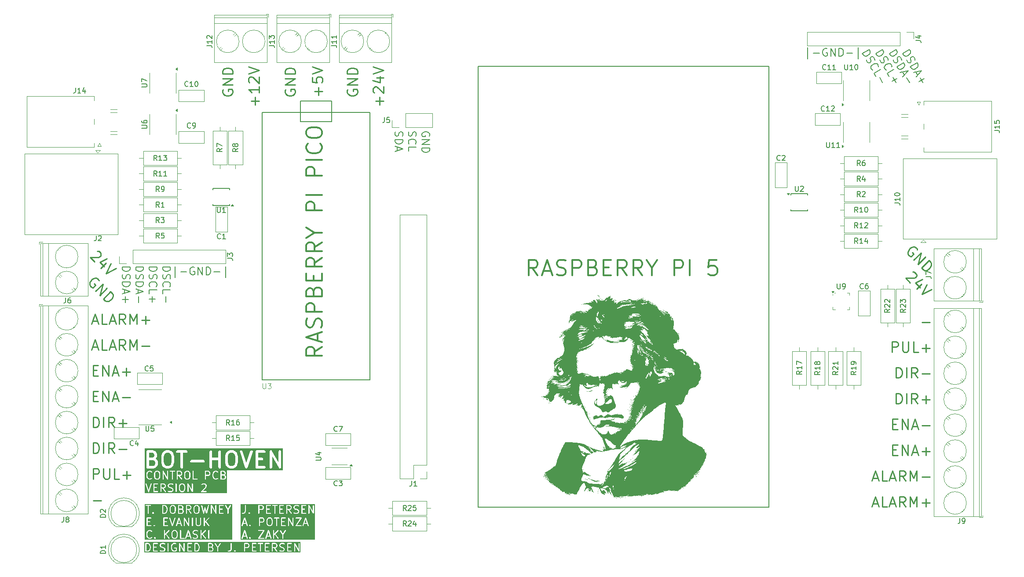
<source format=gbr>
%TF.GenerationSoftware,KiCad,Pcbnew,8.0.4*%
%TF.CreationDate,2025-03-04T01:00:21-06:00*%
%TF.ProjectId,control_pcb,636f6e74-726f-46c5-9f70-63622e6b6963,rev?*%
%TF.SameCoordinates,Original*%
%TF.FileFunction,Legend,Top*%
%TF.FilePolarity,Positive*%
%FSLAX46Y46*%
G04 Gerber Fmt 4.6, Leading zero omitted, Abs format (unit mm)*
G04 Created by KiCad (PCBNEW 8.0.4) date 2025-03-04 01:00:21*
%MOMM*%
%LPD*%
G01*
G04 APERTURE LIST*
%ADD10C,0.200000*%
%ADD11C,0.250000*%
%ADD12C,0.500000*%
%ADD13C,0.300000*%
%ADD14C,0.150000*%
%ADD15C,0.100000*%
%ADD16C,0.120000*%
%ADD17C,0.000000*%
G04 APERTURE END LIST*
D10*
X112000000Y-43000000D02*
X118000000Y-43000000D01*
X118000000Y-47000000D01*
X112000000Y-47000000D01*
X112000000Y-43000000D01*
D11*
X230722931Y-71664660D02*
X230655587Y-71462630D01*
X230655587Y-71462630D02*
X230453557Y-71260599D01*
X230453557Y-71260599D02*
X230184183Y-71125912D01*
X230184183Y-71125912D02*
X229914809Y-71125912D01*
X229914809Y-71125912D02*
X229712778Y-71193256D01*
X229712778Y-71193256D02*
X229376061Y-71395286D01*
X229376061Y-71395286D02*
X229174030Y-71597317D01*
X229174030Y-71597317D02*
X228972000Y-71934034D01*
X228972000Y-71934034D02*
X228904656Y-72136065D01*
X228904656Y-72136065D02*
X228904656Y-72405439D01*
X228904656Y-72405439D02*
X229039343Y-72674813D01*
X229039343Y-72674813D02*
X229174030Y-72809500D01*
X229174030Y-72809500D02*
X229443404Y-72944187D01*
X229443404Y-72944187D02*
X229578091Y-72944187D01*
X229578091Y-72944187D02*
X230049496Y-72472782D01*
X230049496Y-72472782D02*
X229780122Y-72203408D01*
X230049496Y-73684965D02*
X231463709Y-72270752D01*
X231463709Y-72270752D02*
X230857618Y-74493087D01*
X230857618Y-74493087D02*
X232271831Y-73078874D01*
X231531053Y-75166522D02*
X232945266Y-73752309D01*
X232945266Y-73752309D02*
X233281984Y-74089026D01*
X233281984Y-74089026D02*
X233416671Y-74358400D01*
X233416671Y-74358400D02*
X233416671Y-74627774D01*
X233416671Y-74627774D02*
X233349327Y-74829805D01*
X233349327Y-74829805D02*
X233147297Y-75166522D01*
X233147297Y-75166522D02*
X232945266Y-75368553D01*
X232945266Y-75368553D02*
X232608549Y-75570583D01*
X232608549Y-75570583D02*
X232406518Y-75637927D01*
X232406518Y-75637927D02*
X232137144Y-75637927D01*
X232137144Y-75637927D02*
X231867770Y-75503240D01*
X231867770Y-75503240D02*
X231531053Y-75166522D01*
X229847465Y-75923882D02*
X229982152Y-75923882D01*
X229982152Y-75923882D02*
X230184183Y-75991225D01*
X230184183Y-75991225D02*
X230520900Y-76327943D01*
X230520900Y-76327943D02*
X230588244Y-76529973D01*
X230588244Y-76529973D02*
X230588244Y-76664660D01*
X230588244Y-76664660D02*
X230520900Y-76866691D01*
X230520900Y-76866691D02*
X230386213Y-77001378D01*
X230386213Y-77001378D02*
X230116839Y-77136065D01*
X230116839Y-77136065D02*
X228500595Y-77136065D01*
X228500595Y-77136065D02*
X229376061Y-78011530D01*
X231531053Y-78280904D02*
X230588244Y-79223713D01*
X231733083Y-77405439D02*
X230386213Y-78078874D01*
X230386213Y-78078874D02*
X231261679Y-78954339D01*
X232541205Y-78348248D02*
X231598396Y-80233866D01*
X231598396Y-80233866D02*
X233484015Y-79291057D01*
X222171397Y-120670809D02*
X223123778Y-120670809D01*
X221980921Y-121242238D02*
X222647587Y-119242238D01*
X222647587Y-119242238D02*
X223314254Y-121242238D01*
X224933302Y-121242238D02*
X223980921Y-121242238D01*
X223980921Y-121242238D02*
X223980921Y-119242238D01*
X225504731Y-120670809D02*
X226457112Y-120670809D01*
X225314255Y-121242238D02*
X225980921Y-119242238D01*
X225980921Y-119242238D02*
X226647588Y-121242238D01*
X228457112Y-121242238D02*
X227790445Y-120289857D01*
X227314255Y-121242238D02*
X227314255Y-119242238D01*
X227314255Y-119242238D02*
X228076160Y-119242238D01*
X228076160Y-119242238D02*
X228266636Y-119337476D01*
X228266636Y-119337476D02*
X228361874Y-119432714D01*
X228361874Y-119432714D02*
X228457112Y-119623190D01*
X228457112Y-119623190D02*
X228457112Y-119908904D01*
X228457112Y-119908904D02*
X228361874Y-120099380D01*
X228361874Y-120099380D02*
X228266636Y-120194619D01*
X228266636Y-120194619D02*
X228076160Y-120289857D01*
X228076160Y-120289857D02*
X227314255Y-120289857D01*
X229314255Y-121242238D02*
X229314255Y-119242238D01*
X229314255Y-119242238D02*
X229980922Y-120670809D01*
X229980922Y-120670809D02*
X230647588Y-119242238D01*
X230647588Y-119242238D02*
X230647588Y-121242238D01*
X231599969Y-120480333D02*
X233123779Y-120480333D01*
X232361874Y-121242238D02*
X232361874Y-119718428D01*
X226647588Y-96369948D02*
X226647588Y-94369948D01*
X226647588Y-94369948D02*
X227123778Y-94369948D01*
X227123778Y-94369948D02*
X227409493Y-94465186D01*
X227409493Y-94465186D02*
X227599969Y-94655662D01*
X227599969Y-94655662D02*
X227695207Y-94846138D01*
X227695207Y-94846138D02*
X227790445Y-95227090D01*
X227790445Y-95227090D02*
X227790445Y-95512805D01*
X227790445Y-95512805D02*
X227695207Y-95893757D01*
X227695207Y-95893757D02*
X227599969Y-96084233D01*
X227599969Y-96084233D02*
X227409493Y-96274710D01*
X227409493Y-96274710D02*
X227123778Y-96369948D01*
X227123778Y-96369948D02*
X226647588Y-96369948D01*
X228647588Y-96369948D02*
X228647588Y-94369948D01*
X230742826Y-96369948D02*
X230076159Y-95417567D01*
X229599969Y-96369948D02*
X229599969Y-94369948D01*
X229599969Y-94369948D02*
X230361874Y-94369948D01*
X230361874Y-94369948D02*
X230552350Y-94465186D01*
X230552350Y-94465186D02*
X230647588Y-94560424D01*
X230647588Y-94560424D02*
X230742826Y-94750900D01*
X230742826Y-94750900D02*
X230742826Y-95036614D01*
X230742826Y-95036614D02*
X230647588Y-95227090D01*
X230647588Y-95227090D02*
X230552350Y-95322329D01*
X230552350Y-95322329D02*
X230361874Y-95417567D01*
X230361874Y-95417567D02*
X229599969Y-95417567D01*
X231599969Y-95608043D02*
X233123779Y-95608043D01*
X225980921Y-110245703D02*
X226647588Y-110245703D01*
X226933302Y-111293322D02*
X225980921Y-111293322D01*
X225980921Y-111293322D02*
X225980921Y-109293322D01*
X225980921Y-109293322D02*
X226933302Y-109293322D01*
X227790445Y-111293322D02*
X227790445Y-109293322D01*
X227790445Y-109293322D02*
X228933302Y-111293322D01*
X228933302Y-111293322D02*
X228933302Y-109293322D01*
X229790445Y-110721893D02*
X230742826Y-110721893D01*
X229599969Y-111293322D02*
X230266635Y-109293322D01*
X230266635Y-109293322D02*
X230933302Y-111293322D01*
X231599969Y-110531417D02*
X233123779Y-110531417D01*
X232361874Y-111293322D02*
X232361874Y-109769512D01*
X222171397Y-115696351D02*
X223123778Y-115696351D01*
X221980921Y-116267780D02*
X222647587Y-114267780D01*
X222647587Y-114267780D02*
X223314254Y-116267780D01*
X224933302Y-116267780D02*
X223980921Y-116267780D01*
X223980921Y-116267780D02*
X223980921Y-114267780D01*
X225504731Y-115696351D02*
X226457112Y-115696351D01*
X225314255Y-116267780D02*
X225980921Y-114267780D01*
X225980921Y-114267780D02*
X226647588Y-116267780D01*
X228457112Y-116267780D02*
X227790445Y-115315399D01*
X227314255Y-116267780D02*
X227314255Y-114267780D01*
X227314255Y-114267780D02*
X228076160Y-114267780D01*
X228076160Y-114267780D02*
X228266636Y-114363018D01*
X228266636Y-114363018D02*
X228361874Y-114458256D01*
X228361874Y-114458256D02*
X228457112Y-114648732D01*
X228457112Y-114648732D02*
X228457112Y-114934446D01*
X228457112Y-114934446D02*
X228361874Y-115124922D01*
X228361874Y-115124922D02*
X228266636Y-115220161D01*
X228266636Y-115220161D02*
X228076160Y-115315399D01*
X228076160Y-115315399D02*
X227314255Y-115315399D01*
X229314255Y-116267780D02*
X229314255Y-114267780D01*
X229314255Y-114267780D02*
X229980922Y-115696351D01*
X229980922Y-115696351D02*
X230647588Y-114267780D01*
X230647588Y-114267780D02*
X230647588Y-116267780D01*
X231599969Y-115505875D02*
X233123779Y-115505875D01*
X226647588Y-101344406D02*
X226647588Y-99344406D01*
X226647588Y-99344406D02*
X227123778Y-99344406D01*
X227123778Y-99344406D02*
X227409493Y-99439644D01*
X227409493Y-99439644D02*
X227599969Y-99630120D01*
X227599969Y-99630120D02*
X227695207Y-99820596D01*
X227695207Y-99820596D02*
X227790445Y-100201548D01*
X227790445Y-100201548D02*
X227790445Y-100487263D01*
X227790445Y-100487263D02*
X227695207Y-100868215D01*
X227695207Y-100868215D02*
X227599969Y-101058691D01*
X227599969Y-101058691D02*
X227409493Y-101249168D01*
X227409493Y-101249168D02*
X227123778Y-101344406D01*
X227123778Y-101344406D02*
X226647588Y-101344406D01*
X228647588Y-101344406D02*
X228647588Y-99344406D01*
X230742826Y-101344406D02*
X230076159Y-100392025D01*
X229599969Y-101344406D02*
X229599969Y-99344406D01*
X229599969Y-99344406D02*
X230361874Y-99344406D01*
X230361874Y-99344406D02*
X230552350Y-99439644D01*
X230552350Y-99439644D02*
X230647588Y-99534882D01*
X230647588Y-99534882D02*
X230742826Y-99725358D01*
X230742826Y-99725358D02*
X230742826Y-100011072D01*
X230742826Y-100011072D02*
X230647588Y-100201548D01*
X230647588Y-100201548D02*
X230552350Y-100296787D01*
X230552350Y-100296787D02*
X230361874Y-100392025D01*
X230361874Y-100392025D02*
X229599969Y-100392025D01*
X231599969Y-100582501D02*
X233123779Y-100582501D01*
X232361874Y-101344406D02*
X232361874Y-99820596D01*
X225980921Y-105271245D02*
X226647588Y-105271245D01*
X226933302Y-106318864D02*
X225980921Y-106318864D01*
X225980921Y-106318864D02*
X225980921Y-104318864D01*
X225980921Y-104318864D02*
X226933302Y-104318864D01*
X227790445Y-106318864D02*
X227790445Y-104318864D01*
X227790445Y-104318864D02*
X228933302Y-106318864D01*
X228933302Y-106318864D02*
X228933302Y-104318864D01*
X229790445Y-105747435D02*
X230742826Y-105747435D01*
X229599969Y-106318864D02*
X230266635Y-104318864D01*
X230266635Y-104318864D02*
X230933302Y-106318864D01*
X231599969Y-105556959D02*
X233123779Y-105556959D01*
X225885683Y-91395490D02*
X225885683Y-89395490D01*
X225885683Y-89395490D02*
X226647588Y-89395490D01*
X226647588Y-89395490D02*
X226838064Y-89490728D01*
X226838064Y-89490728D02*
X226933302Y-89585966D01*
X226933302Y-89585966D02*
X227028540Y-89776442D01*
X227028540Y-89776442D02*
X227028540Y-90062156D01*
X227028540Y-90062156D02*
X226933302Y-90252632D01*
X226933302Y-90252632D02*
X226838064Y-90347871D01*
X226838064Y-90347871D02*
X226647588Y-90443109D01*
X226647588Y-90443109D02*
X225885683Y-90443109D01*
X227885683Y-89395490D02*
X227885683Y-91014537D01*
X227885683Y-91014537D02*
X227980921Y-91205013D01*
X227980921Y-91205013D02*
X228076159Y-91300252D01*
X228076159Y-91300252D02*
X228266635Y-91395490D01*
X228266635Y-91395490D02*
X228647588Y-91395490D01*
X228647588Y-91395490D02*
X228838064Y-91300252D01*
X228838064Y-91300252D02*
X228933302Y-91205013D01*
X228933302Y-91205013D02*
X229028540Y-91014537D01*
X229028540Y-91014537D02*
X229028540Y-89395490D01*
X230933302Y-91395490D02*
X229980921Y-91395490D01*
X229980921Y-91395490D02*
X229980921Y-89395490D01*
X231599969Y-90633585D02*
X233123779Y-90633585D01*
X232361874Y-91395490D02*
X232361874Y-89871680D01*
X231599969Y-85659123D02*
X233123779Y-85659123D01*
X73222931Y-77664660D02*
X73155587Y-77462630D01*
X73155587Y-77462630D02*
X72953557Y-77260599D01*
X72953557Y-77260599D02*
X72684183Y-77125912D01*
X72684183Y-77125912D02*
X72414809Y-77125912D01*
X72414809Y-77125912D02*
X72212778Y-77193256D01*
X72212778Y-77193256D02*
X71876061Y-77395286D01*
X71876061Y-77395286D02*
X71674030Y-77597317D01*
X71674030Y-77597317D02*
X71472000Y-77934034D01*
X71472000Y-77934034D02*
X71404656Y-78136065D01*
X71404656Y-78136065D02*
X71404656Y-78405439D01*
X71404656Y-78405439D02*
X71539343Y-78674813D01*
X71539343Y-78674813D02*
X71674030Y-78809500D01*
X71674030Y-78809500D02*
X71943404Y-78944187D01*
X71943404Y-78944187D02*
X72078091Y-78944187D01*
X72078091Y-78944187D02*
X72549496Y-78472782D01*
X72549496Y-78472782D02*
X72280122Y-78203408D01*
X72549496Y-79684965D02*
X73963709Y-78270752D01*
X73963709Y-78270752D02*
X73357618Y-80493087D01*
X73357618Y-80493087D02*
X74771831Y-79078874D01*
X74031053Y-81166522D02*
X75445266Y-79752309D01*
X75445266Y-79752309D02*
X75781984Y-80089026D01*
X75781984Y-80089026D02*
X75916671Y-80358400D01*
X75916671Y-80358400D02*
X75916671Y-80627774D01*
X75916671Y-80627774D02*
X75849327Y-80829805D01*
X75849327Y-80829805D02*
X75647297Y-81166522D01*
X75647297Y-81166522D02*
X75445266Y-81368553D01*
X75445266Y-81368553D02*
X75108549Y-81570583D01*
X75108549Y-81570583D02*
X74906518Y-81637927D01*
X74906518Y-81637927D02*
X74637144Y-81637927D01*
X74637144Y-81637927D02*
X74367770Y-81503240D01*
X74367770Y-81503240D02*
X74031053Y-81166522D01*
X72847465Y-71923882D02*
X72982152Y-71923882D01*
X72982152Y-71923882D02*
X73184183Y-71991225D01*
X73184183Y-71991225D02*
X73520900Y-72327943D01*
X73520900Y-72327943D02*
X73588244Y-72529973D01*
X73588244Y-72529973D02*
X73588244Y-72664660D01*
X73588244Y-72664660D02*
X73520900Y-72866691D01*
X73520900Y-72866691D02*
X73386213Y-73001378D01*
X73386213Y-73001378D02*
X73116839Y-73136065D01*
X73116839Y-73136065D02*
X71500595Y-73136065D01*
X71500595Y-73136065D02*
X72376061Y-74011530D01*
X74531053Y-74280904D02*
X73588244Y-75223713D01*
X74733083Y-73405439D02*
X73386213Y-74078874D01*
X73386213Y-74078874D02*
X74261679Y-74954339D01*
X75541205Y-74348248D02*
X74598396Y-76233866D01*
X74598396Y-76233866D02*
X76484015Y-75291057D01*
X72002632Y-90424153D02*
X72955013Y-90424153D01*
X71812156Y-90995582D02*
X72478822Y-88995582D01*
X72478822Y-88995582D02*
X73145489Y-90995582D01*
X74764537Y-90995582D02*
X73812156Y-90995582D01*
X73812156Y-90995582D02*
X73812156Y-88995582D01*
X75335966Y-90424153D02*
X76288347Y-90424153D01*
X75145490Y-90995582D02*
X75812156Y-88995582D01*
X75812156Y-88995582D02*
X76478823Y-90995582D01*
X78288347Y-90995582D02*
X77621680Y-90043201D01*
X77145490Y-90995582D02*
X77145490Y-88995582D01*
X77145490Y-88995582D02*
X77907395Y-88995582D01*
X77907395Y-88995582D02*
X78097871Y-89090820D01*
X78097871Y-89090820D02*
X78193109Y-89186058D01*
X78193109Y-89186058D02*
X78288347Y-89376534D01*
X78288347Y-89376534D02*
X78288347Y-89662248D01*
X78288347Y-89662248D02*
X78193109Y-89852724D01*
X78193109Y-89852724D02*
X78097871Y-89947963D01*
X78097871Y-89947963D02*
X77907395Y-90043201D01*
X77907395Y-90043201D02*
X77145490Y-90043201D01*
X79145490Y-90995582D02*
X79145490Y-88995582D01*
X79145490Y-88995582D02*
X79812157Y-90424153D01*
X79812157Y-90424153D02*
X80478823Y-88995582D01*
X80478823Y-88995582D02*
X80478823Y-90995582D01*
X81431204Y-90233677D02*
X82955014Y-90233677D01*
X72097870Y-99896879D02*
X72764537Y-99896879D01*
X73050251Y-100944498D02*
X72097870Y-100944498D01*
X72097870Y-100944498D02*
X72097870Y-98944498D01*
X72097870Y-98944498D02*
X73050251Y-98944498D01*
X73907394Y-100944498D02*
X73907394Y-98944498D01*
X73907394Y-98944498D02*
X75050251Y-100944498D01*
X75050251Y-100944498D02*
X75050251Y-98944498D01*
X75907394Y-100373069D02*
X76859775Y-100373069D01*
X75716918Y-100944498D02*
X76383584Y-98944498D01*
X76383584Y-98944498D02*
X77050251Y-100944498D01*
X77716918Y-100182593D02*
X79240728Y-100182593D01*
X72097870Y-110893414D02*
X72097870Y-108893414D01*
X72097870Y-108893414D02*
X72574060Y-108893414D01*
X72574060Y-108893414D02*
X72859775Y-108988652D01*
X72859775Y-108988652D02*
X73050251Y-109179128D01*
X73050251Y-109179128D02*
X73145489Y-109369604D01*
X73145489Y-109369604D02*
X73240727Y-109750556D01*
X73240727Y-109750556D02*
X73240727Y-110036271D01*
X73240727Y-110036271D02*
X73145489Y-110417223D01*
X73145489Y-110417223D02*
X73050251Y-110607699D01*
X73050251Y-110607699D02*
X72859775Y-110798176D01*
X72859775Y-110798176D02*
X72574060Y-110893414D01*
X72574060Y-110893414D02*
X72097870Y-110893414D01*
X74097870Y-110893414D02*
X74097870Y-108893414D01*
X76193108Y-110893414D02*
X75526441Y-109941033D01*
X75050251Y-110893414D02*
X75050251Y-108893414D01*
X75050251Y-108893414D02*
X75812156Y-108893414D01*
X75812156Y-108893414D02*
X76002632Y-108988652D01*
X76002632Y-108988652D02*
X76097870Y-109083890D01*
X76097870Y-109083890D02*
X76193108Y-109274366D01*
X76193108Y-109274366D02*
X76193108Y-109560080D01*
X76193108Y-109560080D02*
X76097870Y-109750556D01*
X76097870Y-109750556D02*
X76002632Y-109845795D01*
X76002632Y-109845795D02*
X75812156Y-109941033D01*
X75812156Y-109941033D02*
X75050251Y-109941033D01*
X77050251Y-110131509D02*
X78574061Y-110131509D01*
X72097870Y-120080429D02*
X73621680Y-120080429D01*
X72097870Y-115867872D02*
X72097870Y-113867872D01*
X72097870Y-113867872D02*
X72859775Y-113867872D01*
X72859775Y-113867872D02*
X73050251Y-113963110D01*
X73050251Y-113963110D02*
X73145489Y-114058348D01*
X73145489Y-114058348D02*
X73240727Y-114248824D01*
X73240727Y-114248824D02*
X73240727Y-114534538D01*
X73240727Y-114534538D02*
X73145489Y-114725014D01*
X73145489Y-114725014D02*
X73050251Y-114820253D01*
X73050251Y-114820253D02*
X72859775Y-114915491D01*
X72859775Y-114915491D02*
X72097870Y-114915491D01*
X74097870Y-113867872D02*
X74097870Y-115486919D01*
X74097870Y-115486919D02*
X74193108Y-115677395D01*
X74193108Y-115677395D02*
X74288346Y-115772634D01*
X74288346Y-115772634D02*
X74478822Y-115867872D01*
X74478822Y-115867872D02*
X74859775Y-115867872D01*
X74859775Y-115867872D02*
X75050251Y-115772634D01*
X75050251Y-115772634D02*
X75145489Y-115677395D01*
X75145489Y-115677395D02*
X75240727Y-115486919D01*
X75240727Y-115486919D02*
X75240727Y-113867872D01*
X77145489Y-115867872D02*
X76193108Y-115867872D01*
X76193108Y-115867872D02*
X76193108Y-113867872D01*
X77812156Y-115105967D02*
X79335966Y-115105967D01*
X78574061Y-115867872D02*
X78574061Y-114344062D01*
X72097870Y-105918956D02*
X72097870Y-103918956D01*
X72097870Y-103918956D02*
X72574060Y-103918956D01*
X72574060Y-103918956D02*
X72859775Y-104014194D01*
X72859775Y-104014194D02*
X73050251Y-104204670D01*
X73050251Y-104204670D02*
X73145489Y-104395146D01*
X73145489Y-104395146D02*
X73240727Y-104776098D01*
X73240727Y-104776098D02*
X73240727Y-105061813D01*
X73240727Y-105061813D02*
X73145489Y-105442765D01*
X73145489Y-105442765D02*
X73050251Y-105633241D01*
X73050251Y-105633241D02*
X72859775Y-105823718D01*
X72859775Y-105823718D02*
X72574060Y-105918956D01*
X72574060Y-105918956D02*
X72097870Y-105918956D01*
X74097870Y-105918956D02*
X74097870Y-103918956D01*
X76193108Y-105918956D02*
X75526441Y-104966575D01*
X75050251Y-105918956D02*
X75050251Y-103918956D01*
X75050251Y-103918956D02*
X75812156Y-103918956D01*
X75812156Y-103918956D02*
X76002632Y-104014194D01*
X76002632Y-104014194D02*
X76097870Y-104109432D01*
X76097870Y-104109432D02*
X76193108Y-104299908D01*
X76193108Y-104299908D02*
X76193108Y-104585622D01*
X76193108Y-104585622D02*
X76097870Y-104776098D01*
X76097870Y-104776098D02*
X76002632Y-104871337D01*
X76002632Y-104871337D02*
X75812156Y-104966575D01*
X75812156Y-104966575D02*
X75050251Y-104966575D01*
X77050251Y-105157051D02*
X78574061Y-105157051D01*
X77812156Y-105918956D02*
X77812156Y-104395146D01*
X72097870Y-94922421D02*
X72764537Y-94922421D01*
X73050251Y-95970040D02*
X72097870Y-95970040D01*
X72097870Y-95970040D02*
X72097870Y-93970040D01*
X72097870Y-93970040D02*
X73050251Y-93970040D01*
X73907394Y-95970040D02*
X73907394Y-93970040D01*
X73907394Y-93970040D02*
X75050251Y-95970040D01*
X75050251Y-95970040D02*
X75050251Y-93970040D01*
X75907394Y-95398611D02*
X76859775Y-95398611D01*
X75716918Y-95970040D02*
X76383584Y-93970040D01*
X76383584Y-93970040D02*
X77050251Y-95970040D01*
X77716918Y-95208135D02*
X79240728Y-95208135D01*
X78478823Y-95970040D02*
X78478823Y-94446230D01*
X72002632Y-85449695D02*
X72955013Y-85449695D01*
X71812156Y-86021124D02*
X72478822Y-84021124D01*
X72478822Y-84021124D02*
X73145489Y-86021124D01*
X74764537Y-86021124D02*
X73812156Y-86021124D01*
X73812156Y-86021124D02*
X73812156Y-84021124D01*
X75335966Y-85449695D02*
X76288347Y-85449695D01*
X75145490Y-86021124D02*
X75812156Y-84021124D01*
X75812156Y-84021124D02*
X76478823Y-86021124D01*
X78288347Y-86021124D02*
X77621680Y-85068743D01*
X77145490Y-86021124D02*
X77145490Y-84021124D01*
X77145490Y-84021124D02*
X77907395Y-84021124D01*
X77907395Y-84021124D02*
X78097871Y-84116362D01*
X78097871Y-84116362D02*
X78193109Y-84211600D01*
X78193109Y-84211600D02*
X78288347Y-84402076D01*
X78288347Y-84402076D02*
X78288347Y-84687790D01*
X78288347Y-84687790D02*
X78193109Y-84878266D01*
X78193109Y-84878266D02*
X78097871Y-84973505D01*
X78097871Y-84973505D02*
X77907395Y-85068743D01*
X77907395Y-85068743D02*
X77145490Y-85068743D01*
X79145490Y-86021124D02*
X79145490Y-84021124D01*
X79145490Y-84021124D02*
X79812157Y-85449695D01*
X79812157Y-85449695D02*
X80478823Y-84021124D01*
X80478823Y-84021124D02*
X80478823Y-86021124D01*
X81431204Y-85259219D02*
X82955014Y-85259219D01*
X82193109Y-86021124D02*
X82193109Y-84497314D01*
X127230333Y-43764098D02*
X127230333Y-42240289D01*
X127992238Y-43002193D02*
X126468428Y-43002193D01*
X126182714Y-41383146D02*
X126087476Y-41287908D01*
X126087476Y-41287908D02*
X125992238Y-41097432D01*
X125992238Y-41097432D02*
X125992238Y-40621241D01*
X125992238Y-40621241D02*
X126087476Y-40430765D01*
X126087476Y-40430765D02*
X126182714Y-40335527D01*
X126182714Y-40335527D02*
X126373190Y-40240289D01*
X126373190Y-40240289D02*
X126563666Y-40240289D01*
X126563666Y-40240289D02*
X126849380Y-40335527D01*
X126849380Y-40335527D02*
X127992238Y-41478384D01*
X127992238Y-41478384D02*
X127992238Y-40240289D01*
X126658904Y-38526003D02*
X127992238Y-38526003D01*
X125897000Y-39002194D02*
X127325571Y-39478384D01*
X127325571Y-39478384D02*
X127325571Y-38240289D01*
X125992238Y-37764098D02*
X127992238Y-37097432D01*
X127992238Y-37097432D02*
X125992238Y-36430765D01*
X115480333Y-41859336D02*
X115480333Y-40335527D01*
X116242238Y-41097431D02*
X114718428Y-41097431D01*
X114242238Y-38430765D02*
X114242238Y-39383146D01*
X114242238Y-39383146D02*
X115194619Y-39478384D01*
X115194619Y-39478384D02*
X115099380Y-39383146D01*
X115099380Y-39383146D02*
X115004142Y-39192670D01*
X115004142Y-39192670D02*
X115004142Y-38716479D01*
X115004142Y-38716479D02*
X115099380Y-38526003D01*
X115099380Y-38526003D02*
X115194619Y-38430765D01*
X115194619Y-38430765D02*
X115385095Y-38335527D01*
X115385095Y-38335527D02*
X115861285Y-38335527D01*
X115861285Y-38335527D02*
X116051761Y-38430765D01*
X116051761Y-38430765D02*
X116147000Y-38526003D01*
X116147000Y-38526003D02*
X116242238Y-38716479D01*
X116242238Y-38716479D02*
X116242238Y-39192670D01*
X116242238Y-39192670D02*
X116147000Y-39383146D01*
X116147000Y-39383146D02*
X116051761Y-39478384D01*
X114242238Y-37764098D02*
X116242238Y-37097432D01*
X116242238Y-37097432D02*
X114242238Y-36430765D01*
X121087476Y-40811717D02*
X120992238Y-41002193D01*
X120992238Y-41002193D02*
X120992238Y-41287907D01*
X120992238Y-41287907D02*
X121087476Y-41573622D01*
X121087476Y-41573622D02*
X121277952Y-41764098D01*
X121277952Y-41764098D02*
X121468428Y-41859336D01*
X121468428Y-41859336D02*
X121849380Y-41954574D01*
X121849380Y-41954574D02*
X122135095Y-41954574D01*
X122135095Y-41954574D02*
X122516047Y-41859336D01*
X122516047Y-41859336D02*
X122706523Y-41764098D01*
X122706523Y-41764098D02*
X122897000Y-41573622D01*
X122897000Y-41573622D02*
X122992238Y-41287907D01*
X122992238Y-41287907D02*
X122992238Y-41097431D01*
X122992238Y-41097431D02*
X122897000Y-40811717D01*
X122897000Y-40811717D02*
X122801761Y-40716479D01*
X122801761Y-40716479D02*
X122135095Y-40716479D01*
X122135095Y-40716479D02*
X122135095Y-41097431D01*
X122992238Y-39859336D02*
X120992238Y-39859336D01*
X120992238Y-39859336D02*
X122992238Y-38716479D01*
X122992238Y-38716479D02*
X120992238Y-38716479D01*
X122992238Y-37764098D02*
X120992238Y-37764098D01*
X120992238Y-37764098D02*
X120992238Y-37287908D01*
X120992238Y-37287908D02*
X121087476Y-37002193D01*
X121087476Y-37002193D02*
X121277952Y-36811717D01*
X121277952Y-36811717D02*
X121468428Y-36716479D01*
X121468428Y-36716479D02*
X121849380Y-36621241D01*
X121849380Y-36621241D02*
X122135095Y-36621241D01*
X122135095Y-36621241D02*
X122516047Y-36716479D01*
X122516047Y-36716479D02*
X122706523Y-36811717D01*
X122706523Y-36811717D02*
X122897000Y-37002193D01*
X122897000Y-37002193D02*
X122992238Y-37287908D01*
X122992238Y-37287908D02*
X122992238Y-37764098D01*
X109087476Y-40811717D02*
X108992238Y-41002193D01*
X108992238Y-41002193D02*
X108992238Y-41287907D01*
X108992238Y-41287907D02*
X109087476Y-41573622D01*
X109087476Y-41573622D02*
X109277952Y-41764098D01*
X109277952Y-41764098D02*
X109468428Y-41859336D01*
X109468428Y-41859336D02*
X109849380Y-41954574D01*
X109849380Y-41954574D02*
X110135095Y-41954574D01*
X110135095Y-41954574D02*
X110516047Y-41859336D01*
X110516047Y-41859336D02*
X110706523Y-41764098D01*
X110706523Y-41764098D02*
X110897000Y-41573622D01*
X110897000Y-41573622D02*
X110992238Y-41287907D01*
X110992238Y-41287907D02*
X110992238Y-41097431D01*
X110992238Y-41097431D02*
X110897000Y-40811717D01*
X110897000Y-40811717D02*
X110801761Y-40716479D01*
X110801761Y-40716479D02*
X110135095Y-40716479D01*
X110135095Y-40716479D02*
X110135095Y-41097431D01*
X110992238Y-39859336D02*
X108992238Y-39859336D01*
X108992238Y-39859336D02*
X110992238Y-38716479D01*
X110992238Y-38716479D02*
X108992238Y-38716479D01*
X110992238Y-37764098D02*
X108992238Y-37764098D01*
X108992238Y-37764098D02*
X108992238Y-37287908D01*
X108992238Y-37287908D02*
X109087476Y-37002193D01*
X109087476Y-37002193D02*
X109277952Y-36811717D01*
X109277952Y-36811717D02*
X109468428Y-36716479D01*
X109468428Y-36716479D02*
X109849380Y-36621241D01*
X109849380Y-36621241D02*
X110135095Y-36621241D01*
X110135095Y-36621241D02*
X110516047Y-36716479D01*
X110516047Y-36716479D02*
X110706523Y-36811717D01*
X110706523Y-36811717D02*
X110897000Y-37002193D01*
X110897000Y-37002193D02*
X110992238Y-37287908D01*
X110992238Y-37287908D02*
X110992238Y-37764098D01*
X97087476Y-40811717D02*
X96992238Y-41002193D01*
X96992238Y-41002193D02*
X96992238Y-41287907D01*
X96992238Y-41287907D02*
X97087476Y-41573622D01*
X97087476Y-41573622D02*
X97277952Y-41764098D01*
X97277952Y-41764098D02*
X97468428Y-41859336D01*
X97468428Y-41859336D02*
X97849380Y-41954574D01*
X97849380Y-41954574D02*
X98135095Y-41954574D01*
X98135095Y-41954574D02*
X98516047Y-41859336D01*
X98516047Y-41859336D02*
X98706523Y-41764098D01*
X98706523Y-41764098D02*
X98897000Y-41573622D01*
X98897000Y-41573622D02*
X98992238Y-41287907D01*
X98992238Y-41287907D02*
X98992238Y-41097431D01*
X98992238Y-41097431D02*
X98897000Y-40811717D01*
X98897000Y-40811717D02*
X98801761Y-40716479D01*
X98801761Y-40716479D02*
X98135095Y-40716479D01*
X98135095Y-40716479D02*
X98135095Y-41097431D01*
X98992238Y-39859336D02*
X96992238Y-39859336D01*
X96992238Y-39859336D02*
X98992238Y-38716479D01*
X98992238Y-38716479D02*
X96992238Y-38716479D01*
X98992238Y-37764098D02*
X96992238Y-37764098D01*
X96992238Y-37764098D02*
X96992238Y-37287908D01*
X96992238Y-37287908D02*
X97087476Y-37002193D01*
X97087476Y-37002193D02*
X97277952Y-36811717D01*
X97277952Y-36811717D02*
X97468428Y-36716479D01*
X97468428Y-36716479D02*
X97849380Y-36621241D01*
X97849380Y-36621241D02*
X98135095Y-36621241D01*
X98135095Y-36621241D02*
X98516047Y-36716479D01*
X98516047Y-36716479D02*
X98706523Y-36811717D01*
X98706523Y-36811717D02*
X98897000Y-37002193D01*
X98897000Y-37002193D02*
X98992238Y-37287908D01*
X98992238Y-37287908D02*
X98992238Y-37764098D01*
X103230333Y-43764098D02*
X103230333Y-42240289D01*
X103992238Y-43002193D02*
X102468428Y-43002193D01*
X103992238Y-40240289D02*
X103992238Y-41383146D01*
X103992238Y-40811718D02*
X101992238Y-40811718D01*
X101992238Y-40811718D02*
X102277952Y-41002194D01*
X102277952Y-41002194D02*
X102468428Y-41192670D01*
X102468428Y-41192670D02*
X102563666Y-41383146D01*
X102182714Y-39478384D02*
X102087476Y-39383146D01*
X102087476Y-39383146D02*
X101992238Y-39192670D01*
X101992238Y-39192670D02*
X101992238Y-38716479D01*
X101992238Y-38716479D02*
X102087476Y-38526003D01*
X102087476Y-38526003D02*
X102182714Y-38430765D01*
X102182714Y-38430765D02*
X102373190Y-38335527D01*
X102373190Y-38335527D02*
X102563666Y-38335527D01*
X102563666Y-38335527D02*
X102849380Y-38430765D01*
X102849380Y-38430765D02*
X103992238Y-39573622D01*
X103992238Y-39573622D02*
X103992238Y-38335527D01*
X101992238Y-37764098D02*
X103992238Y-37097432D01*
X103992238Y-37097432D02*
X101992238Y-36430765D01*
D10*
G36*
X82756129Y-128464859D02*
G01*
X82870819Y-128579548D01*
X82930084Y-128698076D01*
X82995863Y-128961193D01*
X82995863Y-129150862D01*
X82930084Y-129413979D01*
X82870819Y-129532507D01*
X82756130Y-129647196D01*
X82579636Y-129706028D01*
X82338720Y-129706028D01*
X82338720Y-128406028D01*
X82579636Y-128406028D01*
X82756129Y-128464859D01*
G37*
G36*
X92184701Y-128464859D02*
G01*
X92299391Y-128579548D01*
X92358656Y-128698076D01*
X92424435Y-128961193D01*
X92424435Y-129150862D01*
X92358656Y-129413979D01*
X92299391Y-129532507D01*
X92184702Y-129647196D01*
X92008208Y-129706028D01*
X91767292Y-129706028D01*
X91767292Y-128406028D01*
X92008208Y-128406028D01*
X92184701Y-128464859D01*
G37*
G36*
X94970415Y-129179144D02*
G01*
X95013678Y-129222407D01*
X95067292Y-129329634D01*
X95067292Y-129496707D01*
X95013678Y-129603934D01*
X94965198Y-129652414D01*
X94857971Y-129706028D01*
X94410149Y-129706028D01*
X94410149Y-129120314D01*
X94793922Y-129120314D01*
X94970415Y-129179144D01*
G37*
G36*
X94893770Y-128459642D02*
G01*
X94942248Y-128508119D01*
X94995864Y-128615349D01*
X94995864Y-128710992D01*
X94942248Y-128818222D01*
X94893770Y-128866699D01*
X94786542Y-128920314D01*
X94410149Y-128920314D01*
X94410149Y-128406028D01*
X94786542Y-128406028D01*
X94893770Y-128459642D01*
G37*
G36*
X107250915Y-128459644D02*
G01*
X107299392Y-128508120D01*
X107353006Y-128615348D01*
X107353006Y-128782421D01*
X107299392Y-128889648D01*
X107250912Y-128938128D01*
X107143685Y-128991742D01*
X106695863Y-128991742D01*
X106695863Y-128406028D01*
X107143684Y-128406028D01*
X107250915Y-128459644D01*
G37*
G36*
X101893772Y-128459644D02*
G01*
X101942249Y-128508120D01*
X101995863Y-128615348D01*
X101995863Y-128782421D01*
X101942249Y-128889648D01*
X101893769Y-128938128D01*
X101786542Y-128991742D01*
X101338720Y-128991742D01*
X101338720Y-128406028D01*
X101786541Y-128406028D01*
X101893772Y-128459644D01*
G37*
G36*
X112005387Y-130072695D02*
G01*
X81972053Y-130072695D01*
X81972053Y-128306028D01*
X82138720Y-128306028D01*
X82138720Y-129806028D01*
X82140641Y-129825536D01*
X82140641Y-129825537D01*
X82155573Y-129861585D01*
X82183163Y-129889175D01*
X82219211Y-129904107D01*
X82238720Y-129906028D01*
X82595863Y-129906028D01*
X82605736Y-129905055D01*
X82608370Y-129905243D01*
X82611833Y-129904455D01*
X82615372Y-129904107D01*
X82617814Y-129903095D01*
X82627486Y-129900896D01*
X82841771Y-129829468D01*
X82859672Y-129821477D01*
X82862387Y-129819121D01*
X82865707Y-129817747D01*
X82880860Y-129805310D01*
X83023717Y-129662452D01*
X83030007Y-129654787D01*
X83032006Y-129653054D01*
X83033902Y-129650041D01*
X83036153Y-129647299D01*
X83037162Y-129644862D01*
X83042449Y-129636464D01*
X83113878Y-129493607D01*
X83114424Y-129492178D01*
X83114854Y-129491599D01*
X83117772Y-129483428D01*
X83120884Y-129475298D01*
X83120935Y-129474575D01*
X83121449Y-129473138D01*
X83192877Y-129187425D01*
X83193377Y-129184043D01*
X83193942Y-129182680D01*
X83194665Y-129175329D01*
X83195745Y-129168032D01*
X83195527Y-129166573D01*
X83195863Y-129163171D01*
X83195863Y-128948885D01*
X83195527Y-128945482D01*
X83195745Y-128944024D01*
X83194665Y-128936726D01*
X83193942Y-128929376D01*
X83193377Y-128928012D01*
X83192877Y-128924631D01*
X83121449Y-128638918D01*
X83120935Y-128637480D01*
X83120884Y-128636758D01*
X83117772Y-128628627D01*
X83114854Y-128620457D01*
X83114424Y-128619877D01*
X83113878Y-128618449D01*
X83042449Y-128475592D01*
X83037163Y-128467194D01*
X83036153Y-128464756D01*
X83033900Y-128462011D01*
X83032006Y-128459002D01*
X83030008Y-128457269D01*
X83023716Y-128449603D01*
X82880860Y-128306746D01*
X82879985Y-128306028D01*
X83638720Y-128306028D01*
X83638720Y-129806028D01*
X83640641Y-129825536D01*
X83640641Y-129825537D01*
X83655573Y-129861585D01*
X83683163Y-129889175D01*
X83719211Y-129904107D01*
X83738720Y-129906028D01*
X84453006Y-129906028D01*
X84472515Y-129904107D01*
X84508563Y-129889175D01*
X84536153Y-129861585D01*
X84551085Y-129825537D01*
X84551085Y-129786519D01*
X84536153Y-129750471D01*
X84508563Y-129722881D01*
X84472515Y-129707949D01*
X84453006Y-129706028D01*
X83838720Y-129706028D01*
X83838720Y-129120314D01*
X84238720Y-129120314D01*
X84258229Y-129118393D01*
X84294277Y-129103461D01*
X84321867Y-129075871D01*
X84336799Y-129039823D01*
X84336799Y-129000805D01*
X84321867Y-128964757D01*
X84294277Y-128937167D01*
X84258229Y-128922235D01*
X84238720Y-128920314D01*
X83838720Y-128920314D01*
X83838720Y-128591742D01*
X84924435Y-128591742D01*
X84924435Y-128734600D01*
X84926356Y-128754109D01*
X84927731Y-128757429D01*
X84927986Y-128761013D01*
X84934992Y-128779321D01*
X85006420Y-128922178D01*
X85011705Y-128930574D01*
X85012716Y-128933015D01*
X85014969Y-128935760D01*
X85016863Y-128938769D01*
X85018860Y-128940501D01*
X85025153Y-128948168D01*
X85096582Y-129019596D01*
X85104248Y-129025888D01*
X85105980Y-129027885D01*
X85108988Y-129029778D01*
X85111735Y-129032033D01*
X85114175Y-129033043D01*
X85122570Y-129038328D01*
X85265427Y-129109757D01*
X85266855Y-129110303D01*
X85267435Y-129110733D01*
X85275595Y-129113648D01*
X85283736Y-129116763D01*
X85284458Y-129116814D01*
X85285896Y-129117328D01*
X85560959Y-129186093D01*
X85679485Y-129245356D01*
X85727962Y-129293833D01*
X85781578Y-129401064D01*
X85781578Y-129496706D01*
X85727962Y-129603937D01*
X85679485Y-129652413D01*
X85572256Y-129706028D01*
X85254947Y-129706028D01*
X85056058Y-129639732D01*
X85036942Y-129635385D01*
X84998022Y-129638151D01*
X84963123Y-129655601D01*
X84937558Y-129685077D01*
X84925220Y-129722093D01*
X84927986Y-129761013D01*
X84945436Y-129795912D01*
X84974912Y-129821477D01*
X84992812Y-129829468D01*
X85207098Y-129900896D01*
X85216769Y-129903095D01*
X85219212Y-129904107D01*
X85222750Y-129904455D01*
X85226214Y-129905243D01*
X85228847Y-129905055D01*
X85238721Y-129906028D01*
X85595863Y-129906028D01*
X85615372Y-129904107D01*
X85618692Y-129902731D01*
X85622275Y-129902477D01*
X85640584Y-129895471D01*
X85783442Y-129824043D01*
X85791838Y-129818757D01*
X85794279Y-129817747D01*
X85797024Y-129815493D01*
X85800033Y-129813600D01*
X85801765Y-129811602D01*
X85809432Y-129805310D01*
X85880860Y-129733881D01*
X85887152Y-129726214D01*
X85889149Y-129724483D01*
X85891042Y-129721474D01*
X85893297Y-129718728D01*
X85894307Y-129716287D01*
X85899592Y-129707893D01*
X85971021Y-129565036D01*
X85978027Y-129546727D01*
X85978281Y-129543143D01*
X85979657Y-129539823D01*
X85981578Y-129520314D01*
X85981578Y-129377457D01*
X85979657Y-129357948D01*
X85978281Y-129354627D01*
X85978027Y-129351044D01*
X85971021Y-129332735D01*
X85899592Y-129189878D01*
X85894307Y-129181483D01*
X85893297Y-129179043D01*
X85891042Y-129176296D01*
X85889149Y-129173288D01*
X85887152Y-129171556D01*
X85880860Y-129163890D01*
X85809432Y-129092461D01*
X85801765Y-129086168D01*
X85800033Y-129084171D01*
X85797024Y-129082277D01*
X85794279Y-129080024D01*
X85791838Y-129079013D01*
X85783442Y-129073728D01*
X85640584Y-129002299D01*
X85639157Y-129001753D01*
X85638577Y-129001323D01*
X85630400Y-128998401D01*
X85622276Y-128995293D01*
X85621553Y-128995241D01*
X85620116Y-128994728D01*
X85345054Y-128925963D01*
X85226525Y-128866698D01*
X85178048Y-128818221D01*
X85124435Y-128710993D01*
X85124435Y-128615348D01*
X85178048Y-128508120D01*
X85226525Y-128459643D01*
X85333756Y-128406028D01*
X85651065Y-128406028D01*
X85849955Y-128472325D01*
X85869070Y-128476672D01*
X85907990Y-128473906D01*
X85942889Y-128456456D01*
X85968454Y-128426980D01*
X85980793Y-128389964D01*
X85978027Y-128351044D01*
X85960577Y-128316145D01*
X85948912Y-128306028D01*
X86424434Y-128306028D01*
X86424434Y-129806028D01*
X86426355Y-129825537D01*
X86441287Y-129861585D01*
X86468877Y-129889175D01*
X86504925Y-129904107D01*
X86543943Y-129904107D01*
X86579991Y-129889175D01*
X86607581Y-129861585D01*
X86622513Y-129825537D01*
X86624434Y-129806028D01*
X86624434Y-128948885D01*
X87067292Y-128948885D01*
X87067292Y-129163171D01*
X87067627Y-129166573D01*
X87067410Y-129168032D01*
X87068489Y-129175328D01*
X87069213Y-129182680D01*
X87069778Y-129184044D01*
X87070278Y-129187424D01*
X87141706Y-129473138D01*
X87142219Y-129474575D01*
X87142271Y-129475298D01*
X87145382Y-129483428D01*
X87148301Y-129491599D01*
X87148730Y-129492178D01*
X87149277Y-129493607D01*
X87220706Y-129636463D01*
X87225992Y-129644861D01*
X87227002Y-129647299D01*
X87229253Y-129650041D01*
X87231149Y-129653054D01*
X87233147Y-129654787D01*
X87239438Y-129662452D01*
X87382295Y-129805310D01*
X87397448Y-129817747D01*
X87400767Y-129819121D01*
X87403483Y-129821477D01*
X87421383Y-129829468D01*
X87635669Y-129900896D01*
X87645340Y-129903095D01*
X87647783Y-129904107D01*
X87651321Y-129904455D01*
X87654785Y-129905243D01*
X87657418Y-129905055D01*
X87667292Y-129906028D01*
X87810149Y-129906028D01*
X87820022Y-129905055D01*
X87822656Y-129905243D01*
X87826119Y-129904455D01*
X87829658Y-129904107D01*
X87832100Y-129903095D01*
X87841772Y-129900896D01*
X88056057Y-129829468D01*
X88073958Y-129821477D01*
X88076673Y-129819122D01*
X88079993Y-129817747D01*
X88095146Y-129805310D01*
X88166574Y-129733881D01*
X88179011Y-129718728D01*
X88193942Y-129682679D01*
X88195863Y-129663171D01*
X88195863Y-129163171D01*
X88193942Y-129143662D01*
X88179010Y-129107614D01*
X88151420Y-129080024D01*
X88115372Y-129065092D01*
X88095863Y-129063171D01*
X87810149Y-129063171D01*
X87790640Y-129065092D01*
X87754592Y-129080024D01*
X87727002Y-129107614D01*
X87712070Y-129143662D01*
X87712070Y-129182680D01*
X87727002Y-129218728D01*
X87754592Y-129246318D01*
X87790640Y-129261250D01*
X87810149Y-129263171D01*
X87995863Y-129263171D01*
X87995863Y-129621750D01*
X87970416Y-129647197D01*
X87793922Y-129706028D01*
X87683518Y-129706028D01*
X87507024Y-129647197D01*
X87392335Y-129532508D01*
X87333070Y-129413978D01*
X87267292Y-129150862D01*
X87267292Y-128961193D01*
X87333070Y-128698077D01*
X87392334Y-128579549D01*
X87507024Y-128464859D01*
X87683519Y-128406028D01*
X87857970Y-128406028D01*
X87979713Y-128466900D01*
X87998022Y-128473906D01*
X88036942Y-128476672D01*
X88073958Y-128464333D01*
X88103434Y-128438769D01*
X88120884Y-128403870D01*
X88123650Y-128364950D01*
X88111311Y-128327934D01*
X88092313Y-128306028D01*
X88638720Y-128306028D01*
X88638720Y-129806028D01*
X88640641Y-129825537D01*
X88655573Y-129861585D01*
X88683163Y-129889175D01*
X88719211Y-129904107D01*
X88758229Y-129904107D01*
X88794277Y-129889175D01*
X88821867Y-129861585D01*
X88836799Y-129825537D01*
X88838720Y-129806028D01*
X88838720Y-128682583D01*
X89509039Y-129855642D01*
X89511957Y-129859753D01*
X89512716Y-129861585D01*
X89514581Y-129863450D01*
X89520386Y-129871628D01*
X89530905Y-129879774D01*
X89540306Y-129889175D01*
X89546193Y-129891613D01*
X89551235Y-129895518D01*
X89564067Y-129899017D01*
X89576354Y-129904107D01*
X89582730Y-129904107D01*
X89588879Y-129905784D01*
X89602072Y-129904107D01*
X89615372Y-129904107D01*
X89621260Y-129901667D01*
X89627585Y-129900864D01*
X89639136Y-129894263D01*
X89651420Y-129889175D01*
X89655925Y-129884669D01*
X89661463Y-129881505D01*
X89669609Y-129870985D01*
X89679010Y-129861585D01*
X89681448Y-129855697D01*
X89685353Y-129850656D01*
X89688852Y-129837823D01*
X89693942Y-129825537D01*
X89694924Y-129815559D01*
X89695619Y-129813013D01*
X89695368Y-129811045D01*
X89695863Y-129806028D01*
X89695863Y-128306028D01*
X90210149Y-128306028D01*
X90210149Y-129806028D01*
X90212070Y-129825536D01*
X90212070Y-129825537D01*
X90227002Y-129861585D01*
X90254592Y-129889175D01*
X90290640Y-129904107D01*
X90310149Y-129906028D01*
X91024435Y-129906028D01*
X91043944Y-129904107D01*
X91079992Y-129889175D01*
X91107582Y-129861585D01*
X91122514Y-129825537D01*
X91122514Y-129786519D01*
X91107582Y-129750471D01*
X91079992Y-129722881D01*
X91043944Y-129707949D01*
X91024435Y-129706028D01*
X90410149Y-129706028D01*
X90410149Y-129120314D01*
X90810149Y-129120314D01*
X90829658Y-129118393D01*
X90865706Y-129103461D01*
X90893296Y-129075871D01*
X90908228Y-129039823D01*
X90908228Y-129000805D01*
X90893296Y-128964757D01*
X90865706Y-128937167D01*
X90829658Y-128922235D01*
X90810149Y-128920314D01*
X90410149Y-128920314D01*
X90410149Y-128406028D01*
X91024435Y-128406028D01*
X91043944Y-128404107D01*
X91079992Y-128389175D01*
X91107582Y-128361585D01*
X91122514Y-128325537D01*
X91122514Y-128306028D01*
X91567292Y-128306028D01*
X91567292Y-129806028D01*
X91569213Y-129825536D01*
X91569213Y-129825537D01*
X91584145Y-129861585D01*
X91611735Y-129889175D01*
X91647783Y-129904107D01*
X91667292Y-129906028D01*
X92024435Y-129906028D01*
X92034308Y-129905055D01*
X92036942Y-129905243D01*
X92040405Y-129904455D01*
X92043944Y-129904107D01*
X92046386Y-129903095D01*
X92056058Y-129900896D01*
X92270343Y-129829468D01*
X92288244Y-129821477D01*
X92290959Y-129819121D01*
X92294279Y-129817747D01*
X92309432Y-129805310D01*
X92452289Y-129662452D01*
X92458579Y-129654787D01*
X92460578Y-129653054D01*
X92462474Y-129650041D01*
X92464725Y-129647299D01*
X92465734Y-129644862D01*
X92471021Y-129636464D01*
X92542450Y-129493607D01*
X92542996Y-129492178D01*
X92543426Y-129491599D01*
X92546344Y-129483428D01*
X92549456Y-129475298D01*
X92549507Y-129474575D01*
X92550021Y-129473138D01*
X92621449Y-129187425D01*
X92621949Y-129184043D01*
X92622514Y-129182680D01*
X92623237Y-129175329D01*
X92624317Y-129168032D01*
X92624099Y-129166573D01*
X92624435Y-129163171D01*
X92624435Y-128948885D01*
X92624099Y-128945482D01*
X92624317Y-128944024D01*
X92623237Y-128936726D01*
X92622514Y-128929376D01*
X92621949Y-128928012D01*
X92621449Y-128924631D01*
X92550021Y-128638918D01*
X92549507Y-128637480D01*
X92549456Y-128636758D01*
X92546344Y-128628627D01*
X92543426Y-128620457D01*
X92542996Y-128619877D01*
X92542450Y-128618449D01*
X92471021Y-128475592D01*
X92465735Y-128467194D01*
X92464725Y-128464756D01*
X92462472Y-128462011D01*
X92460578Y-128459002D01*
X92458580Y-128457269D01*
X92452288Y-128449603D01*
X92309432Y-128306746D01*
X92308557Y-128306028D01*
X94210149Y-128306028D01*
X94210149Y-129806028D01*
X94212070Y-129825536D01*
X94212070Y-129825537D01*
X94227002Y-129861585D01*
X94254592Y-129889175D01*
X94290640Y-129904107D01*
X94310149Y-129906028D01*
X94881578Y-129906028D01*
X94901087Y-129904107D01*
X94904407Y-129902731D01*
X94907991Y-129902477D01*
X94926299Y-129895471D01*
X95069156Y-129824043D01*
X95077554Y-129818756D01*
X95079992Y-129817747D01*
X95082735Y-129815495D01*
X95085747Y-129813600D01*
X95087479Y-129811602D01*
X95095146Y-129805311D01*
X95166575Y-129733882D01*
X95172869Y-129726211D01*
X95174864Y-129724482D01*
X95176757Y-129721474D01*
X95179011Y-129718728D01*
X95180021Y-129716288D01*
X95185307Y-129707892D01*
X95256735Y-129565035D01*
X95263741Y-129546726D01*
X95263995Y-129543143D01*
X95265371Y-129539823D01*
X95267292Y-129520314D01*
X95267292Y-129306028D01*
X95265371Y-129286519D01*
X95263995Y-129283198D01*
X95263741Y-129279616D01*
X95256735Y-129261307D01*
X95185307Y-129118450D01*
X95180021Y-129110053D01*
X95179011Y-129107614D01*
X95176757Y-129104867D01*
X95174864Y-129101860D01*
X95172869Y-129100130D01*
X95166575Y-129092460D01*
X95095146Y-129021031D01*
X95079992Y-129008595D01*
X95076673Y-129007220D01*
X95073958Y-129004865D01*
X95056057Y-128996874D01*
X95048843Y-128994469D01*
X95095145Y-128948168D01*
X95101437Y-128940501D01*
X95103435Y-128938769D01*
X95105329Y-128935759D01*
X95107582Y-128933015D01*
X95108592Y-128930576D01*
X95113878Y-128922179D01*
X95185307Y-128779322D01*
X95192313Y-128761013D01*
X95192567Y-128757429D01*
X95193943Y-128754109D01*
X95195864Y-128734600D01*
X95195864Y-128591742D01*
X95193943Y-128572233D01*
X95192567Y-128568912D01*
X95192313Y-128565329D01*
X95185307Y-128547020D01*
X95113878Y-128404163D01*
X95108592Y-128395765D01*
X95107582Y-128393327D01*
X95105329Y-128390582D01*
X95103435Y-128387573D01*
X95101437Y-128385840D01*
X95095145Y-128378174D01*
X95023718Y-128306746D01*
X95020123Y-128303796D01*
X95495889Y-128303796D01*
X95502645Y-128342225D01*
X95511498Y-128359716D01*
X95995864Y-129120861D01*
X95995864Y-129806028D01*
X95997785Y-129825537D01*
X96012717Y-129861585D01*
X96040307Y-129889175D01*
X96076355Y-129904107D01*
X96115373Y-129904107D01*
X96151421Y-129889175D01*
X96179011Y-129861585D01*
X96193943Y-129825537D01*
X96195864Y-129806028D01*
X96195864Y-129786519D01*
X97997784Y-129786519D01*
X97997784Y-129825537D01*
X98012716Y-129861585D01*
X98040306Y-129889175D01*
X98076354Y-129904107D01*
X98095863Y-129906028D01*
X98238720Y-129906028D01*
X98248593Y-129905055D01*
X98251227Y-129905243D01*
X98254690Y-129904455D01*
X98258229Y-129904107D01*
X98260671Y-129903095D01*
X98270343Y-129900896D01*
X98484628Y-129829468D01*
X98502529Y-129821477D01*
X98505244Y-129819121D01*
X98508564Y-129817747D01*
X98523717Y-129805310D01*
X98613935Y-129715091D01*
X99212070Y-129715091D01*
X99212070Y-129754109D01*
X99214353Y-129759620D01*
X99227002Y-129790158D01*
X99227006Y-129790162D01*
X99239438Y-129805311D01*
X99310866Y-129876738D01*
X99326019Y-129889175D01*
X99335022Y-129892904D01*
X99362068Y-129904107D01*
X99401085Y-129904107D01*
X99401086Y-129904107D01*
X99412874Y-129899224D01*
X99437134Y-129889176D01*
X99452287Y-129876739D01*
X99523716Y-129805311D01*
X99536153Y-129790158D01*
X99548802Y-129759620D01*
X99551085Y-129754109D01*
X99551085Y-129715091D01*
X99546711Y-129704533D01*
X99536154Y-129679043D01*
X99536148Y-129679037D01*
X99523717Y-129663889D01*
X99452288Y-129592460D01*
X99437139Y-129580028D01*
X99437134Y-129580023D01*
X99411643Y-129569465D01*
X99401086Y-129565092D01*
X99362068Y-129565092D01*
X99344829Y-129572233D01*
X99326019Y-129580024D01*
X99310866Y-129592461D01*
X99239438Y-129663890D01*
X99227001Y-129679043D01*
X99216443Y-129704533D01*
X99212070Y-129715091D01*
X98613935Y-129715091D01*
X98666574Y-129662452D01*
X98679010Y-129647299D01*
X98680385Y-129643978D01*
X98682739Y-129641265D01*
X98690731Y-129623365D01*
X98762160Y-129409080D01*
X98764359Y-129399407D01*
X98765371Y-129396966D01*
X98765719Y-129393428D01*
X98766507Y-129389965D01*
X98766319Y-129387330D01*
X98767292Y-129377457D01*
X98767292Y-128306028D01*
X101138720Y-128306028D01*
X101138720Y-129806028D01*
X101140641Y-129825537D01*
X101155573Y-129861585D01*
X101183163Y-129889175D01*
X101219211Y-129904107D01*
X101258229Y-129904107D01*
X101294277Y-129889175D01*
X101321867Y-129861585D01*
X101336799Y-129825537D01*
X101338720Y-129806028D01*
X101338720Y-129191742D01*
X101810149Y-129191742D01*
X101829658Y-129189821D01*
X101832978Y-129188445D01*
X101836562Y-129188191D01*
X101854870Y-129181185D01*
X101997727Y-129109757D01*
X102006125Y-129104470D01*
X102008563Y-129103461D01*
X102011306Y-129101209D01*
X102014318Y-129099314D01*
X102016050Y-129097316D01*
X102023717Y-129091025D01*
X102095146Y-129019596D01*
X102101440Y-129011925D01*
X102103435Y-129010196D01*
X102105328Y-129007188D01*
X102107582Y-129004442D01*
X102108592Y-129002002D01*
X102113878Y-128993606D01*
X102185306Y-128850749D01*
X102192312Y-128832440D01*
X102192566Y-128828857D01*
X102193942Y-128825537D01*
X102195863Y-128806028D01*
X102195863Y-128591742D01*
X102193942Y-128572233D01*
X102192566Y-128568912D01*
X102192312Y-128565330D01*
X102185306Y-128547021D01*
X102113878Y-128404164D01*
X102108593Y-128395768D01*
X102107582Y-128393327D01*
X102105326Y-128390579D01*
X102103435Y-128387574D01*
X102101440Y-128385843D01*
X102095145Y-128378174D01*
X102023716Y-128306746D01*
X102022841Y-128306028D01*
X102638720Y-128306028D01*
X102638720Y-129806028D01*
X102640641Y-129825536D01*
X102640641Y-129825537D01*
X102655573Y-129861585D01*
X102683163Y-129889175D01*
X102719211Y-129904107D01*
X102738720Y-129906028D01*
X103453006Y-129906028D01*
X103472515Y-129904107D01*
X103508563Y-129889175D01*
X103536153Y-129861585D01*
X103551085Y-129825537D01*
X103551085Y-129786519D01*
X103536153Y-129750471D01*
X103508563Y-129722881D01*
X103472515Y-129707949D01*
X103453006Y-129706028D01*
X102838720Y-129706028D01*
X102838720Y-129120314D01*
X103238720Y-129120314D01*
X103258229Y-129118393D01*
X103294277Y-129103461D01*
X103321867Y-129075871D01*
X103336799Y-129039823D01*
X103336799Y-129000805D01*
X103321867Y-128964757D01*
X103294277Y-128937167D01*
X103258229Y-128922235D01*
X103238720Y-128920314D01*
X102838720Y-128920314D01*
X102838720Y-128406028D01*
X103453006Y-128406028D01*
X103472515Y-128404107D01*
X103508563Y-128389175D01*
X103536153Y-128361585D01*
X103551085Y-128325537D01*
X103551085Y-128286519D01*
X103783499Y-128286519D01*
X103783499Y-128325537D01*
X103798431Y-128361585D01*
X103826021Y-128389175D01*
X103862069Y-128404107D01*
X103881578Y-128406028D01*
X104210149Y-128406028D01*
X104210149Y-129806028D01*
X104212070Y-129825537D01*
X104227002Y-129861585D01*
X104254592Y-129889175D01*
X104290640Y-129904107D01*
X104329658Y-129904107D01*
X104365706Y-129889175D01*
X104393296Y-129861585D01*
X104408228Y-129825537D01*
X104410149Y-129806028D01*
X104410149Y-128406028D01*
X104738721Y-128406028D01*
X104758230Y-128404107D01*
X104794278Y-128389175D01*
X104821868Y-128361585D01*
X104836800Y-128325537D01*
X104836800Y-128306028D01*
X105138720Y-128306028D01*
X105138720Y-129806028D01*
X105140641Y-129825536D01*
X105140641Y-129825537D01*
X105155573Y-129861585D01*
X105183163Y-129889175D01*
X105219211Y-129904107D01*
X105238720Y-129906028D01*
X105953006Y-129906028D01*
X105972515Y-129904107D01*
X106008563Y-129889175D01*
X106036153Y-129861585D01*
X106051085Y-129825537D01*
X106051085Y-129786519D01*
X106036153Y-129750471D01*
X106008563Y-129722881D01*
X105972515Y-129707949D01*
X105953006Y-129706028D01*
X105338720Y-129706028D01*
X105338720Y-129120314D01*
X105738720Y-129120314D01*
X105758229Y-129118393D01*
X105794277Y-129103461D01*
X105821867Y-129075871D01*
X105836799Y-129039823D01*
X105836799Y-129000805D01*
X105821867Y-128964757D01*
X105794277Y-128937167D01*
X105758229Y-128922235D01*
X105738720Y-128920314D01*
X105338720Y-128920314D01*
X105338720Y-128406028D01*
X105953006Y-128406028D01*
X105972515Y-128404107D01*
X106008563Y-128389175D01*
X106036153Y-128361585D01*
X106051085Y-128325537D01*
X106051085Y-128306028D01*
X106495863Y-128306028D01*
X106495863Y-129806028D01*
X106497784Y-129825537D01*
X106512716Y-129861585D01*
X106540306Y-129889175D01*
X106576354Y-129904107D01*
X106615372Y-129904107D01*
X106651420Y-129889175D01*
X106679010Y-129861585D01*
X106693942Y-129825537D01*
X106695863Y-129806028D01*
X106695863Y-129191742D01*
X106900941Y-129191742D01*
X107371083Y-129863374D01*
X107383844Y-129878255D01*
X107416749Y-129899224D01*
X107455174Y-129906004D01*
X107493268Y-129897565D01*
X107525233Y-129875190D01*
X107546202Y-129842285D01*
X107552982Y-129803860D01*
X107544543Y-129765766D01*
X107534929Y-129748682D01*
X107145071Y-129191742D01*
X107167292Y-129191742D01*
X107186801Y-129189821D01*
X107190121Y-129188445D01*
X107193705Y-129188191D01*
X107212013Y-129181185D01*
X107354870Y-129109757D01*
X107363268Y-129104470D01*
X107365706Y-129103461D01*
X107368449Y-129101209D01*
X107371461Y-129099314D01*
X107373193Y-129097316D01*
X107380860Y-129091025D01*
X107452289Y-129019596D01*
X107458583Y-129011925D01*
X107460578Y-129010196D01*
X107462471Y-129007188D01*
X107464725Y-129004442D01*
X107465735Y-129002002D01*
X107471021Y-128993606D01*
X107542449Y-128850749D01*
X107549455Y-128832440D01*
X107549709Y-128828857D01*
X107551085Y-128825537D01*
X107553006Y-128806028D01*
X107553006Y-128591742D01*
X107924435Y-128591742D01*
X107924435Y-128734600D01*
X107926356Y-128754109D01*
X107927731Y-128757429D01*
X107927986Y-128761013D01*
X107934992Y-128779321D01*
X108006420Y-128922178D01*
X108011705Y-128930574D01*
X108012716Y-128933015D01*
X108014969Y-128935760D01*
X108016863Y-128938769D01*
X108018860Y-128940501D01*
X108025153Y-128948168D01*
X108096582Y-129019596D01*
X108104248Y-129025888D01*
X108105980Y-129027885D01*
X108108988Y-129029778D01*
X108111735Y-129032033D01*
X108114175Y-129033043D01*
X108122570Y-129038328D01*
X108265427Y-129109757D01*
X108266855Y-129110303D01*
X108267435Y-129110733D01*
X108275595Y-129113648D01*
X108283736Y-129116763D01*
X108284458Y-129116814D01*
X108285896Y-129117328D01*
X108560959Y-129186093D01*
X108679485Y-129245356D01*
X108727962Y-129293833D01*
X108781578Y-129401064D01*
X108781578Y-129496706D01*
X108727962Y-129603937D01*
X108679485Y-129652413D01*
X108572256Y-129706028D01*
X108254947Y-129706028D01*
X108056058Y-129639732D01*
X108036942Y-129635385D01*
X107998022Y-129638151D01*
X107963123Y-129655601D01*
X107937558Y-129685077D01*
X107925220Y-129722093D01*
X107927986Y-129761013D01*
X107945436Y-129795912D01*
X107974912Y-129821477D01*
X107992812Y-129829468D01*
X108207098Y-129900896D01*
X108216769Y-129903095D01*
X108219212Y-129904107D01*
X108222750Y-129904455D01*
X108226214Y-129905243D01*
X108228847Y-129905055D01*
X108238721Y-129906028D01*
X108595863Y-129906028D01*
X108615372Y-129904107D01*
X108618692Y-129902731D01*
X108622275Y-129902477D01*
X108640584Y-129895471D01*
X108783442Y-129824043D01*
X108791838Y-129818757D01*
X108794279Y-129817747D01*
X108797024Y-129815493D01*
X108800033Y-129813600D01*
X108801765Y-129811602D01*
X108809432Y-129805310D01*
X108880860Y-129733881D01*
X108887152Y-129726214D01*
X108889149Y-129724483D01*
X108891042Y-129721474D01*
X108893297Y-129718728D01*
X108894307Y-129716287D01*
X108899592Y-129707893D01*
X108971021Y-129565036D01*
X108978027Y-129546727D01*
X108978281Y-129543143D01*
X108979657Y-129539823D01*
X108981578Y-129520314D01*
X108981578Y-129377457D01*
X108979657Y-129357948D01*
X108978281Y-129354627D01*
X108978027Y-129351044D01*
X108971021Y-129332735D01*
X108899592Y-129189878D01*
X108894307Y-129181483D01*
X108893297Y-129179043D01*
X108891042Y-129176296D01*
X108889149Y-129173288D01*
X108887152Y-129171556D01*
X108880860Y-129163890D01*
X108809432Y-129092461D01*
X108801765Y-129086168D01*
X108800033Y-129084171D01*
X108797024Y-129082277D01*
X108794279Y-129080024D01*
X108791838Y-129079013D01*
X108783442Y-129073728D01*
X108640584Y-129002299D01*
X108639157Y-129001753D01*
X108638577Y-129001323D01*
X108630400Y-128998401D01*
X108622276Y-128995293D01*
X108621553Y-128995241D01*
X108620116Y-128994728D01*
X108345054Y-128925963D01*
X108226525Y-128866698D01*
X108178048Y-128818221D01*
X108124435Y-128710993D01*
X108124435Y-128615348D01*
X108178048Y-128508120D01*
X108226525Y-128459643D01*
X108333756Y-128406028D01*
X108651065Y-128406028D01*
X108849955Y-128472325D01*
X108869070Y-128476672D01*
X108907990Y-128473906D01*
X108942889Y-128456456D01*
X108968454Y-128426980D01*
X108980793Y-128389964D01*
X108978027Y-128351044D01*
X108960577Y-128316145D01*
X108948912Y-128306028D01*
X109424434Y-128306028D01*
X109424434Y-129806028D01*
X109426355Y-129825536D01*
X109426355Y-129825537D01*
X109441287Y-129861585D01*
X109468877Y-129889175D01*
X109504925Y-129904107D01*
X109524434Y-129906028D01*
X110238720Y-129906028D01*
X110258229Y-129904107D01*
X110294277Y-129889175D01*
X110321867Y-129861585D01*
X110336799Y-129825537D01*
X110336799Y-129786519D01*
X110321867Y-129750471D01*
X110294277Y-129722881D01*
X110258229Y-129707949D01*
X110238720Y-129706028D01*
X109624434Y-129706028D01*
X109624434Y-129120314D01*
X110024434Y-129120314D01*
X110043943Y-129118393D01*
X110079991Y-129103461D01*
X110107581Y-129075871D01*
X110122513Y-129039823D01*
X110122513Y-129000805D01*
X110107581Y-128964757D01*
X110079991Y-128937167D01*
X110043943Y-128922235D01*
X110024434Y-128920314D01*
X109624434Y-128920314D01*
X109624434Y-128406028D01*
X110238720Y-128406028D01*
X110258229Y-128404107D01*
X110294277Y-128389175D01*
X110321867Y-128361585D01*
X110336799Y-128325537D01*
X110336799Y-128306028D01*
X110781577Y-128306028D01*
X110781577Y-129806028D01*
X110783498Y-129825537D01*
X110798430Y-129861585D01*
X110826020Y-129889175D01*
X110862068Y-129904107D01*
X110901086Y-129904107D01*
X110937134Y-129889175D01*
X110964724Y-129861585D01*
X110979656Y-129825537D01*
X110981577Y-129806028D01*
X110981577Y-128682583D01*
X111651896Y-129855642D01*
X111654814Y-129859753D01*
X111655573Y-129861585D01*
X111657438Y-129863450D01*
X111663243Y-129871628D01*
X111673762Y-129879774D01*
X111683163Y-129889175D01*
X111689050Y-129891613D01*
X111694092Y-129895518D01*
X111706924Y-129899017D01*
X111719211Y-129904107D01*
X111725587Y-129904107D01*
X111731736Y-129905784D01*
X111744929Y-129904107D01*
X111758229Y-129904107D01*
X111764117Y-129901667D01*
X111770442Y-129900864D01*
X111781993Y-129894263D01*
X111794277Y-129889175D01*
X111798782Y-129884669D01*
X111804320Y-129881505D01*
X111812466Y-129870985D01*
X111821867Y-129861585D01*
X111824305Y-129855697D01*
X111828210Y-129850656D01*
X111831709Y-129837823D01*
X111836799Y-129825537D01*
X111837781Y-129815559D01*
X111838476Y-129813013D01*
X111838225Y-129811045D01*
X111838720Y-129806028D01*
X111838720Y-128306028D01*
X111836799Y-128286519D01*
X111821867Y-128250471D01*
X111794277Y-128222881D01*
X111758229Y-128207949D01*
X111719211Y-128207949D01*
X111683163Y-128222881D01*
X111655573Y-128250471D01*
X111640641Y-128286519D01*
X111638720Y-128306028D01*
X111638720Y-129429472D01*
X110968401Y-128256414D01*
X110965482Y-128252303D01*
X110964724Y-128250471D01*
X110962857Y-128248604D01*
X110957054Y-128240429D01*
X110946539Y-128232286D01*
X110937134Y-128222881D01*
X110931243Y-128220441D01*
X110926205Y-128216539D01*
X110913376Y-128213040D01*
X110901086Y-128207949D01*
X110894711Y-128207949D01*
X110888562Y-128206272D01*
X110875369Y-128207949D01*
X110862068Y-128207949D01*
X110856179Y-128210388D01*
X110849855Y-128211192D01*
X110838305Y-128217792D01*
X110826020Y-128222881D01*
X110821512Y-128227388D01*
X110815978Y-128230551D01*
X110807835Y-128241065D01*
X110798430Y-128250471D01*
X110795990Y-128256361D01*
X110792088Y-128261400D01*
X110788589Y-128274228D01*
X110783498Y-128286519D01*
X110782515Y-128296496D01*
X110781821Y-128299043D01*
X110782071Y-128301010D01*
X110781577Y-128306028D01*
X110336799Y-128306028D01*
X110336799Y-128286519D01*
X110321867Y-128250471D01*
X110294277Y-128222881D01*
X110258229Y-128207949D01*
X110238720Y-128206028D01*
X109524434Y-128206028D01*
X109504925Y-128207949D01*
X109468877Y-128222881D01*
X109441287Y-128250471D01*
X109426355Y-128286519D01*
X109424434Y-128306028D01*
X108948912Y-128306028D01*
X108931101Y-128290580D01*
X108913201Y-128282589D01*
X108698915Y-128211160D01*
X108689242Y-128208960D01*
X108686801Y-128207949D01*
X108683263Y-128207600D01*
X108679800Y-128206813D01*
X108677165Y-128207000D01*
X108667292Y-128206028D01*
X108310149Y-128206028D01*
X108290640Y-128207949D01*
X108287319Y-128209324D01*
X108283736Y-128209579D01*
X108265427Y-128216585D01*
X108122570Y-128288014D01*
X108114175Y-128293298D01*
X108111735Y-128294309D01*
X108108988Y-128296563D01*
X108105980Y-128298457D01*
X108104248Y-128300453D01*
X108096582Y-128306746D01*
X108025153Y-128378174D01*
X108018860Y-128385840D01*
X108016863Y-128387573D01*
X108014969Y-128390581D01*
X108012716Y-128393327D01*
X108011705Y-128395767D01*
X108006420Y-128404164D01*
X107934992Y-128547021D01*
X107927986Y-128565329D01*
X107927731Y-128568912D01*
X107926356Y-128572233D01*
X107924435Y-128591742D01*
X107553006Y-128591742D01*
X107551085Y-128572233D01*
X107549709Y-128568912D01*
X107549455Y-128565330D01*
X107542449Y-128547021D01*
X107471021Y-128404164D01*
X107465736Y-128395768D01*
X107464725Y-128393327D01*
X107462469Y-128390579D01*
X107460578Y-128387574D01*
X107458583Y-128385843D01*
X107452288Y-128378174D01*
X107380859Y-128306746D01*
X107373192Y-128300453D01*
X107371461Y-128298457D01*
X107368453Y-128296563D01*
X107365706Y-128294309D01*
X107363264Y-128293297D01*
X107354870Y-128288014D01*
X107212014Y-128216585D01*
X107193705Y-128209579D01*
X107190121Y-128209324D01*
X107186801Y-128207949D01*
X107167292Y-128206028D01*
X106595863Y-128206028D01*
X106576354Y-128207949D01*
X106540306Y-128222881D01*
X106512716Y-128250471D01*
X106497784Y-128286519D01*
X106495863Y-128306028D01*
X106051085Y-128306028D01*
X106051085Y-128286519D01*
X106036153Y-128250471D01*
X106008563Y-128222881D01*
X105972515Y-128207949D01*
X105953006Y-128206028D01*
X105238720Y-128206028D01*
X105219211Y-128207949D01*
X105183163Y-128222881D01*
X105155573Y-128250471D01*
X105140641Y-128286519D01*
X105138720Y-128306028D01*
X104836800Y-128306028D01*
X104836800Y-128286519D01*
X104821868Y-128250471D01*
X104794278Y-128222881D01*
X104758230Y-128207949D01*
X104738721Y-128206028D01*
X103881578Y-128206028D01*
X103862069Y-128207949D01*
X103826021Y-128222881D01*
X103798431Y-128250471D01*
X103783499Y-128286519D01*
X103551085Y-128286519D01*
X103536153Y-128250471D01*
X103508563Y-128222881D01*
X103472515Y-128207949D01*
X103453006Y-128206028D01*
X102738720Y-128206028D01*
X102719211Y-128207949D01*
X102683163Y-128222881D01*
X102655573Y-128250471D01*
X102640641Y-128286519D01*
X102638720Y-128306028D01*
X102022841Y-128306028D01*
X102016049Y-128300453D01*
X102014318Y-128298457D01*
X102011310Y-128296563D01*
X102008563Y-128294309D01*
X102006121Y-128293297D01*
X101997727Y-128288014D01*
X101854871Y-128216585D01*
X101836562Y-128209579D01*
X101832978Y-128209324D01*
X101829658Y-128207949D01*
X101810149Y-128206028D01*
X101238720Y-128206028D01*
X101219211Y-128207949D01*
X101183163Y-128222881D01*
X101155573Y-128250471D01*
X101140641Y-128286519D01*
X101138720Y-128306028D01*
X98767292Y-128306028D01*
X98765371Y-128286519D01*
X98750439Y-128250471D01*
X98722849Y-128222881D01*
X98686801Y-128207949D01*
X98647783Y-128207949D01*
X98611735Y-128222881D01*
X98584145Y-128250471D01*
X98569213Y-128286519D01*
X98567292Y-128306028D01*
X98567292Y-129361229D01*
X98508460Y-129537724D01*
X98398987Y-129647196D01*
X98222493Y-129706028D01*
X98095863Y-129706028D01*
X98076354Y-129707949D01*
X98040306Y-129722881D01*
X98012716Y-129750471D01*
X97997784Y-129786519D01*
X96195864Y-129786519D01*
X96195864Y-129120862D01*
X96680230Y-128359716D01*
X96689083Y-128342226D01*
X96695839Y-128303797D01*
X96687375Y-128265708D01*
X96664979Y-128233757D01*
X96632061Y-128212809D01*
X96593632Y-128206053D01*
X96555543Y-128214517D01*
X96523592Y-128236913D01*
X96511498Y-128252341D01*
X96095864Y-128905478D01*
X95680230Y-128252340D01*
X95668136Y-128236913D01*
X95636185Y-128214517D01*
X95598096Y-128206053D01*
X95559667Y-128212809D01*
X95526749Y-128233756D01*
X95504353Y-128265707D01*
X95495889Y-128303796D01*
X95020123Y-128303796D01*
X95016051Y-128300454D01*
X95014319Y-128298457D01*
X95011307Y-128296561D01*
X95008564Y-128294310D01*
X95006126Y-128293300D01*
X94997728Y-128288014D01*
X94854870Y-128216585D01*
X94836562Y-128209579D01*
X94832978Y-128209324D01*
X94829658Y-128207949D01*
X94810149Y-128206028D01*
X94310149Y-128206028D01*
X94290640Y-128207949D01*
X94254592Y-128222881D01*
X94227002Y-128250471D01*
X94212070Y-128286519D01*
X94210149Y-128306028D01*
X92308557Y-128306028D01*
X92294278Y-128294310D01*
X92290959Y-128292935D01*
X92288244Y-128290580D01*
X92270344Y-128282589D01*
X92056058Y-128211160D01*
X92046385Y-128208960D01*
X92043944Y-128207949D01*
X92040406Y-128207600D01*
X92036943Y-128206813D01*
X92034308Y-128207000D01*
X92024435Y-128206028D01*
X91667292Y-128206028D01*
X91647783Y-128207949D01*
X91611735Y-128222881D01*
X91584145Y-128250471D01*
X91569213Y-128286519D01*
X91567292Y-128306028D01*
X91122514Y-128306028D01*
X91122514Y-128286519D01*
X91107582Y-128250471D01*
X91079992Y-128222881D01*
X91043944Y-128207949D01*
X91024435Y-128206028D01*
X90310149Y-128206028D01*
X90290640Y-128207949D01*
X90254592Y-128222881D01*
X90227002Y-128250471D01*
X90212070Y-128286519D01*
X90210149Y-128306028D01*
X89695863Y-128306028D01*
X89693942Y-128286519D01*
X89679010Y-128250471D01*
X89651420Y-128222881D01*
X89615372Y-128207949D01*
X89576354Y-128207949D01*
X89540306Y-128222881D01*
X89512716Y-128250471D01*
X89497784Y-128286519D01*
X89495863Y-128306028D01*
X89495863Y-129429472D01*
X88825544Y-128256414D01*
X88822625Y-128252303D01*
X88821867Y-128250471D01*
X88820000Y-128248604D01*
X88814197Y-128240429D01*
X88803682Y-128232286D01*
X88794277Y-128222881D01*
X88788386Y-128220441D01*
X88783348Y-128216539D01*
X88770519Y-128213040D01*
X88758229Y-128207949D01*
X88751854Y-128207949D01*
X88745705Y-128206272D01*
X88732512Y-128207949D01*
X88719211Y-128207949D01*
X88713322Y-128210388D01*
X88706998Y-128211192D01*
X88695448Y-128217792D01*
X88683163Y-128222881D01*
X88678655Y-128227388D01*
X88673121Y-128230551D01*
X88664978Y-128241065D01*
X88655573Y-128250471D01*
X88653133Y-128256361D01*
X88649231Y-128261400D01*
X88645732Y-128274228D01*
X88640641Y-128286519D01*
X88639658Y-128296496D01*
X88638964Y-128299043D01*
X88639214Y-128301010D01*
X88638720Y-128306028D01*
X88092313Y-128306028D01*
X88085747Y-128298457D01*
X88069156Y-128288014D01*
X87926300Y-128216585D01*
X87907991Y-128209579D01*
X87904407Y-128209324D01*
X87901087Y-128207949D01*
X87881578Y-128206028D01*
X87667292Y-128206028D01*
X87657418Y-128207000D01*
X87654784Y-128206813D01*
X87651320Y-128207600D01*
X87647783Y-128207949D01*
X87645341Y-128208960D01*
X87635669Y-128211160D01*
X87421383Y-128282589D01*
X87403483Y-128290580D01*
X87400767Y-128292934D01*
X87397448Y-128294310D01*
X87382295Y-128306747D01*
X87239438Y-128449603D01*
X87233146Y-128457269D01*
X87231149Y-128459002D01*
X87229253Y-128462013D01*
X87227002Y-128464757D01*
X87225992Y-128467194D01*
X87220706Y-128475593D01*
X87149277Y-128618449D01*
X87148730Y-128619877D01*
X87148301Y-128620457D01*
X87145382Y-128628627D01*
X87142271Y-128636758D01*
X87142219Y-128637480D01*
X87141706Y-128638918D01*
X87070278Y-128924632D01*
X87069778Y-128928011D01*
X87069213Y-128929376D01*
X87068489Y-128936727D01*
X87067410Y-128944024D01*
X87067627Y-128945482D01*
X87067292Y-128948885D01*
X86624434Y-128948885D01*
X86624434Y-128306028D01*
X86622513Y-128286519D01*
X86607581Y-128250471D01*
X86579991Y-128222881D01*
X86543943Y-128207949D01*
X86504925Y-128207949D01*
X86468877Y-128222881D01*
X86441287Y-128250471D01*
X86426355Y-128286519D01*
X86424434Y-128306028D01*
X85948912Y-128306028D01*
X85931101Y-128290580D01*
X85913201Y-128282589D01*
X85698915Y-128211160D01*
X85689242Y-128208960D01*
X85686801Y-128207949D01*
X85683263Y-128207600D01*
X85679800Y-128206813D01*
X85677165Y-128207000D01*
X85667292Y-128206028D01*
X85310149Y-128206028D01*
X85290640Y-128207949D01*
X85287319Y-128209324D01*
X85283736Y-128209579D01*
X85265427Y-128216585D01*
X85122570Y-128288014D01*
X85114175Y-128293298D01*
X85111735Y-128294309D01*
X85108988Y-128296563D01*
X85105980Y-128298457D01*
X85104248Y-128300453D01*
X85096582Y-128306746D01*
X85025153Y-128378174D01*
X85018860Y-128385840D01*
X85016863Y-128387573D01*
X85014969Y-128390581D01*
X85012716Y-128393327D01*
X85011705Y-128395767D01*
X85006420Y-128404164D01*
X84934992Y-128547021D01*
X84927986Y-128565329D01*
X84927731Y-128568912D01*
X84926356Y-128572233D01*
X84924435Y-128591742D01*
X83838720Y-128591742D01*
X83838720Y-128406028D01*
X84453006Y-128406028D01*
X84472515Y-128404107D01*
X84508563Y-128389175D01*
X84536153Y-128361585D01*
X84551085Y-128325537D01*
X84551085Y-128286519D01*
X84536153Y-128250471D01*
X84508563Y-128222881D01*
X84472515Y-128207949D01*
X84453006Y-128206028D01*
X83738720Y-128206028D01*
X83719211Y-128207949D01*
X83683163Y-128222881D01*
X83655573Y-128250471D01*
X83640641Y-128286519D01*
X83638720Y-128306028D01*
X82879985Y-128306028D01*
X82865706Y-128294310D01*
X82862387Y-128292935D01*
X82859672Y-128290580D01*
X82841772Y-128282589D01*
X82627486Y-128211160D01*
X82617813Y-128208960D01*
X82615372Y-128207949D01*
X82611834Y-128207600D01*
X82608371Y-128206813D01*
X82605736Y-128207000D01*
X82595863Y-128206028D01*
X82238720Y-128206028D01*
X82219211Y-128207949D01*
X82183163Y-128222881D01*
X82155573Y-128250471D01*
X82140641Y-128286519D01*
X82138720Y-128306028D01*
X81972053Y-128306028D01*
X81972053Y-128039361D01*
X112005387Y-128039361D01*
X112005387Y-130072695D01*
G37*
X136811556Y-49774435D02*
X136882985Y-49631578D01*
X136882985Y-49631578D02*
X136882985Y-49417292D01*
X136882985Y-49417292D02*
X136811556Y-49203006D01*
X136811556Y-49203006D02*
X136668699Y-49060149D01*
X136668699Y-49060149D02*
X136525842Y-48988720D01*
X136525842Y-48988720D02*
X136240128Y-48917292D01*
X136240128Y-48917292D02*
X136025842Y-48917292D01*
X136025842Y-48917292D02*
X135740128Y-48988720D01*
X135740128Y-48988720D02*
X135597271Y-49060149D01*
X135597271Y-49060149D02*
X135454414Y-49203006D01*
X135454414Y-49203006D02*
X135382985Y-49417292D01*
X135382985Y-49417292D02*
X135382985Y-49560149D01*
X135382985Y-49560149D02*
X135454414Y-49774435D01*
X135454414Y-49774435D02*
X135525842Y-49845863D01*
X135525842Y-49845863D02*
X136025842Y-49845863D01*
X136025842Y-49845863D02*
X136025842Y-49560149D01*
X135382985Y-50488720D02*
X136882985Y-50488720D01*
X136882985Y-50488720D02*
X135382985Y-51345863D01*
X135382985Y-51345863D02*
X136882985Y-51345863D01*
X135382985Y-52060149D02*
X136882985Y-52060149D01*
X136882985Y-52060149D02*
X136882985Y-52417292D01*
X136882985Y-52417292D02*
X136811556Y-52631578D01*
X136811556Y-52631578D02*
X136668699Y-52774435D01*
X136668699Y-52774435D02*
X136525842Y-52845864D01*
X136525842Y-52845864D02*
X136240128Y-52917292D01*
X136240128Y-52917292D02*
X136025842Y-52917292D01*
X136025842Y-52917292D02*
X135740128Y-52845864D01*
X135740128Y-52845864D02*
X135597271Y-52774435D01*
X135597271Y-52774435D02*
X135454414Y-52631578D01*
X135454414Y-52631578D02*
X135382985Y-52417292D01*
X135382985Y-52417292D02*
X135382985Y-52060149D01*
X132859907Y-48917292D02*
X132788478Y-49131578D01*
X132788478Y-49131578D02*
X132788478Y-49488720D01*
X132788478Y-49488720D02*
X132859907Y-49631578D01*
X132859907Y-49631578D02*
X132931335Y-49703006D01*
X132931335Y-49703006D02*
X133074192Y-49774435D01*
X133074192Y-49774435D02*
X133217049Y-49774435D01*
X133217049Y-49774435D02*
X133359907Y-49703006D01*
X133359907Y-49703006D02*
X133431335Y-49631578D01*
X133431335Y-49631578D02*
X133502764Y-49488720D01*
X133502764Y-49488720D02*
X133574192Y-49203006D01*
X133574192Y-49203006D02*
X133645621Y-49060149D01*
X133645621Y-49060149D02*
X133717049Y-48988720D01*
X133717049Y-48988720D02*
X133859907Y-48917292D01*
X133859907Y-48917292D02*
X134002764Y-48917292D01*
X134002764Y-48917292D02*
X134145621Y-48988720D01*
X134145621Y-48988720D02*
X134217049Y-49060149D01*
X134217049Y-49060149D02*
X134288478Y-49203006D01*
X134288478Y-49203006D02*
X134288478Y-49560149D01*
X134288478Y-49560149D02*
X134217049Y-49774435D01*
X132931335Y-51274434D02*
X132859907Y-51203006D01*
X132859907Y-51203006D02*
X132788478Y-50988720D01*
X132788478Y-50988720D02*
X132788478Y-50845863D01*
X132788478Y-50845863D02*
X132859907Y-50631577D01*
X132859907Y-50631577D02*
X133002764Y-50488720D01*
X133002764Y-50488720D02*
X133145621Y-50417291D01*
X133145621Y-50417291D02*
X133431335Y-50345863D01*
X133431335Y-50345863D02*
X133645621Y-50345863D01*
X133645621Y-50345863D02*
X133931335Y-50417291D01*
X133931335Y-50417291D02*
X134074192Y-50488720D01*
X134074192Y-50488720D02*
X134217049Y-50631577D01*
X134217049Y-50631577D02*
X134288478Y-50845863D01*
X134288478Y-50845863D02*
X134288478Y-50988720D01*
X134288478Y-50988720D02*
X134217049Y-51203006D01*
X134217049Y-51203006D02*
X134145621Y-51274434D01*
X132788478Y-52631577D02*
X132788478Y-51917291D01*
X132788478Y-51917291D02*
X134288478Y-51917291D01*
X130265400Y-48917292D02*
X130193971Y-49131578D01*
X130193971Y-49131578D02*
X130193971Y-49488720D01*
X130193971Y-49488720D02*
X130265400Y-49631578D01*
X130265400Y-49631578D02*
X130336828Y-49703006D01*
X130336828Y-49703006D02*
X130479685Y-49774435D01*
X130479685Y-49774435D02*
X130622542Y-49774435D01*
X130622542Y-49774435D02*
X130765400Y-49703006D01*
X130765400Y-49703006D02*
X130836828Y-49631578D01*
X130836828Y-49631578D02*
X130908257Y-49488720D01*
X130908257Y-49488720D02*
X130979685Y-49203006D01*
X130979685Y-49203006D02*
X131051114Y-49060149D01*
X131051114Y-49060149D02*
X131122542Y-48988720D01*
X131122542Y-48988720D02*
X131265400Y-48917292D01*
X131265400Y-48917292D02*
X131408257Y-48917292D01*
X131408257Y-48917292D02*
X131551114Y-48988720D01*
X131551114Y-48988720D02*
X131622542Y-49060149D01*
X131622542Y-49060149D02*
X131693971Y-49203006D01*
X131693971Y-49203006D02*
X131693971Y-49560149D01*
X131693971Y-49560149D02*
X131622542Y-49774435D01*
X130193971Y-50417291D02*
X131693971Y-50417291D01*
X131693971Y-50417291D02*
X131693971Y-50774434D01*
X131693971Y-50774434D02*
X131622542Y-50988720D01*
X131622542Y-50988720D02*
X131479685Y-51131577D01*
X131479685Y-51131577D02*
X131336828Y-51203006D01*
X131336828Y-51203006D02*
X131051114Y-51274434D01*
X131051114Y-51274434D02*
X130836828Y-51274434D01*
X130836828Y-51274434D02*
X130551114Y-51203006D01*
X130551114Y-51203006D02*
X130408257Y-51131577D01*
X130408257Y-51131577D02*
X130265400Y-50988720D01*
X130265400Y-50988720D02*
X130193971Y-50774434D01*
X130193971Y-50774434D02*
X130193971Y-50417291D01*
X130622542Y-51845863D02*
X130622542Y-52560149D01*
X130193971Y-51703006D02*
X131693971Y-52203006D01*
X131693971Y-52203006D02*
X130193971Y-52703006D01*
X209647933Y-34849903D02*
X209647933Y-32707046D01*
X210719361Y-33778475D02*
X211862219Y-33778475D01*
X213362219Y-32921332D02*
X213219362Y-32849903D01*
X213219362Y-32849903D02*
X213005076Y-32849903D01*
X213005076Y-32849903D02*
X212790790Y-32921332D01*
X212790790Y-32921332D02*
X212647933Y-33064189D01*
X212647933Y-33064189D02*
X212576504Y-33207046D01*
X212576504Y-33207046D02*
X212505076Y-33492760D01*
X212505076Y-33492760D02*
X212505076Y-33707046D01*
X212505076Y-33707046D02*
X212576504Y-33992760D01*
X212576504Y-33992760D02*
X212647933Y-34135617D01*
X212647933Y-34135617D02*
X212790790Y-34278475D01*
X212790790Y-34278475D02*
X213005076Y-34349903D01*
X213005076Y-34349903D02*
X213147933Y-34349903D01*
X213147933Y-34349903D02*
X213362219Y-34278475D01*
X213362219Y-34278475D02*
X213433647Y-34207046D01*
X213433647Y-34207046D02*
X213433647Y-33707046D01*
X213433647Y-33707046D02*
X213147933Y-33707046D01*
X214076504Y-34349903D02*
X214076504Y-32849903D01*
X214076504Y-32849903D02*
X214933647Y-34349903D01*
X214933647Y-34349903D02*
X214933647Y-32849903D01*
X215647933Y-34349903D02*
X215647933Y-32849903D01*
X215647933Y-32849903D02*
X216005076Y-32849903D01*
X216005076Y-32849903D02*
X216219362Y-32921332D01*
X216219362Y-32921332D02*
X216362219Y-33064189D01*
X216362219Y-33064189D02*
X216433648Y-33207046D01*
X216433648Y-33207046D02*
X216505076Y-33492760D01*
X216505076Y-33492760D02*
X216505076Y-33707046D01*
X216505076Y-33707046D02*
X216433648Y-33992760D01*
X216433648Y-33992760D02*
X216362219Y-34135617D01*
X216362219Y-34135617D02*
X216219362Y-34278475D01*
X216219362Y-34278475D02*
X216005076Y-34349903D01*
X216005076Y-34349903D02*
X215647933Y-34349903D01*
X217147933Y-33778475D02*
X218290791Y-33778475D01*
X219362219Y-34849903D02*
X219362219Y-32707046D01*
X227912344Y-33826258D02*
X229211382Y-33076258D01*
X229211382Y-33076258D02*
X229389954Y-33385553D01*
X229389954Y-33385553D02*
X229435238Y-33606844D01*
X229435238Y-33606844D02*
X229382948Y-33801991D01*
X229382948Y-33801991D02*
X229294945Y-33935278D01*
X229294945Y-33935278D02*
X229083223Y-34139995D01*
X229083223Y-34139995D02*
X228897646Y-34247137D01*
X228897646Y-34247137D02*
X228614496Y-34328136D01*
X228614496Y-34328136D02*
X228455064Y-34337705D01*
X228455064Y-34337705D02*
X228259917Y-34285416D01*
X228259917Y-34285416D02*
X228090916Y-34135553D01*
X228090916Y-34135553D02*
X227912344Y-33826258D01*
X228688489Y-35027723D02*
X228733773Y-35249014D01*
X228733773Y-35249014D02*
X228912344Y-35558309D01*
X228912344Y-35558309D02*
X229045632Y-35646313D01*
X229045632Y-35646313D02*
X229143205Y-35672458D01*
X229143205Y-35672458D02*
X229302637Y-35662888D01*
X229302637Y-35662888D02*
X229426355Y-35591459D01*
X229426355Y-35591459D02*
X229514359Y-35458172D01*
X229514359Y-35458172D02*
X229540503Y-35360599D01*
X229540503Y-35360599D02*
X229530934Y-35201166D01*
X229530934Y-35201166D02*
X229449936Y-34918016D01*
X229449936Y-34918016D02*
X229440366Y-34758584D01*
X229440366Y-34758584D02*
X229466511Y-34661011D01*
X229466511Y-34661011D02*
X229554514Y-34527723D01*
X229554514Y-34527723D02*
X229678232Y-34456295D01*
X229678232Y-34456295D02*
X229837664Y-34446725D01*
X229837664Y-34446725D02*
X229935238Y-34472870D01*
X229935238Y-34472870D02*
X230068525Y-34560873D01*
X230068525Y-34560873D02*
X230247097Y-34870168D01*
X230247097Y-34870168D02*
X230292380Y-35091459D01*
X229376630Y-36362475D02*
X230675668Y-35612475D01*
X230675668Y-35612475D02*
X230854239Y-35921770D01*
X230854239Y-35921770D02*
X230899523Y-36143061D01*
X230899523Y-36143061D02*
X230847234Y-36338208D01*
X230847234Y-36338208D02*
X230759230Y-36471495D01*
X230759230Y-36471495D02*
X230547509Y-36676211D01*
X230547509Y-36676211D02*
X230361932Y-36783354D01*
X230361932Y-36783354D02*
X230078782Y-36864352D01*
X230078782Y-36864352D02*
X229919349Y-36873922D01*
X229919349Y-36873922D02*
X229724203Y-36821633D01*
X229724203Y-36821633D02*
X229555201Y-36671770D01*
X229555201Y-36671770D02*
X229376630Y-36362475D01*
X230462069Y-37385369D02*
X230819212Y-38003958D01*
X230019487Y-37475937D02*
X231568525Y-37158949D01*
X231568525Y-37158949D02*
X230519487Y-38341962D01*
X231264358Y-38489260D02*
X231835787Y-39479003D01*
X231055201Y-39269846D02*
X232044944Y-38698418D01*
X225323981Y-33826258D02*
X226623019Y-33076258D01*
X226623019Y-33076258D02*
X226801591Y-33385553D01*
X226801591Y-33385553D02*
X226846875Y-33606844D01*
X226846875Y-33606844D02*
X226794585Y-33801991D01*
X226794585Y-33801991D02*
X226706582Y-33935278D01*
X226706582Y-33935278D02*
X226494860Y-34139995D01*
X226494860Y-34139995D02*
X226309283Y-34247137D01*
X226309283Y-34247137D02*
X226026133Y-34328136D01*
X226026133Y-34328136D02*
X225866701Y-34337705D01*
X225866701Y-34337705D02*
X225671554Y-34285416D01*
X225671554Y-34285416D02*
X225502553Y-34135553D01*
X225502553Y-34135553D02*
X225323981Y-33826258D01*
X226100126Y-35027723D02*
X226145410Y-35249014D01*
X226145410Y-35249014D02*
X226323981Y-35558309D01*
X226323981Y-35558309D02*
X226457269Y-35646313D01*
X226457269Y-35646313D02*
X226554842Y-35672458D01*
X226554842Y-35672458D02*
X226714274Y-35662888D01*
X226714274Y-35662888D02*
X226837992Y-35591459D01*
X226837992Y-35591459D02*
X226925996Y-35458172D01*
X226925996Y-35458172D02*
X226952140Y-35360599D01*
X226952140Y-35360599D02*
X226942571Y-35201166D01*
X226942571Y-35201166D02*
X226861573Y-34918016D01*
X226861573Y-34918016D02*
X226852003Y-34758584D01*
X226852003Y-34758584D02*
X226878148Y-34661011D01*
X226878148Y-34661011D02*
X226966151Y-34527723D01*
X226966151Y-34527723D02*
X227089869Y-34456295D01*
X227089869Y-34456295D02*
X227249301Y-34446725D01*
X227249301Y-34446725D02*
X227346875Y-34472870D01*
X227346875Y-34472870D02*
X227480162Y-34560873D01*
X227480162Y-34560873D02*
X227658734Y-34870168D01*
X227658734Y-34870168D02*
X227704017Y-35091459D01*
X226788267Y-36362475D02*
X228087305Y-35612475D01*
X228087305Y-35612475D02*
X228265876Y-35921770D01*
X228265876Y-35921770D02*
X228311160Y-36143061D01*
X228311160Y-36143061D02*
X228258871Y-36338208D01*
X228258871Y-36338208D02*
X228170867Y-36471495D01*
X228170867Y-36471495D02*
X227959146Y-36676211D01*
X227959146Y-36676211D02*
X227773569Y-36783354D01*
X227773569Y-36783354D02*
X227490419Y-36864352D01*
X227490419Y-36864352D02*
X227330986Y-36873922D01*
X227330986Y-36873922D02*
X227135840Y-36821633D01*
X227135840Y-36821633D02*
X226966838Y-36671770D01*
X226966838Y-36671770D02*
X226788267Y-36362475D01*
X227873706Y-37385369D02*
X228230849Y-38003958D01*
X227431124Y-37475937D02*
X228980162Y-37158949D01*
X228980162Y-37158949D02*
X227931124Y-38341962D01*
X228675995Y-38489260D02*
X229247424Y-39479003D01*
X220147257Y-33826258D02*
X221446295Y-33076258D01*
X221446295Y-33076258D02*
X221624867Y-33385553D01*
X221624867Y-33385553D02*
X221670151Y-33606844D01*
X221670151Y-33606844D02*
X221617861Y-33801991D01*
X221617861Y-33801991D02*
X221529858Y-33935278D01*
X221529858Y-33935278D02*
X221318136Y-34139995D01*
X221318136Y-34139995D02*
X221132559Y-34247137D01*
X221132559Y-34247137D02*
X220849409Y-34328136D01*
X220849409Y-34328136D02*
X220689977Y-34337705D01*
X220689977Y-34337705D02*
X220494830Y-34285416D01*
X220494830Y-34285416D02*
X220325829Y-34135553D01*
X220325829Y-34135553D02*
X220147257Y-33826258D01*
X220923402Y-35027723D02*
X220968686Y-35249014D01*
X220968686Y-35249014D02*
X221147257Y-35558309D01*
X221147257Y-35558309D02*
X221280545Y-35646313D01*
X221280545Y-35646313D02*
X221378118Y-35672458D01*
X221378118Y-35672458D02*
X221537550Y-35662888D01*
X221537550Y-35662888D02*
X221661268Y-35591459D01*
X221661268Y-35591459D02*
X221749272Y-35458172D01*
X221749272Y-35458172D02*
X221775416Y-35360599D01*
X221775416Y-35360599D02*
X221765847Y-35201166D01*
X221765847Y-35201166D02*
X221684849Y-34918016D01*
X221684849Y-34918016D02*
X221675279Y-34758584D01*
X221675279Y-34758584D02*
X221701424Y-34661011D01*
X221701424Y-34661011D02*
X221789427Y-34527723D01*
X221789427Y-34527723D02*
X221913145Y-34456295D01*
X221913145Y-34456295D02*
X222072577Y-34446725D01*
X222072577Y-34446725D02*
X222170151Y-34472870D01*
X222170151Y-34472870D02*
X222303438Y-34560873D01*
X222303438Y-34560873D02*
X222482010Y-34870168D01*
X222482010Y-34870168D02*
X222527293Y-35091459D01*
X222163832Y-37033354D02*
X222066259Y-37007210D01*
X222066259Y-37007210D02*
X221897257Y-36857347D01*
X221897257Y-36857347D02*
X221825828Y-36733629D01*
X221825828Y-36733629D02*
X221780544Y-36512338D01*
X221780544Y-36512338D02*
X221832834Y-36317191D01*
X221832834Y-36317191D02*
X221920837Y-36183904D01*
X221920837Y-36183904D02*
X222132559Y-35979188D01*
X222132559Y-35979188D02*
X222318136Y-35872045D01*
X222318136Y-35872045D02*
X222601286Y-35791047D01*
X222601286Y-35791047D02*
X222760718Y-35781477D01*
X222760718Y-35781477D02*
X222955865Y-35833767D01*
X222955865Y-35833767D02*
X223124866Y-35983629D01*
X223124866Y-35983629D02*
X223196295Y-36107347D01*
X223196295Y-36107347D02*
X223241579Y-36328638D01*
X223241579Y-36328638D02*
X223215434Y-36426211D01*
X222718685Y-38280103D02*
X222361543Y-37661513D01*
X222361543Y-37661513D02*
X223660581Y-36911513D01*
X223463557Y-38427402D02*
X224034986Y-39417145D01*
X222735619Y-33826258D02*
X224034657Y-33076258D01*
X224034657Y-33076258D02*
X224213229Y-33385553D01*
X224213229Y-33385553D02*
X224258513Y-33606844D01*
X224258513Y-33606844D02*
X224206223Y-33801991D01*
X224206223Y-33801991D02*
X224118220Y-33935278D01*
X224118220Y-33935278D02*
X223906498Y-34139995D01*
X223906498Y-34139995D02*
X223720921Y-34247137D01*
X223720921Y-34247137D02*
X223437771Y-34328136D01*
X223437771Y-34328136D02*
X223278339Y-34337705D01*
X223278339Y-34337705D02*
X223083192Y-34285416D01*
X223083192Y-34285416D02*
X222914191Y-34135553D01*
X222914191Y-34135553D02*
X222735619Y-33826258D01*
X223511764Y-35027723D02*
X223557048Y-35249014D01*
X223557048Y-35249014D02*
X223735619Y-35558309D01*
X223735619Y-35558309D02*
X223868907Y-35646313D01*
X223868907Y-35646313D02*
X223966480Y-35672458D01*
X223966480Y-35672458D02*
X224125912Y-35662888D01*
X224125912Y-35662888D02*
X224249630Y-35591459D01*
X224249630Y-35591459D02*
X224337634Y-35458172D01*
X224337634Y-35458172D02*
X224363778Y-35360599D01*
X224363778Y-35360599D02*
X224354209Y-35201166D01*
X224354209Y-35201166D02*
X224273211Y-34918016D01*
X224273211Y-34918016D02*
X224263641Y-34758584D01*
X224263641Y-34758584D02*
X224289786Y-34661011D01*
X224289786Y-34661011D02*
X224377789Y-34527723D01*
X224377789Y-34527723D02*
X224501507Y-34456295D01*
X224501507Y-34456295D02*
X224660939Y-34446725D01*
X224660939Y-34446725D02*
X224758513Y-34472870D01*
X224758513Y-34472870D02*
X224891800Y-34560873D01*
X224891800Y-34560873D02*
X225070372Y-34870168D01*
X225070372Y-34870168D02*
X225115655Y-35091459D01*
X224752194Y-37033354D02*
X224654621Y-37007210D01*
X224654621Y-37007210D02*
X224485619Y-36857347D01*
X224485619Y-36857347D02*
X224414190Y-36733629D01*
X224414190Y-36733629D02*
X224368906Y-36512338D01*
X224368906Y-36512338D02*
X224421196Y-36317191D01*
X224421196Y-36317191D02*
X224509199Y-36183904D01*
X224509199Y-36183904D02*
X224720921Y-35979188D01*
X224720921Y-35979188D02*
X224906498Y-35872045D01*
X224906498Y-35872045D02*
X225189648Y-35791047D01*
X225189648Y-35791047D02*
X225349080Y-35781477D01*
X225349080Y-35781477D02*
X225544227Y-35833767D01*
X225544227Y-35833767D02*
X225713228Y-35983629D01*
X225713228Y-35983629D02*
X225784657Y-36107347D01*
X225784657Y-36107347D02*
X225829941Y-36328638D01*
X225829941Y-36328638D02*
X225803796Y-36426211D01*
X225307047Y-38280103D02*
X224949905Y-37661513D01*
X224949905Y-37661513D02*
X226248943Y-36911513D01*
X226051919Y-38427402D02*
X226623348Y-39417145D01*
X225842762Y-39207988D02*
X226832505Y-38636559D01*
X87853709Y-77019650D02*
X87853709Y-74876793D01*
X88925137Y-75948222D02*
X90067995Y-75948222D01*
X91567995Y-75091079D02*
X91425138Y-75019650D01*
X91425138Y-75019650D02*
X91210852Y-75019650D01*
X91210852Y-75019650D02*
X90996566Y-75091079D01*
X90996566Y-75091079D02*
X90853709Y-75233936D01*
X90853709Y-75233936D02*
X90782280Y-75376793D01*
X90782280Y-75376793D02*
X90710852Y-75662507D01*
X90710852Y-75662507D02*
X90710852Y-75876793D01*
X90710852Y-75876793D02*
X90782280Y-76162507D01*
X90782280Y-76162507D02*
X90853709Y-76305364D01*
X90853709Y-76305364D02*
X90996566Y-76448222D01*
X90996566Y-76448222D02*
X91210852Y-76519650D01*
X91210852Y-76519650D02*
X91353709Y-76519650D01*
X91353709Y-76519650D02*
X91567995Y-76448222D01*
X91567995Y-76448222D02*
X91639423Y-76376793D01*
X91639423Y-76376793D02*
X91639423Y-75876793D01*
X91639423Y-75876793D02*
X91353709Y-75876793D01*
X92282280Y-76519650D02*
X92282280Y-75019650D01*
X92282280Y-75019650D02*
X93139423Y-76519650D01*
X93139423Y-76519650D02*
X93139423Y-75019650D01*
X93853709Y-76519650D02*
X93853709Y-75019650D01*
X93853709Y-75019650D02*
X94210852Y-75019650D01*
X94210852Y-75019650D02*
X94425138Y-75091079D01*
X94425138Y-75091079D02*
X94567995Y-75233936D01*
X94567995Y-75233936D02*
X94639424Y-75376793D01*
X94639424Y-75376793D02*
X94710852Y-75662507D01*
X94710852Y-75662507D02*
X94710852Y-75876793D01*
X94710852Y-75876793D02*
X94639424Y-76162507D01*
X94639424Y-76162507D02*
X94567995Y-76305364D01*
X94567995Y-76305364D02*
X94425138Y-76448222D01*
X94425138Y-76448222D02*
X94210852Y-76519650D01*
X94210852Y-76519650D02*
X93853709Y-76519650D01*
X95353709Y-75948222D02*
X96496567Y-75948222D01*
X97567995Y-77019650D02*
X97567995Y-74876793D01*
X77707058Y-74988720D02*
X79207058Y-74988720D01*
X79207058Y-74988720D02*
X79207058Y-75345863D01*
X79207058Y-75345863D02*
X79135629Y-75560149D01*
X79135629Y-75560149D02*
X78992772Y-75703006D01*
X78992772Y-75703006D02*
X78849915Y-75774435D01*
X78849915Y-75774435D02*
X78564201Y-75845863D01*
X78564201Y-75845863D02*
X78349915Y-75845863D01*
X78349915Y-75845863D02*
X78064201Y-75774435D01*
X78064201Y-75774435D02*
X77921344Y-75703006D01*
X77921344Y-75703006D02*
X77778487Y-75560149D01*
X77778487Y-75560149D02*
X77707058Y-75345863D01*
X77707058Y-75345863D02*
X77707058Y-74988720D01*
X77778487Y-76417292D02*
X77707058Y-76631578D01*
X77707058Y-76631578D02*
X77707058Y-76988720D01*
X77707058Y-76988720D02*
X77778487Y-77131578D01*
X77778487Y-77131578D02*
X77849915Y-77203006D01*
X77849915Y-77203006D02*
X77992772Y-77274435D01*
X77992772Y-77274435D02*
X78135629Y-77274435D01*
X78135629Y-77274435D02*
X78278487Y-77203006D01*
X78278487Y-77203006D02*
X78349915Y-77131578D01*
X78349915Y-77131578D02*
X78421344Y-76988720D01*
X78421344Y-76988720D02*
X78492772Y-76703006D01*
X78492772Y-76703006D02*
X78564201Y-76560149D01*
X78564201Y-76560149D02*
X78635629Y-76488720D01*
X78635629Y-76488720D02*
X78778487Y-76417292D01*
X78778487Y-76417292D02*
X78921344Y-76417292D01*
X78921344Y-76417292D02*
X79064201Y-76488720D01*
X79064201Y-76488720D02*
X79135629Y-76560149D01*
X79135629Y-76560149D02*
X79207058Y-76703006D01*
X79207058Y-76703006D02*
X79207058Y-77060149D01*
X79207058Y-77060149D02*
X79135629Y-77274435D01*
X77707058Y-77917291D02*
X79207058Y-77917291D01*
X79207058Y-77917291D02*
X79207058Y-78274434D01*
X79207058Y-78274434D02*
X79135629Y-78488720D01*
X79135629Y-78488720D02*
X78992772Y-78631577D01*
X78992772Y-78631577D02*
X78849915Y-78703006D01*
X78849915Y-78703006D02*
X78564201Y-78774434D01*
X78564201Y-78774434D02*
X78349915Y-78774434D01*
X78349915Y-78774434D02*
X78064201Y-78703006D01*
X78064201Y-78703006D02*
X77921344Y-78631577D01*
X77921344Y-78631577D02*
X77778487Y-78488720D01*
X77778487Y-78488720D02*
X77707058Y-78274434D01*
X77707058Y-78274434D02*
X77707058Y-77917291D01*
X78135629Y-79345863D02*
X78135629Y-80060149D01*
X77707058Y-79203006D02*
X79207058Y-79703006D01*
X79207058Y-79703006D02*
X77707058Y-80203006D01*
X78278487Y-80703005D02*
X78278487Y-81845863D01*
X77707058Y-81274434D02*
X78849915Y-81274434D01*
X80295420Y-74988720D02*
X81795420Y-74988720D01*
X81795420Y-74988720D02*
X81795420Y-75345863D01*
X81795420Y-75345863D02*
X81723991Y-75560149D01*
X81723991Y-75560149D02*
X81581134Y-75703006D01*
X81581134Y-75703006D02*
X81438277Y-75774435D01*
X81438277Y-75774435D02*
X81152563Y-75845863D01*
X81152563Y-75845863D02*
X80938277Y-75845863D01*
X80938277Y-75845863D02*
X80652563Y-75774435D01*
X80652563Y-75774435D02*
X80509706Y-75703006D01*
X80509706Y-75703006D02*
X80366849Y-75560149D01*
X80366849Y-75560149D02*
X80295420Y-75345863D01*
X80295420Y-75345863D02*
X80295420Y-74988720D01*
X80366849Y-76417292D02*
X80295420Y-76631578D01*
X80295420Y-76631578D02*
X80295420Y-76988720D01*
X80295420Y-76988720D02*
X80366849Y-77131578D01*
X80366849Y-77131578D02*
X80438277Y-77203006D01*
X80438277Y-77203006D02*
X80581134Y-77274435D01*
X80581134Y-77274435D02*
X80723991Y-77274435D01*
X80723991Y-77274435D02*
X80866849Y-77203006D01*
X80866849Y-77203006D02*
X80938277Y-77131578D01*
X80938277Y-77131578D02*
X81009706Y-76988720D01*
X81009706Y-76988720D02*
X81081134Y-76703006D01*
X81081134Y-76703006D02*
X81152563Y-76560149D01*
X81152563Y-76560149D02*
X81223991Y-76488720D01*
X81223991Y-76488720D02*
X81366849Y-76417292D01*
X81366849Y-76417292D02*
X81509706Y-76417292D01*
X81509706Y-76417292D02*
X81652563Y-76488720D01*
X81652563Y-76488720D02*
X81723991Y-76560149D01*
X81723991Y-76560149D02*
X81795420Y-76703006D01*
X81795420Y-76703006D02*
X81795420Y-77060149D01*
X81795420Y-77060149D02*
X81723991Y-77274435D01*
X80295420Y-77917291D02*
X81795420Y-77917291D01*
X81795420Y-77917291D02*
X81795420Y-78274434D01*
X81795420Y-78274434D02*
X81723991Y-78488720D01*
X81723991Y-78488720D02*
X81581134Y-78631577D01*
X81581134Y-78631577D02*
X81438277Y-78703006D01*
X81438277Y-78703006D02*
X81152563Y-78774434D01*
X81152563Y-78774434D02*
X80938277Y-78774434D01*
X80938277Y-78774434D02*
X80652563Y-78703006D01*
X80652563Y-78703006D02*
X80509706Y-78631577D01*
X80509706Y-78631577D02*
X80366849Y-78488720D01*
X80366849Y-78488720D02*
X80295420Y-78274434D01*
X80295420Y-78274434D02*
X80295420Y-77917291D01*
X80723991Y-79345863D02*
X80723991Y-80060149D01*
X80295420Y-79203006D02*
X81795420Y-79703006D01*
X81795420Y-79703006D02*
X80295420Y-80203006D01*
X80866849Y-80703005D02*
X80866849Y-81845863D01*
X85472145Y-74988720D02*
X86972145Y-74988720D01*
X86972145Y-74988720D02*
X86972145Y-75345863D01*
X86972145Y-75345863D02*
X86900716Y-75560149D01*
X86900716Y-75560149D02*
X86757859Y-75703006D01*
X86757859Y-75703006D02*
X86615002Y-75774435D01*
X86615002Y-75774435D02*
X86329288Y-75845863D01*
X86329288Y-75845863D02*
X86115002Y-75845863D01*
X86115002Y-75845863D02*
X85829288Y-75774435D01*
X85829288Y-75774435D02*
X85686431Y-75703006D01*
X85686431Y-75703006D02*
X85543574Y-75560149D01*
X85543574Y-75560149D02*
X85472145Y-75345863D01*
X85472145Y-75345863D02*
X85472145Y-74988720D01*
X85543574Y-76417292D02*
X85472145Y-76631578D01*
X85472145Y-76631578D02*
X85472145Y-76988720D01*
X85472145Y-76988720D02*
X85543574Y-77131578D01*
X85543574Y-77131578D02*
X85615002Y-77203006D01*
X85615002Y-77203006D02*
X85757859Y-77274435D01*
X85757859Y-77274435D02*
X85900716Y-77274435D01*
X85900716Y-77274435D02*
X86043574Y-77203006D01*
X86043574Y-77203006D02*
X86115002Y-77131578D01*
X86115002Y-77131578D02*
X86186431Y-76988720D01*
X86186431Y-76988720D02*
X86257859Y-76703006D01*
X86257859Y-76703006D02*
X86329288Y-76560149D01*
X86329288Y-76560149D02*
X86400716Y-76488720D01*
X86400716Y-76488720D02*
X86543574Y-76417292D01*
X86543574Y-76417292D02*
X86686431Y-76417292D01*
X86686431Y-76417292D02*
X86829288Y-76488720D01*
X86829288Y-76488720D02*
X86900716Y-76560149D01*
X86900716Y-76560149D02*
X86972145Y-76703006D01*
X86972145Y-76703006D02*
X86972145Y-77060149D01*
X86972145Y-77060149D02*
X86900716Y-77274435D01*
X85615002Y-78774434D02*
X85543574Y-78703006D01*
X85543574Y-78703006D02*
X85472145Y-78488720D01*
X85472145Y-78488720D02*
X85472145Y-78345863D01*
X85472145Y-78345863D02*
X85543574Y-78131577D01*
X85543574Y-78131577D02*
X85686431Y-77988720D01*
X85686431Y-77988720D02*
X85829288Y-77917291D01*
X85829288Y-77917291D02*
X86115002Y-77845863D01*
X86115002Y-77845863D02*
X86329288Y-77845863D01*
X86329288Y-77845863D02*
X86615002Y-77917291D01*
X86615002Y-77917291D02*
X86757859Y-77988720D01*
X86757859Y-77988720D02*
X86900716Y-78131577D01*
X86900716Y-78131577D02*
X86972145Y-78345863D01*
X86972145Y-78345863D02*
X86972145Y-78488720D01*
X86972145Y-78488720D02*
X86900716Y-78703006D01*
X86900716Y-78703006D02*
X86829288Y-78774434D01*
X85472145Y-80131577D02*
X85472145Y-79417291D01*
X85472145Y-79417291D02*
X86972145Y-79417291D01*
X86043574Y-80631577D02*
X86043574Y-81774435D01*
X82883782Y-74988720D02*
X84383782Y-74988720D01*
X84383782Y-74988720D02*
X84383782Y-75345863D01*
X84383782Y-75345863D02*
X84312353Y-75560149D01*
X84312353Y-75560149D02*
X84169496Y-75703006D01*
X84169496Y-75703006D02*
X84026639Y-75774435D01*
X84026639Y-75774435D02*
X83740925Y-75845863D01*
X83740925Y-75845863D02*
X83526639Y-75845863D01*
X83526639Y-75845863D02*
X83240925Y-75774435D01*
X83240925Y-75774435D02*
X83098068Y-75703006D01*
X83098068Y-75703006D02*
X82955211Y-75560149D01*
X82955211Y-75560149D02*
X82883782Y-75345863D01*
X82883782Y-75345863D02*
X82883782Y-74988720D01*
X82955211Y-76417292D02*
X82883782Y-76631578D01*
X82883782Y-76631578D02*
X82883782Y-76988720D01*
X82883782Y-76988720D02*
X82955211Y-77131578D01*
X82955211Y-77131578D02*
X83026639Y-77203006D01*
X83026639Y-77203006D02*
X83169496Y-77274435D01*
X83169496Y-77274435D02*
X83312353Y-77274435D01*
X83312353Y-77274435D02*
X83455211Y-77203006D01*
X83455211Y-77203006D02*
X83526639Y-77131578D01*
X83526639Y-77131578D02*
X83598068Y-76988720D01*
X83598068Y-76988720D02*
X83669496Y-76703006D01*
X83669496Y-76703006D02*
X83740925Y-76560149D01*
X83740925Y-76560149D02*
X83812353Y-76488720D01*
X83812353Y-76488720D02*
X83955211Y-76417292D01*
X83955211Y-76417292D02*
X84098068Y-76417292D01*
X84098068Y-76417292D02*
X84240925Y-76488720D01*
X84240925Y-76488720D02*
X84312353Y-76560149D01*
X84312353Y-76560149D02*
X84383782Y-76703006D01*
X84383782Y-76703006D02*
X84383782Y-77060149D01*
X84383782Y-77060149D02*
X84312353Y-77274435D01*
X83026639Y-78774434D02*
X82955211Y-78703006D01*
X82955211Y-78703006D02*
X82883782Y-78488720D01*
X82883782Y-78488720D02*
X82883782Y-78345863D01*
X82883782Y-78345863D02*
X82955211Y-78131577D01*
X82955211Y-78131577D02*
X83098068Y-77988720D01*
X83098068Y-77988720D02*
X83240925Y-77917291D01*
X83240925Y-77917291D02*
X83526639Y-77845863D01*
X83526639Y-77845863D02*
X83740925Y-77845863D01*
X83740925Y-77845863D02*
X84026639Y-77917291D01*
X84026639Y-77917291D02*
X84169496Y-77988720D01*
X84169496Y-77988720D02*
X84312353Y-78131577D01*
X84312353Y-78131577D02*
X84383782Y-78345863D01*
X84383782Y-78345863D02*
X84383782Y-78488720D01*
X84383782Y-78488720D02*
X84312353Y-78703006D01*
X84312353Y-78703006D02*
X84240925Y-78774434D01*
X82883782Y-80131577D02*
X82883782Y-79417291D01*
X82883782Y-79417291D02*
X84383782Y-79417291D01*
X83455211Y-80631577D02*
X83455211Y-81774435D01*
X82883782Y-81203006D02*
X84026639Y-81203006D01*
G36*
X101492836Y-126777457D02*
G01*
X101056034Y-126777457D01*
X101274435Y-126122255D01*
X101492836Y-126777457D01*
G37*
G36*
X106064264Y-126777457D02*
G01*
X105627462Y-126777457D01*
X105845863Y-126122255D01*
X106064264Y-126777457D01*
G37*
G36*
X106286627Y-123544726D02*
G01*
X106398423Y-123656522D01*
X106460149Y-123903421D01*
X106460149Y-124378802D01*
X106398423Y-124625701D01*
X106286627Y-124737497D01*
X106179399Y-124791112D01*
X105940899Y-124791112D01*
X105833670Y-124737497D01*
X105721873Y-124625700D01*
X105660149Y-124378803D01*
X105660149Y-123903420D01*
X105721873Y-123656522D01*
X105833669Y-123544727D01*
X105940899Y-123491112D01*
X106179398Y-123491112D01*
X106286627Y-123544726D01*
G37*
G36*
X101492836Y-124362541D02*
G01*
X101056034Y-124362541D01*
X101274435Y-123707339D01*
X101492836Y-124362541D01*
G37*
G36*
X113207122Y-124362541D02*
G01*
X112770320Y-124362541D01*
X112988721Y-123707339D01*
X113207122Y-124362541D01*
G37*
G36*
X104786629Y-123544728D02*
G01*
X104835106Y-123593204D01*
X104888720Y-123700432D01*
X104888720Y-123867505D01*
X104835106Y-123974732D01*
X104786626Y-124023212D01*
X104679399Y-124076826D01*
X104231577Y-124076826D01*
X104231577Y-123491112D01*
X104679398Y-123491112D01*
X104786629Y-123544728D01*
G37*
G36*
X110000915Y-121129812D02*
G01*
X110049392Y-121178288D01*
X110103006Y-121285516D01*
X110103006Y-121452589D01*
X110049392Y-121559816D01*
X110000912Y-121608296D01*
X109893685Y-121661910D01*
X109445863Y-121661910D01*
X109445863Y-121076196D01*
X109893684Y-121076196D01*
X110000915Y-121129812D01*
G37*
G36*
X104643772Y-121129812D02*
G01*
X104692249Y-121178288D01*
X104745863Y-121285516D01*
X104745863Y-121452589D01*
X104692249Y-121559816D01*
X104643769Y-121608296D01*
X104536542Y-121661910D01*
X104088720Y-121661910D01*
X104088720Y-121076196D01*
X104536541Y-121076196D01*
X104643772Y-121129812D01*
G37*
G36*
X114755387Y-127572695D02*
G01*
X100508553Y-127572695D01*
X100508553Y-127293521D01*
X100675220Y-127293521D01*
X100677986Y-127332441D01*
X100695436Y-127367340D01*
X100724912Y-127392905D01*
X100761928Y-127405243D01*
X100800848Y-127402477D01*
X100835747Y-127385027D01*
X100861312Y-127355551D01*
X100869303Y-127337651D01*
X100989368Y-126977457D01*
X101559502Y-126977457D01*
X101679567Y-127337651D01*
X101687558Y-127355551D01*
X101713124Y-127385028D01*
X101748022Y-127402477D01*
X101786942Y-127405243D01*
X101823958Y-127392905D01*
X101853434Y-127367340D01*
X101870884Y-127332441D01*
X101873650Y-127293521D01*
X101869303Y-127274405D01*
X101849532Y-127215091D01*
X102104927Y-127215091D01*
X102104927Y-127254109D01*
X102113334Y-127274405D01*
X102119859Y-127290158D01*
X102119863Y-127290162D01*
X102132295Y-127305311D01*
X102203723Y-127376738D01*
X102218876Y-127389175D01*
X102233808Y-127395359D01*
X102254925Y-127404107D01*
X102293942Y-127404107D01*
X102293943Y-127404107D01*
X102304500Y-127399733D01*
X102329991Y-127389176D01*
X102345144Y-127376739D01*
X102415751Y-127306133D01*
X103888720Y-127306133D01*
X103890641Y-127315738D01*
X103890641Y-127325537D01*
X103894430Y-127334685D01*
X103896372Y-127344393D01*
X103901823Y-127352533D01*
X103905573Y-127361585D01*
X103912572Y-127368584D01*
X103918083Y-127376813D01*
X103926236Y-127382248D01*
X103933163Y-127389175D01*
X103942309Y-127392963D01*
X103950548Y-127398456D01*
X103960158Y-127400357D01*
X103969211Y-127404107D01*
X103988720Y-127406028D01*
X103988825Y-127406028D01*
X104988720Y-127406028D01*
X105008229Y-127404107D01*
X105044277Y-127389175D01*
X105071867Y-127361585D01*
X105086799Y-127325537D01*
X105086799Y-127293521D01*
X105246648Y-127293521D01*
X105249414Y-127332441D01*
X105266864Y-127367340D01*
X105296340Y-127392905D01*
X105333356Y-127405243D01*
X105372276Y-127402477D01*
X105407175Y-127385027D01*
X105432740Y-127355551D01*
X105440731Y-127337651D01*
X105560796Y-126977457D01*
X106130930Y-126977457D01*
X106250995Y-127337651D01*
X106258986Y-127355551D01*
X106284552Y-127385028D01*
X106319450Y-127402477D01*
X106358370Y-127405243D01*
X106395386Y-127392905D01*
X106424862Y-127367340D01*
X106442312Y-127332441D01*
X106445078Y-127293521D01*
X106440731Y-127274405D01*
X105951272Y-125806028D01*
X106745862Y-125806028D01*
X106745862Y-127306028D01*
X106747783Y-127325537D01*
X106762715Y-127361585D01*
X106790305Y-127389175D01*
X106826353Y-127404107D01*
X106865371Y-127404107D01*
X106901419Y-127389175D01*
X106929009Y-127361585D01*
X106943941Y-127325537D01*
X106945862Y-127306028D01*
X106945862Y-126704592D01*
X107049328Y-126601126D01*
X107623005Y-127366028D01*
X107636247Y-127380483D01*
X107669822Y-127400362D01*
X107708448Y-127405880D01*
X107746245Y-127396197D01*
X107777460Y-127372786D01*
X107797339Y-127339212D01*
X107802857Y-127300586D01*
X107793174Y-127262788D01*
X107783005Y-127246028D01*
X107192185Y-126458268D01*
X107773715Y-125876739D01*
X107786152Y-125861586D01*
X107801083Y-125825537D01*
X107801083Y-125803796D01*
X108031602Y-125803796D01*
X108038358Y-125842225D01*
X108047211Y-125859716D01*
X108531577Y-126620861D01*
X108531577Y-127306028D01*
X108533498Y-127325537D01*
X108548430Y-127361585D01*
X108576020Y-127389175D01*
X108612068Y-127404107D01*
X108651086Y-127404107D01*
X108687134Y-127389175D01*
X108714724Y-127361585D01*
X108729656Y-127325537D01*
X108731577Y-127306028D01*
X108731577Y-126620862D01*
X109215943Y-125859716D01*
X109224796Y-125842226D01*
X109231552Y-125803797D01*
X109223088Y-125765708D01*
X109200692Y-125733757D01*
X109167774Y-125712809D01*
X109129345Y-125706053D01*
X109091256Y-125714517D01*
X109059305Y-125736913D01*
X109047211Y-125752341D01*
X108631577Y-126405478D01*
X108215943Y-125752340D01*
X108203849Y-125736913D01*
X108171898Y-125714517D01*
X108133809Y-125706053D01*
X108095380Y-125712809D01*
X108062462Y-125733756D01*
X108040066Y-125765707D01*
X108031602Y-125803796D01*
X107801083Y-125803796D01*
X107801083Y-125786519D01*
X107786152Y-125750471D01*
X107758562Y-125722881D01*
X107722514Y-125707950D01*
X107683496Y-125707950D01*
X107647447Y-125722881D01*
X107632294Y-125735318D01*
X106945862Y-126421749D01*
X106945862Y-125806028D01*
X106943941Y-125786519D01*
X106929009Y-125750471D01*
X106901419Y-125722881D01*
X106865371Y-125707949D01*
X106826353Y-125707949D01*
X106790305Y-125722881D01*
X106762715Y-125750471D01*
X106747783Y-125786519D01*
X106745862Y-125806028D01*
X105951272Y-125806028D01*
X105940731Y-125774405D01*
X105932740Y-125756505D01*
X105928056Y-125751105D01*
X105924862Y-125744716D01*
X105915390Y-125736500D01*
X105907175Y-125727029D01*
X105900785Y-125723834D01*
X105895386Y-125719151D01*
X105883488Y-125715185D01*
X105872276Y-125709579D01*
X105865148Y-125709072D01*
X105858370Y-125706813D01*
X105845863Y-125707701D01*
X105833356Y-125706813D01*
X105826577Y-125709072D01*
X105819450Y-125709579D01*
X105808236Y-125715185D01*
X105796340Y-125719151D01*
X105790941Y-125723833D01*
X105784552Y-125727028D01*
X105776336Y-125736500D01*
X105766864Y-125744716D01*
X105763669Y-125751105D01*
X105758986Y-125756505D01*
X105750995Y-125774405D01*
X105250995Y-127274405D01*
X105246648Y-127293521D01*
X105086799Y-127293521D01*
X105086799Y-127286519D01*
X105071867Y-127250471D01*
X105044277Y-127222881D01*
X105008229Y-127207949D01*
X104988720Y-127206028D01*
X104175572Y-127206028D01*
X105071925Y-125861498D01*
X105081149Y-125844200D01*
X105083050Y-125834586D01*
X105086799Y-125825537D01*
X105086799Y-125815635D01*
X105088720Y-125805923D01*
X105086799Y-125796318D01*
X105086799Y-125786519D01*
X105083009Y-125777370D01*
X105081068Y-125767663D01*
X105075616Y-125759522D01*
X105071867Y-125750471D01*
X105064867Y-125743471D01*
X105059357Y-125735243D01*
X105051202Y-125729806D01*
X105044277Y-125722881D01*
X105035133Y-125719093D01*
X105026892Y-125713599D01*
X105017278Y-125711697D01*
X105008229Y-125707949D01*
X104988720Y-125706028D01*
X103988720Y-125706028D01*
X103969211Y-125707949D01*
X103933163Y-125722881D01*
X103905573Y-125750471D01*
X103890641Y-125786519D01*
X103890641Y-125825537D01*
X103905573Y-125861585D01*
X103933163Y-125889175D01*
X103969211Y-125904107D01*
X103988720Y-125906028D01*
X104801868Y-125906028D01*
X103905515Y-127250558D01*
X103896292Y-127267856D01*
X103894390Y-127277466D01*
X103890641Y-127286519D01*
X103890641Y-127296422D01*
X103888720Y-127306133D01*
X102415751Y-127306133D01*
X102416573Y-127305311D01*
X102429010Y-127290158D01*
X102435535Y-127274405D01*
X102443942Y-127254109D01*
X102443942Y-127215091D01*
X102430517Y-127182680D01*
X102429011Y-127179043D01*
X102429005Y-127179037D01*
X102416574Y-127163889D01*
X102345145Y-127092460D01*
X102329996Y-127080028D01*
X102329991Y-127080023D01*
X102304500Y-127069465D01*
X102293943Y-127065092D01*
X102254925Y-127065092D01*
X102233808Y-127073839D01*
X102218876Y-127080024D01*
X102203723Y-127092461D01*
X102132295Y-127163890D01*
X102119858Y-127179043D01*
X102118352Y-127182680D01*
X102104927Y-127215091D01*
X101849532Y-127215091D01*
X101369303Y-125774405D01*
X101361312Y-125756505D01*
X101356628Y-125751105D01*
X101353434Y-125744716D01*
X101343962Y-125736500D01*
X101335747Y-125727029D01*
X101329357Y-125723834D01*
X101323958Y-125719151D01*
X101312060Y-125715185D01*
X101300848Y-125709579D01*
X101293720Y-125709072D01*
X101286942Y-125706813D01*
X101274435Y-125707701D01*
X101261928Y-125706813D01*
X101255149Y-125709072D01*
X101248022Y-125709579D01*
X101236808Y-125715185D01*
X101224912Y-125719151D01*
X101219513Y-125723833D01*
X101213124Y-125727028D01*
X101204908Y-125736500D01*
X101195436Y-125744716D01*
X101192241Y-125751105D01*
X101187558Y-125756505D01*
X101179567Y-125774405D01*
X100679567Y-127274405D01*
X100675220Y-127293521D01*
X100508553Y-127293521D01*
X100508553Y-124878605D01*
X100675220Y-124878605D01*
X100677986Y-124917525D01*
X100695436Y-124952424D01*
X100724912Y-124977989D01*
X100761928Y-124990327D01*
X100800848Y-124987561D01*
X100835747Y-124970111D01*
X100861312Y-124940635D01*
X100869303Y-124922735D01*
X100989368Y-124562541D01*
X101559502Y-124562541D01*
X101679567Y-124922735D01*
X101687558Y-124940635D01*
X101713124Y-124970112D01*
X101748022Y-124987561D01*
X101786942Y-124990327D01*
X101823958Y-124977989D01*
X101853434Y-124952424D01*
X101870884Y-124917525D01*
X101873650Y-124878605D01*
X101869303Y-124859489D01*
X101849532Y-124800175D01*
X102104927Y-124800175D01*
X102104927Y-124839193D01*
X102113293Y-124859390D01*
X102119859Y-124875242D01*
X102119863Y-124875246D01*
X102132295Y-124890395D01*
X102203723Y-124961822D01*
X102218876Y-124974259D01*
X102233808Y-124980443D01*
X102254925Y-124989191D01*
X102293942Y-124989191D01*
X102293943Y-124989191D01*
X102304500Y-124984817D01*
X102329991Y-124974260D01*
X102345144Y-124961823D01*
X102416573Y-124890395D01*
X102429010Y-124875242D01*
X102435576Y-124859390D01*
X102443942Y-124839193D01*
X102443942Y-124800175D01*
X102439568Y-124789617D01*
X102429011Y-124764127D01*
X102429005Y-124764121D01*
X102416574Y-124748973D01*
X102345145Y-124677544D01*
X102329996Y-124665112D01*
X102329991Y-124665107D01*
X102299727Y-124652572D01*
X102293943Y-124650176D01*
X102254925Y-124650176D01*
X102237686Y-124657317D01*
X102218876Y-124665108D01*
X102203723Y-124677545D01*
X102132295Y-124748974D01*
X102119858Y-124764127D01*
X102109300Y-124789617D01*
X102104927Y-124800175D01*
X101849532Y-124800175D01*
X101379844Y-123391112D01*
X104031577Y-123391112D01*
X104031577Y-124891112D01*
X104033498Y-124910621D01*
X104048430Y-124946669D01*
X104076020Y-124974259D01*
X104112068Y-124989191D01*
X104151086Y-124989191D01*
X104187134Y-124974259D01*
X104214724Y-124946669D01*
X104229656Y-124910621D01*
X104231577Y-124891112D01*
X104231577Y-124276826D01*
X104703006Y-124276826D01*
X104722515Y-124274905D01*
X104725835Y-124273529D01*
X104729419Y-124273275D01*
X104747727Y-124266269D01*
X104890584Y-124194841D01*
X104898982Y-124189554D01*
X104901420Y-124188545D01*
X104904163Y-124186293D01*
X104907175Y-124184398D01*
X104908907Y-124182400D01*
X104916574Y-124176109D01*
X104988003Y-124104680D01*
X104994297Y-124097009D01*
X104996292Y-124095280D01*
X104998185Y-124092272D01*
X105000439Y-124089526D01*
X105001449Y-124087086D01*
X105006735Y-124078690D01*
X105078163Y-123935833D01*
X105085169Y-123917524D01*
X105085423Y-123913941D01*
X105086799Y-123910621D01*
X105088720Y-123891112D01*
X105460149Y-123891112D01*
X105460149Y-124391112D01*
X105460484Y-124394514D01*
X105460267Y-124395973D01*
X105461346Y-124403269D01*
X105462070Y-124410621D01*
X105462635Y-124411985D01*
X105463135Y-124415365D01*
X105534563Y-124701079D01*
X105541158Y-124719540D01*
X105545584Y-124725514D01*
X105548430Y-124732383D01*
X105560866Y-124747537D01*
X105703725Y-124890395D01*
X105711392Y-124896688D01*
X105713124Y-124898684D01*
X105716132Y-124900577D01*
X105718878Y-124902831D01*
X105721317Y-124903841D01*
X105729714Y-124909127D01*
X105872571Y-124980555D01*
X105890880Y-124987561D01*
X105894462Y-124987815D01*
X105897783Y-124989191D01*
X105917292Y-124991112D01*
X106203006Y-124991112D01*
X106222515Y-124989191D01*
X106225835Y-124987815D01*
X106229419Y-124987561D01*
X106247727Y-124980555D01*
X106390584Y-124909127D01*
X106398980Y-124903841D01*
X106401421Y-124902831D01*
X106404166Y-124900577D01*
X106407175Y-124898684D01*
X106408907Y-124896686D01*
X106416574Y-124890394D01*
X106559431Y-124747536D01*
X106571867Y-124732383D01*
X106574712Y-124725514D01*
X106579139Y-124719540D01*
X106585734Y-124701080D01*
X106657163Y-124415366D01*
X106657663Y-124411984D01*
X106658228Y-124410621D01*
X106658951Y-124403272D01*
X106660031Y-124395974D01*
X106659813Y-124394515D01*
X106660149Y-124391112D01*
X106660149Y-123891112D01*
X106659813Y-123887708D01*
X106660031Y-123886250D01*
X106658951Y-123878951D01*
X106658228Y-123871603D01*
X106657663Y-123870239D01*
X106657163Y-123866858D01*
X106585734Y-123581144D01*
X106579139Y-123562684D01*
X106574712Y-123556709D01*
X106571867Y-123549840D01*
X106559430Y-123534687D01*
X106416574Y-123391830D01*
X106408907Y-123385538D01*
X106407175Y-123383541D01*
X106404163Y-123381645D01*
X106401420Y-123379394D01*
X106398982Y-123378384D01*
X106390584Y-123373098D01*
X106387594Y-123371603D01*
X106890642Y-123371603D01*
X106890642Y-123410621D01*
X106905574Y-123446669D01*
X106933164Y-123474259D01*
X106969212Y-123489191D01*
X106988721Y-123491112D01*
X107317292Y-123491112D01*
X107317292Y-124891112D01*
X107319213Y-124910621D01*
X107334145Y-124946669D01*
X107361735Y-124974259D01*
X107397783Y-124989191D01*
X107436801Y-124989191D01*
X107472849Y-124974259D01*
X107500439Y-124946669D01*
X107515371Y-124910621D01*
X107517292Y-124891112D01*
X107517292Y-123491112D01*
X107845864Y-123491112D01*
X107865373Y-123489191D01*
X107901421Y-123474259D01*
X107929011Y-123446669D01*
X107943943Y-123410621D01*
X107943943Y-123391112D01*
X108245863Y-123391112D01*
X108245863Y-124891112D01*
X108247784Y-124910620D01*
X108247784Y-124910621D01*
X108262716Y-124946669D01*
X108290306Y-124974259D01*
X108326354Y-124989191D01*
X108345863Y-124991112D01*
X109060149Y-124991112D01*
X109079658Y-124989191D01*
X109115706Y-124974259D01*
X109143296Y-124946669D01*
X109158228Y-124910621D01*
X109158228Y-124871603D01*
X109143296Y-124835555D01*
X109115706Y-124807965D01*
X109079658Y-124793033D01*
X109060149Y-124791112D01*
X108445863Y-124791112D01*
X108445863Y-124205398D01*
X108845863Y-124205398D01*
X108865372Y-124203477D01*
X108901420Y-124188545D01*
X108929010Y-124160955D01*
X108943942Y-124124907D01*
X108943942Y-124085889D01*
X108929010Y-124049841D01*
X108901420Y-124022251D01*
X108865372Y-124007319D01*
X108845863Y-124005398D01*
X108445863Y-124005398D01*
X108445863Y-123491112D01*
X109060149Y-123491112D01*
X109079658Y-123489191D01*
X109115706Y-123474259D01*
X109143296Y-123446669D01*
X109158228Y-123410621D01*
X109158228Y-123391112D01*
X109603006Y-123391112D01*
X109603006Y-124891112D01*
X109604927Y-124910621D01*
X109619859Y-124946669D01*
X109647449Y-124974259D01*
X109683497Y-124989191D01*
X109722515Y-124989191D01*
X109758563Y-124974259D01*
X109786153Y-124946669D01*
X109801085Y-124910621D01*
X109803006Y-124891112D01*
X109803006Y-123767667D01*
X110473325Y-124940726D01*
X110476243Y-124944837D01*
X110477002Y-124946669D01*
X110478867Y-124948534D01*
X110484672Y-124956712D01*
X110495191Y-124964858D01*
X110504592Y-124974259D01*
X110510479Y-124976697D01*
X110515521Y-124980602D01*
X110528353Y-124984101D01*
X110540640Y-124989191D01*
X110547016Y-124989191D01*
X110553165Y-124990868D01*
X110566358Y-124989191D01*
X110579658Y-124989191D01*
X110585546Y-124986751D01*
X110591871Y-124985948D01*
X110603422Y-124979347D01*
X110615706Y-124974259D01*
X110620211Y-124969753D01*
X110625749Y-124966589D01*
X110633895Y-124956069D01*
X110643296Y-124946669D01*
X110645734Y-124940781D01*
X110649639Y-124935740D01*
X110653138Y-124922907D01*
X110658228Y-124910621D01*
X110659210Y-124900643D01*
X110659905Y-124898097D01*
X110659654Y-124896129D01*
X110660139Y-124891217D01*
X111031578Y-124891217D01*
X111033499Y-124900822D01*
X111033499Y-124910621D01*
X111037288Y-124919769D01*
X111039230Y-124929477D01*
X111044681Y-124937617D01*
X111048431Y-124946669D01*
X111055430Y-124953668D01*
X111060941Y-124961897D01*
X111069094Y-124967332D01*
X111076021Y-124974259D01*
X111085167Y-124978047D01*
X111093406Y-124983540D01*
X111103016Y-124985441D01*
X111112069Y-124989191D01*
X111131578Y-124991112D01*
X111131683Y-124991112D01*
X112131578Y-124991112D01*
X112151087Y-124989191D01*
X112187135Y-124974259D01*
X112214725Y-124946669D01*
X112229657Y-124910621D01*
X112229657Y-124878605D01*
X112389506Y-124878605D01*
X112392272Y-124917525D01*
X112409722Y-124952424D01*
X112439198Y-124977989D01*
X112476214Y-124990327D01*
X112515134Y-124987561D01*
X112550033Y-124970111D01*
X112575598Y-124940635D01*
X112583589Y-124922735D01*
X112703654Y-124562541D01*
X113273788Y-124562541D01*
X113393853Y-124922735D01*
X113401844Y-124940635D01*
X113427410Y-124970112D01*
X113462308Y-124987561D01*
X113501228Y-124990327D01*
X113538244Y-124977989D01*
X113567720Y-124952424D01*
X113585170Y-124917525D01*
X113587936Y-124878605D01*
X113583589Y-124859489D01*
X113083589Y-123359489D01*
X113075598Y-123341589D01*
X113070914Y-123336189D01*
X113067720Y-123329800D01*
X113058248Y-123321584D01*
X113050033Y-123312113D01*
X113043643Y-123308918D01*
X113038244Y-123304235D01*
X113026346Y-123300269D01*
X113015134Y-123294663D01*
X113008006Y-123294156D01*
X113001228Y-123291897D01*
X112988721Y-123292785D01*
X112976214Y-123291897D01*
X112969435Y-123294156D01*
X112962308Y-123294663D01*
X112951094Y-123300269D01*
X112939198Y-123304235D01*
X112933799Y-123308917D01*
X112927410Y-123312112D01*
X112919194Y-123321584D01*
X112909722Y-123329800D01*
X112906527Y-123336189D01*
X112901844Y-123341589D01*
X112893853Y-123359489D01*
X112393853Y-124859489D01*
X112389506Y-124878605D01*
X112229657Y-124878605D01*
X112229657Y-124871603D01*
X112214725Y-124835555D01*
X112187135Y-124807965D01*
X112151087Y-124793033D01*
X112131578Y-124791112D01*
X111318430Y-124791112D01*
X112214783Y-123446582D01*
X112224007Y-123429284D01*
X112225908Y-123419670D01*
X112229657Y-123410621D01*
X112229657Y-123400719D01*
X112231578Y-123391007D01*
X112229657Y-123381402D01*
X112229657Y-123371603D01*
X112225867Y-123362454D01*
X112223926Y-123352747D01*
X112218474Y-123344606D01*
X112214725Y-123335555D01*
X112207725Y-123328555D01*
X112202215Y-123320327D01*
X112194060Y-123314890D01*
X112187135Y-123307965D01*
X112177991Y-123304177D01*
X112169750Y-123298683D01*
X112160136Y-123296781D01*
X112151087Y-123293033D01*
X112131578Y-123291112D01*
X111131578Y-123291112D01*
X111112069Y-123293033D01*
X111076021Y-123307965D01*
X111048431Y-123335555D01*
X111033499Y-123371603D01*
X111033499Y-123410621D01*
X111048431Y-123446669D01*
X111076021Y-123474259D01*
X111112069Y-123489191D01*
X111131578Y-123491112D01*
X111944726Y-123491112D01*
X111048373Y-124835642D01*
X111039150Y-124852940D01*
X111037248Y-124862550D01*
X111033499Y-124871603D01*
X111033499Y-124881506D01*
X111031578Y-124891217D01*
X110660139Y-124891217D01*
X110660149Y-124891112D01*
X110660149Y-123391112D01*
X110658228Y-123371603D01*
X110643296Y-123335555D01*
X110615706Y-123307965D01*
X110579658Y-123293033D01*
X110540640Y-123293033D01*
X110504592Y-123307965D01*
X110477002Y-123335555D01*
X110462070Y-123371603D01*
X110460149Y-123391112D01*
X110460149Y-124514556D01*
X109789830Y-123341498D01*
X109786911Y-123337387D01*
X109786153Y-123335555D01*
X109784286Y-123333688D01*
X109778483Y-123325513D01*
X109767968Y-123317370D01*
X109758563Y-123307965D01*
X109752672Y-123305525D01*
X109747634Y-123301623D01*
X109734805Y-123298124D01*
X109722515Y-123293033D01*
X109716140Y-123293033D01*
X109709991Y-123291356D01*
X109696798Y-123293033D01*
X109683497Y-123293033D01*
X109677608Y-123295472D01*
X109671284Y-123296276D01*
X109659734Y-123302876D01*
X109647449Y-123307965D01*
X109642941Y-123312472D01*
X109637407Y-123315635D01*
X109629264Y-123326149D01*
X109619859Y-123335555D01*
X109617419Y-123341445D01*
X109613517Y-123346484D01*
X109610018Y-123359312D01*
X109604927Y-123371603D01*
X109603944Y-123381580D01*
X109603250Y-123384127D01*
X109603500Y-123386094D01*
X109603006Y-123391112D01*
X109158228Y-123391112D01*
X109158228Y-123371603D01*
X109143296Y-123335555D01*
X109115706Y-123307965D01*
X109079658Y-123293033D01*
X109060149Y-123291112D01*
X108345863Y-123291112D01*
X108326354Y-123293033D01*
X108290306Y-123307965D01*
X108262716Y-123335555D01*
X108247784Y-123371603D01*
X108245863Y-123391112D01*
X107943943Y-123391112D01*
X107943943Y-123371603D01*
X107929011Y-123335555D01*
X107901421Y-123307965D01*
X107865373Y-123293033D01*
X107845864Y-123291112D01*
X106988721Y-123291112D01*
X106969212Y-123293033D01*
X106933164Y-123307965D01*
X106905574Y-123335555D01*
X106890642Y-123371603D01*
X106387594Y-123371603D01*
X106247728Y-123301669D01*
X106229419Y-123294663D01*
X106225835Y-123294408D01*
X106222515Y-123293033D01*
X106203006Y-123291112D01*
X105917292Y-123291112D01*
X105897783Y-123293033D01*
X105894462Y-123294408D01*
X105890879Y-123294663D01*
X105872570Y-123301669D01*
X105729713Y-123373098D01*
X105721314Y-123378384D01*
X105718878Y-123379394D01*
X105716135Y-123381644D01*
X105713123Y-123383541D01*
X105711389Y-123385539D01*
X105703725Y-123391830D01*
X105560867Y-123534687D01*
X105548430Y-123549840D01*
X105545584Y-123556709D01*
X105541158Y-123562684D01*
X105534563Y-123581145D01*
X105463135Y-123866859D01*
X105462635Y-123870238D01*
X105462070Y-123871603D01*
X105461346Y-123878954D01*
X105460267Y-123886251D01*
X105460484Y-123887709D01*
X105460149Y-123891112D01*
X105088720Y-123891112D01*
X105088720Y-123676826D01*
X105086799Y-123657317D01*
X105085423Y-123653996D01*
X105085169Y-123650414D01*
X105078163Y-123632105D01*
X105006735Y-123489248D01*
X105001450Y-123480852D01*
X105000439Y-123478411D01*
X104998183Y-123475663D01*
X104996292Y-123472658D01*
X104994297Y-123470927D01*
X104988002Y-123463258D01*
X104916573Y-123391830D01*
X104908906Y-123385537D01*
X104907175Y-123383541D01*
X104904167Y-123381647D01*
X104901420Y-123379393D01*
X104898978Y-123378381D01*
X104890584Y-123373098D01*
X104747728Y-123301669D01*
X104729419Y-123294663D01*
X104725835Y-123294408D01*
X104722515Y-123293033D01*
X104703006Y-123291112D01*
X104131577Y-123291112D01*
X104112068Y-123293033D01*
X104076020Y-123307965D01*
X104048430Y-123335555D01*
X104033498Y-123371603D01*
X104031577Y-123391112D01*
X101379844Y-123391112D01*
X101369303Y-123359489D01*
X101361312Y-123341589D01*
X101356628Y-123336189D01*
X101353434Y-123329800D01*
X101343962Y-123321584D01*
X101335747Y-123312113D01*
X101329357Y-123308918D01*
X101323958Y-123304235D01*
X101312060Y-123300269D01*
X101300848Y-123294663D01*
X101293720Y-123294156D01*
X101286942Y-123291897D01*
X101274435Y-123292785D01*
X101261928Y-123291897D01*
X101255149Y-123294156D01*
X101248022Y-123294663D01*
X101236808Y-123300269D01*
X101224912Y-123304235D01*
X101219513Y-123308917D01*
X101213124Y-123312112D01*
X101204908Y-123321584D01*
X101195436Y-123329800D01*
X101192241Y-123336189D01*
X101187558Y-123341589D01*
X101179567Y-123359489D01*
X100679567Y-124859489D01*
X100675220Y-124878605D01*
X100508553Y-124878605D01*
X100508553Y-122456687D01*
X100747784Y-122456687D01*
X100747784Y-122495705D01*
X100762716Y-122531753D01*
X100790306Y-122559343D01*
X100826354Y-122574275D01*
X100845863Y-122576196D01*
X100988720Y-122576196D01*
X100998593Y-122575223D01*
X101001227Y-122575411D01*
X101004690Y-122574623D01*
X101008229Y-122574275D01*
X101010671Y-122573263D01*
X101020343Y-122571064D01*
X101234628Y-122499636D01*
X101252529Y-122491645D01*
X101255244Y-122489289D01*
X101258564Y-122487915D01*
X101273717Y-122475478D01*
X101363935Y-122385259D01*
X101962070Y-122385259D01*
X101962070Y-122424277D01*
X101964353Y-122429788D01*
X101977002Y-122460326D01*
X101977006Y-122460330D01*
X101989438Y-122475479D01*
X102060866Y-122546906D01*
X102076019Y-122559343D01*
X102085022Y-122563072D01*
X102112068Y-122574275D01*
X102151085Y-122574275D01*
X102151086Y-122574275D01*
X102162874Y-122569392D01*
X102187134Y-122559344D01*
X102202287Y-122546907D01*
X102273716Y-122475479D01*
X102286153Y-122460326D01*
X102298802Y-122429788D01*
X102301085Y-122424277D01*
X102301085Y-122385259D01*
X102296711Y-122374701D01*
X102286154Y-122349211D01*
X102286148Y-122349205D01*
X102273717Y-122334057D01*
X102202288Y-122262628D01*
X102187139Y-122250196D01*
X102187134Y-122250191D01*
X102161643Y-122239633D01*
X102151086Y-122235260D01*
X102112068Y-122235260D01*
X102094829Y-122242401D01*
X102076019Y-122250192D01*
X102060866Y-122262629D01*
X101989438Y-122334058D01*
X101977001Y-122349211D01*
X101966443Y-122374701D01*
X101962070Y-122385259D01*
X101363935Y-122385259D01*
X101416574Y-122332620D01*
X101429010Y-122317467D01*
X101430385Y-122314146D01*
X101432739Y-122311433D01*
X101440731Y-122293533D01*
X101512160Y-122079248D01*
X101514359Y-122069575D01*
X101515371Y-122067134D01*
X101515719Y-122063596D01*
X101516507Y-122060133D01*
X101516319Y-122057498D01*
X101517292Y-122047625D01*
X101517292Y-120976196D01*
X103888720Y-120976196D01*
X103888720Y-122476196D01*
X103890641Y-122495705D01*
X103905573Y-122531753D01*
X103933163Y-122559343D01*
X103969211Y-122574275D01*
X104008229Y-122574275D01*
X104044277Y-122559343D01*
X104071867Y-122531753D01*
X104086799Y-122495705D01*
X104088720Y-122476196D01*
X104088720Y-121861910D01*
X104560149Y-121861910D01*
X104579658Y-121859989D01*
X104582978Y-121858613D01*
X104586562Y-121858359D01*
X104604870Y-121851353D01*
X104747727Y-121779925D01*
X104756125Y-121774638D01*
X104758563Y-121773629D01*
X104761306Y-121771377D01*
X104764318Y-121769482D01*
X104766050Y-121767484D01*
X104773717Y-121761193D01*
X104845146Y-121689764D01*
X104851440Y-121682093D01*
X104853435Y-121680364D01*
X104855328Y-121677356D01*
X104857582Y-121674610D01*
X104858592Y-121672170D01*
X104863878Y-121663774D01*
X104935306Y-121520917D01*
X104942312Y-121502608D01*
X104942566Y-121499025D01*
X104943942Y-121495705D01*
X104945863Y-121476196D01*
X104945863Y-121261910D01*
X104943942Y-121242401D01*
X104942566Y-121239080D01*
X104942312Y-121235498D01*
X104935306Y-121217189D01*
X104863878Y-121074332D01*
X104858593Y-121065936D01*
X104857582Y-121063495D01*
X104855326Y-121060747D01*
X104853435Y-121057742D01*
X104851440Y-121056011D01*
X104845145Y-121048342D01*
X104773716Y-120976914D01*
X104772841Y-120976196D01*
X105388720Y-120976196D01*
X105388720Y-122476196D01*
X105390641Y-122495704D01*
X105390641Y-122495705D01*
X105405573Y-122531753D01*
X105433163Y-122559343D01*
X105469211Y-122574275D01*
X105488720Y-122576196D01*
X106203006Y-122576196D01*
X106222515Y-122574275D01*
X106258563Y-122559343D01*
X106286153Y-122531753D01*
X106301085Y-122495705D01*
X106301085Y-122456687D01*
X106286153Y-122420639D01*
X106258563Y-122393049D01*
X106222515Y-122378117D01*
X106203006Y-122376196D01*
X105588720Y-122376196D01*
X105588720Y-121790482D01*
X105988720Y-121790482D01*
X106008229Y-121788561D01*
X106044277Y-121773629D01*
X106071867Y-121746039D01*
X106086799Y-121709991D01*
X106086799Y-121670973D01*
X106071867Y-121634925D01*
X106044277Y-121607335D01*
X106008229Y-121592403D01*
X105988720Y-121590482D01*
X105588720Y-121590482D01*
X105588720Y-121076196D01*
X106203006Y-121076196D01*
X106222515Y-121074275D01*
X106258563Y-121059343D01*
X106286153Y-121031753D01*
X106301085Y-120995705D01*
X106301085Y-120956687D01*
X106533499Y-120956687D01*
X106533499Y-120995705D01*
X106548431Y-121031753D01*
X106576021Y-121059343D01*
X106612069Y-121074275D01*
X106631578Y-121076196D01*
X106960149Y-121076196D01*
X106960149Y-122476196D01*
X106962070Y-122495705D01*
X106977002Y-122531753D01*
X107004592Y-122559343D01*
X107040640Y-122574275D01*
X107079658Y-122574275D01*
X107115706Y-122559343D01*
X107143296Y-122531753D01*
X107158228Y-122495705D01*
X107160149Y-122476196D01*
X107160149Y-121076196D01*
X107488721Y-121076196D01*
X107508230Y-121074275D01*
X107544278Y-121059343D01*
X107571868Y-121031753D01*
X107586800Y-120995705D01*
X107586800Y-120976196D01*
X107888720Y-120976196D01*
X107888720Y-122476196D01*
X107890641Y-122495704D01*
X107890641Y-122495705D01*
X107905573Y-122531753D01*
X107933163Y-122559343D01*
X107969211Y-122574275D01*
X107988720Y-122576196D01*
X108703006Y-122576196D01*
X108722515Y-122574275D01*
X108758563Y-122559343D01*
X108786153Y-122531753D01*
X108801085Y-122495705D01*
X108801085Y-122456687D01*
X108786153Y-122420639D01*
X108758563Y-122393049D01*
X108722515Y-122378117D01*
X108703006Y-122376196D01*
X108088720Y-122376196D01*
X108088720Y-121790482D01*
X108488720Y-121790482D01*
X108508229Y-121788561D01*
X108544277Y-121773629D01*
X108571867Y-121746039D01*
X108586799Y-121709991D01*
X108586799Y-121670973D01*
X108571867Y-121634925D01*
X108544277Y-121607335D01*
X108508229Y-121592403D01*
X108488720Y-121590482D01*
X108088720Y-121590482D01*
X108088720Y-121076196D01*
X108703006Y-121076196D01*
X108722515Y-121074275D01*
X108758563Y-121059343D01*
X108786153Y-121031753D01*
X108801085Y-120995705D01*
X108801085Y-120976196D01*
X109245863Y-120976196D01*
X109245863Y-122476196D01*
X109247784Y-122495705D01*
X109262716Y-122531753D01*
X109290306Y-122559343D01*
X109326354Y-122574275D01*
X109365372Y-122574275D01*
X109401420Y-122559343D01*
X109429010Y-122531753D01*
X109443942Y-122495705D01*
X109445863Y-122476196D01*
X109445863Y-121861910D01*
X109650941Y-121861910D01*
X110121083Y-122533542D01*
X110133844Y-122548423D01*
X110166749Y-122569392D01*
X110205174Y-122576172D01*
X110243268Y-122567733D01*
X110275233Y-122545358D01*
X110296202Y-122512453D01*
X110302982Y-122474028D01*
X110294543Y-122435934D01*
X110284929Y-122418850D01*
X109895071Y-121861910D01*
X109917292Y-121861910D01*
X109936801Y-121859989D01*
X109940121Y-121858613D01*
X109943705Y-121858359D01*
X109962013Y-121851353D01*
X110104870Y-121779925D01*
X110113268Y-121774638D01*
X110115706Y-121773629D01*
X110118449Y-121771377D01*
X110121461Y-121769482D01*
X110123193Y-121767484D01*
X110130860Y-121761193D01*
X110202289Y-121689764D01*
X110208583Y-121682093D01*
X110210578Y-121680364D01*
X110212471Y-121677356D01*
X110214725Y-121674610D01*
X110215735Y-121672170D01*
X110221021Y-121663774D01*
X110292449Y-121520917D01*
X110299455Y-121502608D01*
X110299709Y-121499025D01*
X110301085Y-121495705D01*
X110303006Y-121476196D01*
X110303006Y-121261910D01*
X110674435Y-121261910D01*
X110674435Y-121404768D01*
X110676356Y-121424277D01*
X110677731Y-121427597D01*
X110677986Y-121431181D01*
X110684992Y-121449489D01*
X110756420Y-121592346D01*
X110761705Y-121600742D01*
X110762716Y-121603183D01*
X110764969Y-121605928D01*
X110766863Y-121608937D01*
X110768860Y-121610669D01*
X110775153Y-121618336D01*
X110846582Y-121689764D01*
X110854248Y-121696056D01*
X110855980Y-121698053D01*
X110858988Y-121699946D01*
X110861735Y-121702201D01*
X110864175Y-121703211D01*
X110872570Y-121708496D01*
X111015427Y-121779925D01*
X111016855Y-121780471D01*
X111017435Y-121780901D01*
X111025595Y-121783816D01*
X111033736Y-121786931D01*
X111034458Y-121786982D01*
X111035896Y-121787496D01*
X111310959Y-121856261D01*
X111429485Y-121915524D01*
X111477962Y-121964001D01*
X111531578Y-122071232D01*
X111531578Y-122166874D01*
X111477962Y-122274105D01*
X111429485Y-122322581D01*
X111322256Y-122376196D01*
X111004947Y-122376196D01*
X110806058Y-122309900D01*
X110786942Y-122305553D01*
X110748022Y-122308319D01*
X110713123Y-122325769D01*
X110687558Y-122355245D01*
X110675220Y-122392261D01*
X110677986Y-122431181D01*
X110695436Y-122466080D01*
X110724912Y-122491645D01*
X110742812Y-122499636D01*
X110957098Y-122571064D01*
X110966769Y-122573263D01*
X110969212Y-122574275D01*
X110972750Y-122574623D01*
X110976214Y-122575411D01*
X110978847Y-122575223D01*
X110988721Y-122576196D01*
X111345863Y-122576196D01*
X111365372Y-122574275D01*
X111368692Y-122572899D01*
X111372275Y-122572645D01*
X111390584Y-122565639D01*
X111533442Y-122494211D01*
X111541838Y-122488925D01*
X111544279Y-122487915D01*
X111547024Y-122485661D01*
X111550033Y-122483768D01*
X111551765Y-122481770D01*
X111559432Y-122475478D01*
X111630860Y-122404049D01*
X111637152Y-122396382D01*
X111639149Y-122394651D01*
X111641042Y-122391642D01*
X111643297Y-122388896D01*
X111644307Y-122386455D01*
X111649592Y-122378061D01*
X111721021Y-122235204D01*
X111728027Y-122216895D01*
X111728281Y-122213311D01*
X111729657Y-122209991D01*
X111731578Y-122190482D01*
X111731578Y-122047625D01*
X111729657Y-122028116D01*
X111728281Y-122024795D01*
X111728027Y-122021212D01*
X111721021Y-122002903D01*
X111649592Y-121860046D01*
X111644307Y-121851651D01*
X111643297Y-121849211D01*
X111641042Y-121846464D01*
X111639149Y-121843456D01*
X111637152Y-121841724D01*
X111630860Y-121834058D01*
X111559432Y-121762629D01*
X111551765Y-121756336D01*
X111550033Y-121754339D01*
X111547024Y-121752445D01*
X111544279Y-121750192D01*
X111541838Y-121749181D01*
X111533442Y-121743896D01*
X111390584Y-121672467D01*
X111389157Y-121671921D01*
X111388577Y-121671491D01*
X111380400Y-121668569D01*
X111372276Y-121665461D01*
X111371553Y-121665409D01*
X111370116Y-121664896D01*
X111095054Y-121596131D01*
X110976525Y-121536866D01*
X110928048Y-121488389D01*
X110874435Y-121381161D01*
X110874435Y-121285516D01*
X110928048Y-121178288D01*
X110976525Y-121129811D01*
X111083756Y-121076196D01*
X111401065Y-121076196D01*
X111599955Y-121142493D01*
X111619070Y-121146840D01*
X111657990Y-121144074D01*
X111692889Y-121126624D01*
X111718454Y-121097148D01*
X111730793Y-121060132D01*
X111728027Y-121021212D01*
X111710577Y-120986313D01*
X111698912Y-120976196D01*
X112174434Y-120976196D01*
X112174434Y-122476196D01*
X112176355Y-122495704D01*
X112176355Y-122495705D01*
X112191287Y-122531753D01*
X112218877Y-122559343D01*
X112254925Y-122574275D01*
X112274434Y-122576196D01*
X112988720Y-122576196D01*
X113008229Y-122574275D01*
X113044277Y-122559343D01*
X113071867Y-122531753D01*
X113086799Y-122495705D01*
X113086799Y-122456687D01*
X113071867Y-122420639D01*
X113044277Y-122393049D01*
X113008229Y-122378117D01*
X112988720Y-122376196D01*
X112374434Y-122376196D01*
X112374434Y-121790482D01*
X112774434Y-121790482D01*
X112793943Y-121788561D01*
X112829991Y-121773629D01*
X112857581Y-121746039D01*
X112872513Y-121709991D01*
X112872513Y-121670973D01*
X112857581Y-121634925D01*
X112829991Y-121607335D01*
X112793943Y-121592403D01*
X112774434Y-121590482D01*
X112374434Y-121590482D01*
X112374434Y-121076196D01*
X112988720Y-121076196D01*
X113008229Y-121074275D01*
X113044277Y-121059343D01*
X113071867Y-121031753D01*
X113086799Y-120995705D01*
X113086799Y-120976196D01*
X113531577Y-120976196D01*
X113531577Y-122476196D01*
X113533498Y-122495705D01*
X113548430Y-122531753D01*
X113576020Y-122559343D01*
X113612068Y-122574275D01*
X113651086Y-122574275D01*
X113687134Y-122559343D01*
X113714724Y-122531753D01*
X113729656Y-122495705D01*
X113731577Y-122476196D01*
X113731577Y-121352751D01*
X114401896Y-122525810D01*
X114404814Y-122529921D01*
X114405573Y-122531753D01*
X114407438Y-122533618D01*
X114413243Y-122541796D01*
X114423762Y-122549942D01*
X114433163Y-122559343D01*
X114439050Y-122561781D01*
X114444092Y-122565686D01*
X114456924Y-122569185D01*
X114469211Y-122574275D01*
X114475587Y-122574275D01*
X114481736Y-122575952D01*
X114494929Y-122574275D01*
X114508229Y-122574275D01*
X114514117Y-122571835D01*
X114520442Y-122571032D01*
X114531993Y-122564431D01*
X114544277Y-122559343D01*
X114548782Y-122554837D01*
X114554320Y-122551673D01*
X114562466Y-122541153D01*
X114571867Y-122531753D01*
X114574305Y-122525865D01*
X114578210Y-122520824D01*
X114581709Y-122507991D01*
X114586799Y-122495705D01*
X114587781Y-122485727D01*
X114588476Y-122483181D01*
X114588225Y-122481213D01*
X114588720Y-122476196D01*
X114588720Y-120976196D01*
X114586799Y-120956687D01*
X114571867Y-120920639D01*
X114544277Y-120893049D01*
X114508229Y-120878117D01*
X114469211Y-120878117D01*
X114433163Y-120893049D01*
X114405573Y-120920639D01*
X114390641Y-120956687D01*
X114388720Y-120976196D01*
X114388720Y-122099640D01*
X113718401Y-120926582D01*
X113715482Y-120922471D01*
X113714724Y-120920639D01*
X113712857Y-120918772D01*
X113707054Y-120910597D01*
X113696539Y-120902454D01*
X113687134Y-120893049D01*
X113681243Y-120890609D01*
X113676205Y-120886707D01*
X113663376Y-120883208D01*
X113651086Y-120878117D01*
X113644711Y-120878117D01*
X113638562Y-120876440D01*
X113625369Y-120878117D01*
X113612068Y-120878117D01*
X113606179Y-120880556D01*
X113599855Y-120881360D01*
X113588305Y-120887960D01*
X113576020Y-120893049D01*
X113571512Y-120897556D01*
X113565978Y-120900719D01*
X113557835Y-120911233D01*
X113548430Y-120920639D01*
X113545990Y-120926529D01*
X113542088Y-120931568D01*
X113538589Y-120944396D01*
X113533498Y-120956687D01*
X113532515Y-120966664D01*
X113531821Y-120969211D01*
X113532071Y-120971178D01*
X113531577Y-120976196D01*
X113086799Y-120976196D01*
X113086799Y-120956687D01*
X113071867Y-120920639D01*
X113044277Y-120893049D01*
X113008229Y-120878117D01*
X112988720Y-120876196D01*
X112274434Y-120876196D01*
X112254925Y-120878117D01*
X112218877Y-120893049D01*
X112191287Y-120920639D01*
X112176355Y-120956687D01*
X112174434Y-120976196D01*
X111698912Y-120976196D01*
X111681101Y-120960748D01*
X111663201Y-120952757D01*
X111448915Y-120881328D01*
X111439242Y-120879128D01*
X111436801Y-120878117D01*
X111433263Y-120877768D01*
X111429800Y-120876981D01*
X111427165Y-120877168D01*
X111417292Y-120876196D01*
X111060149Y-120876196D01*
X111040640Y-120878117D01*
X111037319Y-120879492D01*
X111033736Y-120879747D01*
X111015427Y-120886753D01*
X110872570Y-120958182D01*
X110864175Y-120963466D01*
X110861735Y-120964477D01*
X110858988Y-120966731D01*
X110855980Y-120968625D01*
X110854248Y-120970621D01*
X110846582Y-120976914D01*
X110775153Y-121048342D01*
X110768860Y-121056008D01*
X110766863Y-121057741D01*
X110764969Y-121060749D01*
X110762716Y-121063495D01*
X110761705Y-121065935D01*
X110756420Y-121074332D01*
X110684992Y-121217189D01*
X110677986Y-121235497D01*
X110677731Y-121239080D01*
X110676356Y-121242401D01*
X110674435Y-121261910D01*
X110303006Y-121261910D01*
X110301085Y-121242401D01*
X110299709Y-121239080D01*
X110299455Y-121235498D01*
X110292449Y-121217189D01*
X110221021Y-121074332D01*
X110215736Y-121065936D01*
X110214725Y-121063495D01*
X110212469Y-121060747D01*
X110210578Y-121057742D01*
X110208583Y-121056011D01*
X110202288Y-121048342D01*
X110130859Y-120976914D01*
X110123192Y-120970621D01*
X110121461Y-120968625D01*
X110118453Y-120966731D01*
X110115706Y-120964477D01*
X110113264Y-120963465D01*
X110104870Y-120958182D01*
X109962014Y-120886753D01*
X109943705Y-120879747D01*
X109940121Y-120879492D01*
X109936801Y-120878117D01*
X109917292Y-120876196D01*
X109345863Y-120876196D01*
X109326354Y-120878117D01*
X109290306Y-120893049D01*
X109262716Y-120920639D01*
X109247784Y-120956687D01*
X109245863Y-120976196D01*
X108801085Y-120976196D01*
X108801085Y-120956687D01*
X108786153Y-120920639D01*
X108758563Y-120893049D01*
X108722515Y-120878117D01*
X108703006Y-120876196D01*
X107988720Y-120876196D01*
X107969211Y-120878117D01*
X107933163Y-120893049D01*
X107905573Y-120920639D01*
X107890641Y-120956687D01*
X107888720Y-120976196D01*
X107586800Y-120976196D01*
X107586800Y-120956687D01*
X107571868Y-120920639D01*
X107544278Y-120893049D01*
X107508230Y-120878117D01*
X107488721Y-120876196D01*
X106631578Y-120876196D01*
X106612069Y-120878117D01*
X106576021Y-120893049D01*
X106548431Y-120920639D01*
X106533499Y-120956687D01*
X106301085Y-120956687D01*
X106286153Y-120920639D01*
X106258563Y-120893049D01*
X106222515Y-120878117D01*
X106203006Y-120876196D01*
X105488720Y-120876196D01*
X105469211Y-120878117D01*
X105433163Y-120893049D01*
X105405573Y-120920639D01*
X105390641Y-120956687D01*
X105388720Y-120976196D01*
X104772841Y-120976196D01*
X104766049Y-120970621D01*
X104764318Y-120968625D01*
X104761310Y-120966731D01*
X104758563Y-120964477D01*
X104756121Y-120963465D01*
X104747727Y-120958182D01*
X104604871Y-120886753D01*
X104586562Y-120879747D01*
X104582978Y-120879492D01*
X104579658Y-120878117D01*
X104560149Y-120876196D01*
X103988720Y-120876196D01*
X103969211Y-120878117D01*
X103933163Y-120893049D01*
X103905573Y-120920639D01*
X103890641Y-120956687D01*
X103888720Y-120976196D01*
X101517292Y-120976196D01*
X101515371Y-120956687D01*
X101500439Y-120920639D01*
X101472849Y-120893049D01*
X101436801Y-120878117D01*
X101397783Y-120878117D01*
X101361735Y-120893049D01*
X101334145Y-120920639D01*
X101319213Y-120956687D01*
X101317292Y-120976196D01*
X101317292Y-122031397D01*
X101258460Y-122207892D01*
X101148987Y-122317364D01*
X100972493Y-122376196D01*
X100845863Y-122376196D01*
X100826354Y-122378117D01*
X100790306Y-122393049D01*
X100762716Y-122420639D01*
X100747784Y-122456687D01*
X100508553Y-122456687D01*
X100508553Y-120709529D01*
X114755387Y-120709529D01*
X114755387Y-127572695D01*
G37*
G36*
X88000913Y-125959642D02*
G01*
X88112709Y-126071438D01*
X88174435Y-126318337D01*
X88174435Y-126793718D01*
X88112709Y-127040617D01*
X88000913Y-127152413D01*
X87893685Y-127206028D01*
X87655185Y-127206028D01*
X87547956Y-127152413D01*
X87436159Y-127040616D01*
X87374435Y-126793719D01*
X87374435Y-126318336D01*
X87436159Y-126071438D01*
X87547955Y-125959643D01*
X87655185Y-125906028D01*
X87893684Y-125906028D01*
X88000913Y-125959642D01*
G37*
G36*
X90635694Y-126777457D02*
G01*
X90198892Y-126777457D01*
X90417293Y-126122255D01*
X90635694Y-126777457D01*
G37*
G36*
X88849979Y-124362541D02*
G01*
X88413177Y-124362541D01*
X88631578Y-123707339D01*
X88849979Y-124362541D01*
G37*
G36*
X86006129Y-121135027D02*
G01*
X86120819Y-121249716D01*
X86180084Y-121368244D01*
X86245863Y-121631361D01*
X86245863Y-121821030D01*
X86180084Y-122084147D01*
X86120819Y-122202675D01*
X86006130Y-122317364D01*
X85829636Y-122376196D01*
X85588720Y-122376196D01*
X85588720Y-121076196D01*
X85829636Y-121076196D01*
X86006129Y-121135027D01*
G37*
G36*
X87643770Y-121129810D02*
G01*
X87755566Y-121241606D01*
X87817292Y-121488505D01*
X87817292Y-121963886D01*
X87755566Y-122210785D01*
X87643770Y-122322581D01*
X87536542Y-122376196D01*
X87298042Y-122376196D01*
X87190813Y-122322581D01*
X87079016Y-122210784D01*
X87017292Y-121963887D01*
X87017292Y-121488504D01*
X87079016Y-121241606D01*
X87190812Y-121129811D01*
X87298042Y-121076196D01*
X87536541Y-121076196D01*
X87643770Y-121129810D01*
G37*
G36*
X89220415Y-121849312D02*
G01*
X89263678Y-121892575D01*
X89317292Y-121999802D01*
X89317292Y-122166875D01*
X89263678Y-122274102D01*
X89215198Y-122322582D01*
X89107971Y-122376196D01*
X88660149Y-122376196D01*
X88660149Y-121790482D01*
X89043922Y-121790482D01*
X89220415Y-121849312D01*
G37*
G36*
X89143770Y-121129810D02*
G01*
X89192248Y-121178287D01*
X89245864Y-121285517D01*
X89245864Y-121381160D01*
X89192248Y-121488390D01*
X89143770Y-121536867D01*
X89036542Y-121590482D01*
X88660149Y-121590482D01*
X88660149Y-121076196D01*
X89036542Y-121076196D01*
X89143770Y-121129810D01*
G37*
G36*
X92215199Y-121129810D02*
G01*
X92326995Y-121241606D01*
X92388721Y-121488505D01*
X92388721Y-121963886D01*
X92326995Y-122210785D01*
X92215199Y-122322581D01*
X92107971Y-122376196D01*
X91869471Y-122376196D01*
X91762242Y-122322581D01*
X91650445Y-122210784D01*
X91588721Y-121963887D01*
X91588721Y-121488504D01*
X91650445Y-121241606D01*
X91762241Y-121129811D01*
X91869471Y-121076196D01*
X92107970Y-121076196D01*
X92215199Y-121129810D01*
G37*
G36*
X90715201Y-121129812D02*
G01*
X90763678Y-121178288D01*
X90817292Y-121285516D01*
X90817292Y-121452589D01*
X90763678Y-121559816D01*
X90715198Y-121608296D01*
X90607971Y-121661910D01*
X90160149Y-121661910D01*
X90160149Y-121076196D01*
X90607970Y-121076196D01*
X90715201Y-121129812D01*
G37*
G36*
X98826793Y-127572695D02*
G01*
X82009689Y-127572695D01*
X82009689Y-126448885D01*
X82317292Y-126448885D01*
X82317292Y-126663171D01*
X82317627Y-126666573D01*
X82317410Y-126668032D01*
X82318489Y-126675328D01*
X82319213Y-126682680D01*
X82319778Y-126684044D01*
X82320278Y-126687424D01*
X82391706Y-126973138D01*
X82392219Y-126974575D01*
X82392271Y-126975298D01*
X82395382Y-126983428D01*
X82398301Y-126991599D01*
X82398730Y-126992178D01*
X82399277Y-126993607D01*
X82470706Y-127136463D01*
X82475992Y-127144861D01*
X82477002Y-127147299D01*
X82479253Y-127150041D01*
X82481149Y-127153054D01*
X82483147Y-127154787D01*
X82489438Y-127162452D01*
X82632295Y-127305310D01*
X82647448Y-127317747D01*
X82650767Y-127319121D01*
X82653483Y-127321477D01*
X82671383Y-127329468D01*
X82885669Y-127400896D01*
X82895340Y-127403095D01*
X82897783Y-127404107D01*
X82901321Y-127404455D01*
X82904785Y-127405243D01*
X82907418Y-127405055D01*
X82917292Y-127406028D01*
X83060149Y-127406028D01*
X83070022Y-127405055D01*
X83072656Y-127405243D01*
X83076119Y-127404455D01*
X83079658Y-127404107D01*
X83082100Y-127403095D01*
X83091772Y-127400896D01*
X83306057Y-127329468D01*
X83323958Y-127321477D01*
X83326673Y-127319122D01*
X83329993Y-127317747D01*
X83345146Y-127305310D01*
X83416574Y-127233881D01*
X83429011Y-127218728D01*
X83430517Y-127215091D01*
X83819213Y-127215091D01*
X83819213Y-127254109D01*
X83821496Y-127259620D01*
X83834145Y-127290158D01*
X83834149Y-127290162D01*
X83846581Y-127305311D01*
X83918009Y-127376738D01*
X83933162Y-127389175D01*
X83948094Y-127395359D01*
X83969211Y-127404107D01*
X84008228Y-127404107D01*
X84008229Y-127404107D01*
X84018786Y-127399733D01*
X84044277Y-127389176D01*
X84059430Y-127376739D01*
X84130859Y-127305311D01*
X84143296Y-127290158D01*
X84155945Y-127259620D01*
X84158228Y-127254109D01*
X84158228Y-127215091D01*
X84153854Y-127204533D01*
X84143297Y-127179043D01*
X84143291Y-127179037D01*
X84130860Y-127163889D01*
X84059431Y-127092460D01*
X84044282Y-127080028D01*
X84044277Y-127080023D01*
X84014013Y-127067488D01*
X84008229Y-127065092D01*
X83969211Y-127065092D01*
X83951972Y-127072233D01*
X83933162Y-127080024D01*
X83918009Y-127092461D01*
X83846581Y-127163890D01*
X83834144Y-127179043D01*
X83823586Y-127204533D01*
X83819213Y-127215091D01*
X83430517Y-127215091D01*
X83443942Y-127182679D01*
X83443941Y-127143661D01*
X83429010Y-127107613D01*
X83401420Y-127080023D01*
X83365371Y-127065092D01*
X83326353Y-127065093D01*
X83290305Y-127080024D01*
X83275152Y-127092461D01*
X83220416Y-127147197D01*
X83043922Y-127206028D01*
X82933518Y-127206028D01*
X82757024Y-127147197D01*
X82642335Y-127032508D01*
X82583070Y-126913978D01*
X82517292Y-126650862D01*
X82517292Y-126461193D01*
X82583070Y-126198077D01*
X82642334Y-126079549D01*
X82757024Y-125964859D01*
X82933519Y-125906028D01*
X83043922Y-125906028D01*
X83220415Y-125964859D01*
X83275152Y-126019595D01*
X83290305Y-126032032D01*
X83326354Y-126046963D01*
X83365372Y-126046963D01*
X83401420Y-126032032D01*
X83429010Y-126004442D01*
X83443941Y-125968394D01*
X83443941Y-125929376D01*
X83429010Y-125893327D01*
X83416573Y-125878174D01*
X83345146Y-125806746D01*
X83344271Y-125806028D01*
X85745863Y-125806028D01*
X85745863Y-127306028D01*
X85747784Y-127325537D01*
X85762716Y-127361585D01*
X85790306Y-127389175D01*
X85826354Y-127404107D01*
X85865372Y-127404107D01*
X85901420Y-127389175D01*
X85929010Y-127361585D01*
X85943942Y-127325537D01*
X85945863Y-127306028D01*
X85945863Y-126704592D01*
X86049329Y-126601126D01*
X86623006Y-127366028D01*
X86636248Y-127380483D01*
X86669823Y-127400362D01*
X86708449Y-127405880D01*
X86746246Y-127396197D01*
X86777461Y-127372786D01*
X86797340Y-127339212D01*
X86802858Y-127300586D01*
X86793175Y-127262788D01*
X86783006Y-127246028D01*
X86192186Y-126458268D01*
X86344426Y-126306028D01*
X87174435Y-126306028D01*
X87174435Y-126806028D01*
X87174770Y-126809430D01*
X87174553Y-126810889D01*
X87175632Y-126818185D01*
X87176356Y-126825537D01*
X87176921Y-126826901D01*
X87177421Y-126830281D01*
X87248849Y-127115995D01*
X87255444Y-127134456D01*
X87259870Y-127140430D01*
X87262716Y-127147299D01*
X87275152Y-127162453D01*
X87418011Y-127305311D01*
X87425678Y-127311604D01*
X87427410Y-127313600D01*
X87430418Y-127315493D01*
X87433164Y-127317747D01*
X87435603Y-127318757D01*
X87444000Y-127324043D01*
X87586857Y-127395471D01*
X87605166Y-127402477D01*
X87608748Y-127402731D01*
X87612069Y-127404107D01*
X87631578Y-127406028D01*
X87917292Y-127406028D01*
X87936801Y-127404107D01*
X87940121Y-127402731D01*
X87943705Y-127402477D01*
X87962013Y-127395471D01*
X88104870Y-127324043D01*
X88113266Y-127318757D01*
X88115707Y-127317747D01*
X88118452Y-127315493D01*
X88121461Y-127313600D01*
X88123193Y-127311602D01*
X88130860Y-127305310D01*
X88273717Y-127162452D01*
X88286153Y-127147299D01*
X88288998Y-127140430D01*
X88293425Y-127134456D01*
X88300020Y-127115996D01*
X88371449Y-126830282D01*
X88371949Y-126826900D01*
X88372514Y-126825537D01*
X88373237Y-126818188D01*
X88374317Y-126810890D01*
X88374099Y-126809431D01*
X88374435Y-126806028D01*
X88374435Y-126306028D01*
X88374099Y-126302624D01*
X88374317Y-126301166D01*
X88373237Y-126293867D01*
X88372514Y-126286519D01*
X88371949Y-126285155D01*
X88371449Y-126281774D01*
X88300020Y-125996060D01*
X88293425Y-125977600D01*
X88288998Y-125971625D01*
X88286153Y-125964756D01*
X88273716Y-125949603D01*
X88130860Y-125806746D01*
X88129985Y-125806028D01*
X88817292Y-125806028D01*
X88817292Y-127306028D01*
X88819213Y-127325536D01*
X88819213Y-127325537D01*
X88834145Y-127361585D01*
X88861735Y-127389175D01*
X88897783Y-127404107D01*
X88917292Y-127406028D01*
X89631578Y-127406028D01*
X89651087Y-127404107D01*
X89687135Y-127389175D01*
X89714725Y-127361585D01*
X89729657Y-127325537D01*
X89729657Y-127293521D01*
X89818078Y-127293521D01*
X89820844Y-127332441D01*
X89838294Y-127367340D01*
X89867770Y-127392905D01*
X89904786Y-127405243D01*
X89943706Y-127402477D01*
X89978605Y-127385027D01*
X90004170Y-127355551D01*
X90012161Y-127337651D01*
X90132226Y-126977457D01*
X90702360Y-126977457D01*
X90822425Y-127337651D01*
X90830416Y-127355551D01*
X90855982Y-127385028D01*
X90890880Y-127402477D01*
X90929800Y-127405243D01*
X90966816Y-127392905D01*
X90996292Y-127367340D01*
X91013742Y-127332441D01*
X91016508Y-127293521D01*
X91012161Y-127274405D01*
X90617940Y-126091742D01*
X91245864Y-126091742D01*
X91245864Y-126234600D01*
X91247785Y-126254109D01*
X91249160Y-126257429D01*
X91249415Y-126261013D01*
X91256421Y-126279321D01*
X91327849Y-126422178D01*
X91333134Y-126430574D01*
X91334145Y-126433015D01*
X91336398Y-126435760D01*
X91338292Y-126438769D01*
X91340289Y-126440501D01*
X91346582Y-126448168D01*
X91418011Y-126519596D01*
X91425677Y-126525888D01*
X91427409Y-126527885D01*
X91430417Y-126529778D01*
X91433164Y-126532033D01*
X91435604Y-126533043D01*
X91443999Y-126538328D01*
X91586856Y-126609757D01*
X91588284Y-126610303D01*
X91588864Y-126610733D01*
X91597024Y-126613648D01*
X91605165Y-126616763D01*
X91605887Y-126616814D01*
X91607325Y-126617328D01*
X91882388Y-126686093D01*
X92000914Y-126745356D01*
X92049391Y-126793833D01*
X92103007Y-126901064D01*
X92103007Y-126996706D01*
X92049391Y-127103937D01*
X92000914Y-127152413D01*
X91893685Y-127206028D01*
X91576376Y-127206028D01*
X91377487Y-127139732D01*
X91358371Y-127135385D01*
X91319451Y-127138151D01*
X91284552Y-127155601D01*
X91258987Y-127185077D01*
X91246649Y-127222093D01*
X91249415Y-127261013D01*
X91266865Y-127295912D01*
X91296341Y-127321477D01*
X91314241Y-127329468D01*
X91528527Y-127400896D01*
X91538198Y-127403095D01*
X91540641Y-127404107D01*
X91544179Y-127404455D01*
X91547643Y-127405243D01*
X91550276Y-127405055D01*
X91560150Y-127406028D01*
X91917292Y-127406028D01*
X91936801Y-127404107D01*
X91940121Y-127402731D01*
X91943704Y-127402477D01*
X91962013Y-127395471D01*
X92104871Y-127324043D01*
X92113267Y-127318757D01*
X92115708Y-127317747D01*
X92118453Y-127315493D01*
X92121462Y-127313600D01*
X92123194Y-127311602D01*
X92130861Y-127305310D01*
X92202289Y-127233881D01*
X92208581Y-127226214D01*
X92210578Y-127224483D01*
X92212471Y-127221474D01*
X92214726Y-127218728D01*
X92215736Y-127216287D01*
X92221021Y-127207893D01*
X92292450Y-127065036D01*
X92299456Y-127046727D01*
X92299710Y-127043143D01*
X92301086Y-127039823D01*
X92303007Y-127020314D01*
X92303007Y-126877457D01*
X92301086Y-126857948D01*
X92299710Y-126854627D01*
X92299456Y-126851044D01*
X92292450Y-126832735D01*
X92221021Y-126689878D01*
X92215736Y-126681483D01*
X92214726Y-126679043D01*
X92212471Y-126676296D01*
X92210578Y-126673288D01*
X92208581Y-126671556D01*
X92202289Y-126663890D01*
X92130861Y-126592461D01*
X92123194Y-126586168D01*
X92121462Y-126584171D01*
X92118453Y-126582277D01*
X92115708Y-126580024D01*
X92113267Y-126579013D01*
X92104871Y-126573728D01*
X91962013Y-126502299D01*
X91960586Y-126501753D01*
X91960006Y-126501323D01*
X91951829Y-126498401D01*
X91943705Y-126495293D01*
X91942982Y-126495241D01*
X91941545Y-126494728D01*
X91666483Y-126425963D01*
X91547954Y-126366698D01*
X91499477Y-126318221D01*
X91445864Y-126210993D01*
X91445864Y-126115348D01*
X91499477Y-126008120D01*
X91547954Y-125959643D01*
X91655185Y-125906028D01*
X91972494Y-125906028D01*
X92171384Y-125972325D01*
X92190499Y-125976672D01*
X92229419Y-125973906D01*
X92264318Y-125956456D01*
X92289883Y-125926980D01*
X92302222Y-125889964D01*
X92299456Y-125851044D01*
X92282006Y-125816145D01*
X92270341Y-125806028D01*
X92745863Y-125806028D01*
X92745863Y-127306028D01*
X92747784Y-127325537D01*
X92762716Y-127361585D01*
X92790306Y-127389175D01*
X92826354Y-127404107D01*
X92865372Y-127404107D01*
X92901420Y-127389175D01*
X92929010Y-127361585D01*
X92943942Y-127325537D01*
X92945863Y-127306028D01*
X92945863Y-126704592D01*
X93049329Y-126601126D01*
X93623006Y-127366028D01*
X93636248Y-127380483D01*
X93669823Y-127400362D01*
X93708449Y-127405880D01*
X93746246Y-127396197D01*
X93777461Y-127372786D01*
X93797340Y-127339212D01*
X93802858Y-127300586D01*
X93793175Y-127262788D01*
X93783006Y-127246028D01*
X93192186Y-126458268D01*
X93773716Y-125876739D01*
X93786153Y-125861586D01*
X93801084Y-125825537D01*
X93801084Y-125806028D01*
X94245863Y-125806028D01*
X94245863Y-127306028D01*
X94247784Y-127325537D01*
X94262716Y-127361585D01*
X94290306Y-127389175D01*
X94326354Y-127404107D01*
X94365372Y-127404107D01*
X94401420Y-127389175D01*
X94429010Y-127361585D01*
X94443942Y-127325537D01*
X94445863Y-127306028D01*
X94445863Y-125806028D01*
X94443942Y-125786519D01*
X94429010Y-125750471D01*
X94401420Y-125722881D01*
X94365372Y-125707949D01*
X94326354Y-125707949D01*
X94290306Y-125722881D01*
X94262716Y-125750471D01*
X94247784Y-125786519D01*
X94245863Y-125806028D01*
X93801084Y-125806028D01*
X93801084Y-125786519D01*
X93786153Y-125750471D01*
X93758563Y-125722881D01*
X93722515Y-125707950D01*
X93683497Y-125707950D01*
X93647448Y-125722881D01*
X93632295Y-125735318D01*
X92945863Y-126421749D01*
X92945863Y-125806028D01*
X92943942Y-125786519D01*
X92929010Y-125750471D01*
X92901420Y-125722881D01*
X92865372Y-125707949D01*
X92826354Y-125707949D01*
X92790306Y-125722881D01*
X92762716Y-125750471D01*
X92747784Y-125786519D01*
X92745863Y-125806028D01*
X92270341Y-125806028D01*
X92252530Y-125790580D01*
X92234630Y-125782589D01*
X92020344Y-125711160D01*
X92010671Y-125708960D01*
X92008230Y-125707949D01*
X92004692Y-125707600D01*
X92001229Y-125706813D01*
X91998594Y-125707000D01*
X91988721Y-125706028D01*
X91631578Y-125706028D01*
X91612069Y-125707949D01*
X91608748Y-125709324D01*
X91605165Y-125709579D01*
X91586856Y-125716585D01*
X91443999Y-125788014D01*
X91435604Y-125793298D01*
X91433164Y-125794309D01*
X91430417Y-125796563D01*
X91427409Y-125798457D01*
X91425677Y-125800453D01*
X91418011Y-125806746D01*
X91346582Y-125878174D01*
X91340289Y-125885840D01*
X91338292Y-125887573D01*
X91336398Y-125890581D01*
X91334145Y-125893327D01*
X91333134Y-125895767D01*
X91327849Y-125904164D01*
X91256421Y-126047021D01*
X91249415Y-126065329D01*
X91249160Y-126068912D01*
X91247785Y-126072233D01*
X91245864Y-126091742D01*
X90617940Y-126091742D01*
X90512161Y-125774405D01*
X90504170Y-125756505D01*
X90499486Y-125751105D01*
X90496292Y-125744716D01*
X90486820Y-125736500D01*
X90478605Y-125727029D01*
X90472215Y-125723834D01*
X90466816Y-125719151D01*
X90454918Y-125715185D01*
X90443706Y-125709579D01*
X90436578Y-125709072D01*
X90429800Y-125706813D01*
X90417293Y-125707701D01*
X90404786Y-125706813D01*
X90398007Y-125709072D01*
X90390880Y-125709579D01*
X90379666Y-125715185D01*
X90367770Y-125719151D01*
X90362371Y-125723833D01*
X90355982Y-125727028D01*
X90347766Y-125736500D01*
X90338294Y-125744716D01*
X90335099Y-125751105D01*
X90330416Y-125756505D01*
X90322425Y-125774405D01*
X89822425Y-127274405D01*
X89818078Y-127293521D01*
X89729657Y-127293521D01*
X89729657Y-127286519D01*
X89714725Y-127250471D01*
X89687135Y-127222881D01*
X89651087Y-127207949D01*
X89631578Y-127206028D01*
X89017292Y-127206028D01*
X89017292Y-125806028D01*
X89015371Y-125786519D01*
X89000439Y-125750471D01*
X88972849Y-125722881D01*
X88936801Y-125707949D01*
X88897783Y-125707949D01*
X88861735Y-125722881D01*
X88834145Y-125750471D01*
X88819213Y-125786519D01*
X88817292Y-125806028D01*
X88129985Y-125806028D01*
X88123193Y-125800454D01*
X88121461Y-125798457D01*
X88118449Y-125796561D01*
X88115706Y-125794310D01*
X88113268Y-125793300D01*
X88104870Y-125788014D01*
X87962014Y-125716585D01*
X87943705Y-125709579D01*
X87940121Y-125709324D01*
X87936801Y-125707949D01*
X87917292Y-125706028D01*
X87631578Y-125706028D01*
X87612069Y-125707949D01*
X87608748Y-125709324D01*
X87605165Y-125709579D01*
X87586856Y-125716585D01*
X87443999Y-125788014D01*
X87435600Y-125793300D01*
X87433164Y-125794310D01*
X87430421Y-125796560D01*
X87427409Y-125798457D01*
X87425675Y-125800455D01*
X87418011Y-125806746D01*
X87275153Y-125949603D01*
X87262716Y-125964756D01*
X87259870Y-125971625D01*
X87255444Y-125977600D01*
X87248849Y-125996061D01*
X87177421Y-126281775D01*
X87176921Y-126285154D01*
X87176356Y-126286519D01*
X87175632Y-126293870D01*
X87174553Y-126301167D01*
X87174770Y-126302625D01*
X87174435Y-126306028D01*
X86344426Y-126306028D01*
X86773716Y-125876739D01*
X86786153Y-125861586D01*
X86801084Y-125825537D01*
X86801084Y-125786519D01*
X86786153Y-125750471D01*
X86758563Y-125722881D01*
X86722515Y-125707950D01*
X86683497Y-125707950D01*
X86647448Y-125722881D01*
X86632295Y-125735318D01*
X85945863Y-126421749D01*
X85945863Y-125806028D01*
X85943942Y-125786519D01*
X85929010Y-125750471D01*
X85901420Y-125722881D01*
X85865372Y-125707949D01*
X85826354Y-125707949D01*
X85790306Y-125722881D01*
X85762716Y-125750471D01*
X85747784Y-125786519D01*
X85745863Y-125806028D01*
X83344271Y-125806028D01*
X83329992Y-125794310D01*
X83326673Y-125792935D01*
X83323958Y-125790580D01*
X83306058Y-125782589D01*
X83091772Y-125711160D01*
X83082099Y-125708960D01*
X83079658Y-125707949D01*
X83076120Y-125707600D01*
X83072657Y-125706813D01*
X83070022Y-125707000D01*
X83060149Y-125706028D01*
X82917292Y-125706028D01*
X82907418Y-125707000D01*
X82904784Y-125706813D01*
X82901320Y-125707600D01*
X82897783Y-125707949D01*
X82895341Y-125708960D01*
X82885669Y-125711160D01*
X82671383Y-125782589D01*
X82653483Y-125790580D01*
X82650767Y-125792934D01*
X82647448Y-125794310D01*
X82632295Y-125806747D01*
X82489438Y-125949603D01*
X82483146Y-125957269D01*
X82481149Y-125959002D01*
X82479253Y-125962013D01*
X82477002Y-125964757D01*
X82475992Y-125967194D01*
X82470706Y-125975593D01*
X82399277Y-126118449D01*
X82398730Y-126119877D01*
X82398301Y-126120457D01*
X82395382Y-126128627D01*
X82392271Y-126136758D01*
X82392219Y-126137480D01*
X82391706Y-126138918D01*
X82320278Y-126424632D01*
X82319778Y-126428011D01*
X82319213Y-126429376D01*
X82318489Y-126436727D01*
X82317410Y-126444024D01*
X82317627Y-126445482D01*
X82317292Y-126448885D01*
X82009689Y-126448885D01*
X82009689Y-123391112D01*
X82388720Y-123391112D01*
X82388720Y-124891112D01*
X82390641Y-124910620D01*
X82390641Y-124910621D01*
X82405573Y-124946669D01*
X82433163Y-124974259D01*
X82469211Y-124989191D01*
X82488720Y-124991112D01*
X83203006Y-124991112D01*
X83222515Y-124989191D01*
X83258563Y-124974259D01*
X83286153Y-124946669D01*
X83301085Y-124910621D01*
X83301085Y-124871603D01*
X83286153Y-124835555D01*
X83258563Y-124807965D01*
X83239757Y-124800175D01*
X83676356Y-124800175D01*
X83676356Y-124839193D01*
X83678639Y-124844704D01*
X83691288Y-124875242D01*
X83691292Y-124875246D01*
X83703724Y-124890395D01*
X83775152Y-124961822D01*
X83790305Y-124974259D01*
X83805237Y-124980443D01*
X83826354Y-124989191D01*
X83865371Y-124989191D01*
X83865372Y-124989191D01*
X83875929Y-124984817D01*
X83901420Y-124974260D01*
X83916573Y-124961823D01*
X83988002Y-124890395D01*
X84000439Y-124875242D01*
X84013088Y-124844704D01*
X84015371Y-124839193D01*
X84015371Y-124800175D01*
X84001946Y-124767764D01*
X84000440Y-124764127D01*
X84000434Y-124764121D01*
X83988003Y-124748973D01*
X83916574Y-124677544D01*
X83901425Y-124665112D01*
X83901420Y-124665107D01*
X83875929Y-124654549D01*
X83865372Y-124650176D01*
X83826354Y-124650176D01*
X83805237Y-124658923D01*
X83790305Y-124665108D01*
X83775152Y-124677545D01*
X83703724Y-124748974D01*
X83691287Y-124764127D01*
X83689781Y-124767764D01*
X83676356Y-124800175D01*
X83239757Y-124800175D01*
X83222515Y-124793033D01*
X83203006Y-124791112D01*
X82588720Y-124791112D01*
X82588720Y-124205398D01*
X82988720Y-124205398D01*
X83008229Y-124203477D01*
X83044277Y-124188545D01*
X83071867Y-124160955D01*
X83086799Y-124124907D01*
X83086799Y-124085889D01*
X83071867Y-124049841D01*
X83044277Y-124022251D01*
X83008229Y-124007319D01*
X82988720Y-124005398D01*
X82588720Y-124005398D01*
X82588720Y-123491112D01*
X83203006Y-123491112D01*
X83222515Y-123489191D01*
X83258563Y-123474259D01*
X83286153Y-123446669D01*
X83301085Y-123410621D01*
X83301085Y-123391112D01*
X85603006Y-123391112D01*
X85603006Y-124891112D01*
X85604927Y-124910620D01*
X85604927Y-124910621D01*
X85619859Y-124946669D01*
X85647449Y-124974259D01*
X85683497Y-124989191D01*
X85703006Y-124991112D01*
X86417292Y-124991112D01*
X86436801Y-124989191D01*
X86472849Y-124974259D01*
X86500439Y-124946669D01*
X86515371Y-124910621D01*
X86515371Y-124871603D01*
X86500439Y-124835555D01*
X86472849Y-124807965D01*
X86436801Y-124793033D01*
X86417292Y-124791112D01*
X85803006Y-124791112D01*
X85803006Y-124205398D01*
X86203006Y-124205398D01*
X86222515Y-124203477D01*
X86258563Y-124188545D01*
X86286153Y-124160955D01*
X86301085Y-124124907D01*
X86301085Y-124085889D01*
X86286153Y-124049841D01*
X86258563Y-124022251D01*
X86222515Y-124007319D01*
X86203006Y-124005398D01*
X85803006Y-124005398D01*
X85803006Y-123491112D01*
X86417292Y-123491112D01*
X86436801Y-123489191D01*
X86472849Y-123474259D01*
X86500439Y-123446669D01*
X86515371Y-123410621D01*
X86515371Y-123403619D01*
X86746649Y-123403619D01*
X86750996Y-123422735D01*
X87250996Y-124922735D01*
X87258987Y-124940635D01*
X87263670Y-124946034D01*
X87266865Y-124952424D01*
X87276337Y-124960639D01*
X87284553Y-124970112D01*
X87290942Y-124973306D01*
X87296341Y-124977989D01*
X87308237Y-124981954D01*
X87319451Y-124987561D01*
X87326578Y-124988067D01*
X87333357Y-124990327D01*
X87345864Y-124989438D01*
X87358371Y-124990327D01*
X87365149Y-124988067D01*
X87372277Y-124987561D01*
X87383489Y-124981954D01*
X87395387Y-124977989D01*
X87400786Y-124973305D01*
X87407176Y-124970111D01*
X87415391Y-124960639D01*
X87424863Y-124952424D01*
X87428057Y-124946034D01*
X87432741Y-124940635D01*
X87440732Y-124922735D01*
X87455442Y-124878605D01*
X88032363Y-124878605D01*
X88035129Y-124917525D01*
X88052579Y-124952424D01*
X88082055Y-124977989D01*
X88119071Y-124990327D01*
X88157991Y-124987561D01*
X88192890Y-124970111D01*
X88218455Y-124940635D01*
X88226446Y-124922735D01*
X88346511Y-124562541D01*
X88916645Y-124562541D01*
X89036710Y-124922735D01*
X89044701Y-124940635D01*
X89070267Y-124970112D01*
X89105165Y-124987561D01*
X89144085Y-124990327D01*
X89181101Y-124977989D01*
X89210577Y-124952424D01*
X89228027Y-124917525D01*
X89230793Y-124878605D01*
X89226446Y-124859489D01*
X88736987Y-123391112D01*
X89531577Y-123391112D01*
X89531577Y-124891112D01*
X89533498Y-124910621D01*
X89548430Y-124946669D01*
X89576020Y-124974259D01*
X89612068Y-124989191D01*
X89651086Y-124989191D01*
X89687134Y-124974259D01*
X89714724Y-124946669D01*
X89729656Y-124910621D01*
X89731577Y-124891112D01*
X89731577Y-123767667D01*
X90401896Y-124940726D01*
X90404814Y-124944837D01*
X90405573Y-124946669D01*
X90407438Y-124948534D01*
X90413243Y-124956712D01*
X90423762Y-124964858D01*
X90433163Y-124974259D01*
X90439050Y-124976697D01*
X90444092Y-124980602D01*
X90456924Y-124984101D01*
X90469211Y-124989191D01*
X90475587Y-124989191D01*
X90481736Y-124990868D01*
X90494929Y-124989191D01*
X90508229Y-124989191D01*
X90514117Y-124986751D01*
X90520442Y-124985948D01*
X90531993Y-124979347D01*
X90544277Y-124974259D01*
X90548782Y-124969753D01*
X90554320Y-124966589D01*
X90562466Y-124956069D01*
X90571867Y-124946669D01*
X90574305Y-124940781D01*
X90578210Y-124935740D01*
X90581709Y-124922907D01*
X90586799Y-124910621D01*
X90587781Y-124900643D01*
X90588476Y-124898097D01*
X90588225Y-124896129D01*
X90588720Y-124891112D01*
X90588720Y-123391112D01*
X91103006Y-123391112D01*
X91103006Y-124891112D01*
X91104927Y-124910621D01*
X91119859Y-124946669D01*
X91147449Y-124974259D01*
X91183497Y-124989191D01*
X91222515Y-124989191D01*
X91258563Y-124974259D01*
X91286153Y-124946669D01*
X91301085Y-124910621D01*
X91303006Y-124891112D01*
X91303006Y-123391112D01*
X91817292Y-123391112D01*
X91817292Y-124605398D01*
X91819213Y-124624907D01*
X91820588Y-124628227D01*
X91820843Y-124631811D01*
X91827849Y-124650120D01*
X91899278Y-124792976D01*
X91904564Y-124801374D01*
X91905574Y-124803812D01*
X91907825Y-124806555D01*
X91909721Y-124809567D01*
X91911718Y-124811299D01*
X91918010Y-124818966D01*
X91989439Y-124890395D01*
X91997109Y-124896689D01*
X91998839Y-124898684D01*
X92001846Y-124900577D01*
X92004593Y-124902831D01*
X92007032Y-124903841D01*
X92015429Y-124909127D01*
X92158286Y-124980555D01*
X92176595Y-124987561D01*
X92180177Y-124987815D01*
X92183498Y-124989191D01*
X92203007Y-124991112D01*
X92488721Y-124991112D01*
X92508230Y-124989191D01*
X92511550Y-124987815D01*
X92515134Y-124987561D01*
X92533442Y-124980555D01*
X92676299Y-124909127D01*
X92684697Y-124903840D01*
X92687135Y-124902831D01*
X92689878Y-124900579D01*
X92692890Y-124898684D01*
X92694622Y-124896686D01*
X92702289Y-124890395D01*
X92773718Y-124818966D01*
X92780012Y-124811295D01*
X92782007Y-124809566D01*
X92783900Y-124806558D01*
X92786154Y-124803812D01*
X92787164Y-124801372D01*
X92792450Y-124792976D01*
X92863878Y-124650119D01*
X92870884Y-124631810D01*
X92871138Y-124628227D01*
X92872514Y-124624907D01*
X92874435Y-124605398D01*
X92874435Y-123391112D01*
X93388721Y-123391112D01*
X93388721Y-124891112D01*
X93390642Y-124910621D01*
X93405574Y-124946669D01*
X93433164Y-124974259D01*
X93469212Y-124989191D01*
X93508230Y-124989191D01*
X93544278Y-124974259D01*
X93571868Y-124946669D01*
X93586800Y-124910621D01*
X93588721Y-124891112D01*
X93588721Y-124289676D01*
X93692187Y-124186210D01*
X94265864Y-124951112D01*
X94279106Y-124965567D01*
X94312681Y-124985446D01*
X94351307Y-124990964D01*
X94389104Y-124981281D01*
X94420319Y-124957870D01*
X94440198Y-124924296D01*
X94445716Y-124885670D01*
X94436033Y-124847872D01*
X94425864Y-124831112D01*
X93835044Y-124043352D01*
X94416574Y-123461823D01*
X94429011Y-123446670D01*
X94443942Y-123410621D01*
X94443942Y-123371603D01*
X94429011Y-123335555D01*
X94401421Y-123307965D01*
X94365373Y-123293034D01*
X94326355Y-123293034D01*
X94290306Y-123307965D01*
X94275153Y-123320402D01*
X93588721Y-124006833D01*
X93588721Y-123391112D01*
X93586800Y-123371603D01*
X93571868Y-123335555D01*
X93544278Y-123307965D01*
X93508230Y-123293033D01*
X93469212Y-123293033D01*
X93433164Y-123307965D01*
X93405574Y-123335555D01*
X93390642Y-123371603D01*
X93388721Y-123391112D01*
X92874435Y-123391112D01*
X92872514Y-123371603D01*
X92857582Y-123335555D01*
X92829992Y-123307965D01*
X92793944Y-123293033D01*
X92754926Y-123293033D01*
X92718878Y-123307965D01*
X92691288Y-123335555D01*
X92676356Y-123371603D01*
X92674435Y-123391112D01*
X92674435Y-124581791D01*
X92620821Y-124689018D01*
X92572341Y-124737498D01*
X92465114Y-124791112D01*
X92226614Y-124791112D01*
X92119386Y-124737498D01*
X92070906Y-124689018D01*
X92017292Y-124581789D01*
X92017292Y-123391112D01*
X92015371Y-123371603D01*
X92000439Y-123335555D01*
X91972849Y-123307965D01*
X91936801Y-123293033D01*
X91897783Y-123293033D01*
X91861735Y-123307965D01*
X91834145Y-123335555D01*
X91819213Y-123371603D01*
X91817292Y-123391112D01*
X91303006Y-123391112D01*
X91301085Y-123371603D01*
X91286153Y-123335555D01*
X91258563Y-123307965D01*
X91222515Y-123293033D01*
X91183497Y-123293033D01*
X91147449Y-123307965D01*
X91119859Y-123335555D01*
X91104927Y-123371603D01*
X91103006Y-123391112D01*
X90588720Y-123391112D01*
X90586799Y-123371603D01*
X90571867Y-123335555D01*
X90544277Y-123307965D01*
X90508229Y-123293033D01*
X90469211Y-123293033D01*
X90433163Y-123307965D01*
X90405573Y-123335555D01*
X90390641Y-123371603D01*
X90388720Y-123391112D01*
X90388720Y-124514556D01*
X89718401Y-123341498D01*
X89715482Y-123337387D01*
X89714724Y-123335555D01*
X89712857Y-123333688D01*
X89707054Y-123325513D01*
X89696539Y-123317370D01*
X89687134Y-123307965D01*
X89681243Y-123305525D01*
X89676205Y-123301623D01*
X89663376Y-123298124D01*
X89651086Y-123293033D01*
X89644711Y-123293033D01*
X89638562Y-123291356D01*
X89625369Y-123293033D01*
X89612068Y-123293033D01*
X89606179Y-123295472D01*
X89599855Y-123296276D01*
X89588305Y-123302876D01*
X89576020Y-123307965D01*
X89571512Y-123312472D01*
X89565978Y-123315635D01*
X89557835Y-123326149D01*
X89548430Y-123335555D01*
X89545990Y-123341445D01*
X89542088Y-123346484D01*
X89538589Y-123359312D01*
X89533498Y-123371603D01*
X89532515Y-123381580D01*
X89531821Y-123384127D01*
X89532071Y-123386094D01*
X89531577Y-123391112D01*
X88736987Y-123391112D01*
X88726446Y-123359489D01*
X88718455Y-123341589D01*
X88713771Y-123336189D01*
X88710577Y-123329800D01*
X88701105Y-123321584D01*
X88692890Y-123312113D01*
X88686500Y-123308918D01*
X88681101Y-123304235D01*
X88669203Y-123300269D01*
X88657991Y-123294663D01*
X88650863Y-123294156D01*
X88644085Y-123291897D01*
X88631578Y-123292785D01*
X88619071Y-123291897D01*
X88612292Y-123294156D01*
X88605165Y-123294663D01*
X88593951Y-123300269D01*
X88582055Y-123304235D01*
X88576656Y-123308917D01*
X88570267Y-123312112D01*
X88562051Y-123321584D01*
X88552579Y-123329800D01*
X88549384Y-123336189D01*
X88544701Y-123341589D01*
X88536710Y-123359489D01*
X88036710Y-124859489D01*
X88032363Y-124878605D01*
X87455442Y-124878605D01*
X87940732Y-123422735D01*
X87945079Y-123403619D01*
X87942313Y-123364699D01*
X87924863Y-123329800D01*
X87895387Y-123304235D01*
X87858371Y-123291897D01*
X87819451Y-123294663D01*
X87784553Y-123312112D01*
X87758987Y-123341589D01*
X87750996Y-123359489D01*
X87345864Y-124574885D01*
X86940732Y-123359489D01*
X86932741Y-123341589D01*
X86907176Y-123312113D01*
X86872277Y-123294663D01*
X86833357Y-123291897D01*
X86796341Y-123304235D01*
X86766865Y-123329800D01*
X86749415Y-123364699D01*
X86746649Y-123403619D01*
X86515371Y-123403619D01*
X86515371Y-123371603D01*
X86500439Y-123335555D01*
X86472849Y-123307965D01*
X86436801Y-123293033D01*
X86417292Y-123291112D01*
X85703006Y-123291112D01*
X85683497Y-123293033D01*
X85647449Y-123307965D01*
X85619859Y-123335555D01*
X85604927Y-123371603D01*
X85603006Y-123391112D01*
X83301085Y-123391112D01*
X83301085Y-123371603D01*
X83286153Y-123335555D01*
X83258563Y-123307965D01*
X83222515Y-123293033D01*
X83203006Y-123291112D01*
X82488720Y-123291112D01*
X82469211Y-123293033D01*
X82433163Y-123307965D01*
X82405573Y-123335555D01*
X82390641Y-123371603D01*
X82388720Y-123391112D01*
X82009689Y-123391112D01*
X82009689Y-120956687D01*
X82176356Y-120956687D01*
X82176356Y-120995705D01*
X82191288Y-121031753D01*
X82218878Y-121059343D01*
X82254926Y-121074275D01*
X82274435Y-121076196D01*
X82603006Y-121076196D01*
X82603006Y-122476196D01*
X82604927Y-122495705D01*
X82619859Y-122531753D01*
X82647449Y-122559343D01*
X82683497Y-122574275D01*
X82722515Y-122574275D01*
X82758563Y-122559343D01*
X82786153Y-122531753D01*
X82801085Y-122495705D01*
X82803006Y-122476196D01*
X82803006Y-122385259D01*
X83462070Y-122385259D01*
X83462070Y-122424277D01*
X83464353Y-122429788D01*
X83477002Y-122460326D01*
X83477006Y-122460330D01*
X83489438Y-122475479D01*
X83560866Y-122546906D01*
X83576019Y-122559343D01*
X83585022Y-122563072D01*
X83612068Y-122574275D01*
X83651085Y-122574275D01*
X83651086Y-122574275D01*
X83662874Y-122569392D01*
X83687134Y-122559344D01*
X83702287Y-122546907D01*
X83773716Y-122475479D01*
X83786153Y-122460326D01*
X83798802Y-122429788D01*
X83801085Y-122424277D01*
X83801085Y-122385259D01*
X83796711Y-122374701D01*
X83786154Y-122349211D01*
X83786148Y-122349205D01*
X83773717Y-122334057D01*
X83702288Y-122262628D01*
X83687139Y-122250196D01*
X83687134Y-122250191D01*
X83656870Y-122237656D01*
X83651086Y-122235260D01*
X83612068Y-122235260D01*
X83594829Y-122242401D01*
X83576019Y-122250192D01*
X83560866Y-122262629D01*
X83489438Y-122334058D01*
X83477001Y-122349211D01*
X83466443Y-122374701D01*
X83462070Y-122385259D01*
X82803006Y-122385259D01*
X82803006Y-121076196D01*
X83131578Y-121076196D01*
X83151087Y-121074275D01*
X83187135Y-121059343D01*
X83214725Y-121031753D01*
X83229657Y-120995705D01*
X83229657Y-120976196D01*
X85388720Y-120976196D01*
X85388720Y-122476196D01*
X85390641Y-122495704D01*
X85390641Y-122495705D01*
X85405573Y-122531753D01*
X85433163Y-122559343D01*
X85469211Y-122574275D01*
X85488720Y-122576196D01*
X85845863Y-122576196D01*
X85855736Y-122575223D01*
X85858370Y-122575411D01*
X85861833Y-122574623D01*
X85865372Y-122574275D01*
X85867814Y-122573263D01*
X85877486Y-122571064D01*
X86091771Y-122499636D01*
X86109672Y-122491645D01*
X86112387Y-122489289D01*
X86115707Y-122487915D01*
X86130860Y-122475478D01*
X86273717Y-122332620D01*
X86280007Y-122324955D01*
X86282006Y-122323222D01*
X86283902Y-122320209D01*
X86286153Y-122317467D01*
X86287162Y-122315030D01*
X86292449Y-122306632D01*
X86363878Y-122163775D01*
X86364424Y-122162346D01*
X86364854Y-122161767D01*
X86367772Y-122153596D01*
X86370884Y-122145466D01*
X86370935Y-122144743D01*
X86371449Y-122143306D01*
X86442877Y-121857593D01*
X86443377Y-121854211D01*
X86443942Y-121852848D01*
X86444665Y-121845497D01*
X86445745Y-121838200D01*
X86445527Y-121836741D01*
X86445863Y-121833339D01*
X86445863Y-121619053D01*
X86445527Y-121615650D01*
X86445745Y-121614192D01*
X86444665Y-121606894D01*
X86443942Y-121599544D01*
X86443377Y-121598180D01*
X86442877Y-121594799D01*
X86413226Y-121476196D01*
X86817292Y-121476196D01*
X86817292Y-121976196D01*
X86817627Y-121979598D01*
X86817410Y-121981057D01*
X86818489Y-121988353D01*
X86819213Y-121995705D01*
X86819778Y-121997069D01*
X86820278Y-122000449D01*
X86891706Y-122286163D01*
X86898301Y-122304624D01*
X86902727Y-122310598D01*
X86905573Y-122317467D01*
X86918009Y-122332621D01*
X87060868Y-122475479D01*
X87068535Y-122481772D01*
X87070267Y-122483768D01*
X87073275Y-122485661D01*
X87076021Y-122487915D01*
X87078460Y-122488925D01*
X87086857Y-122494211D01*
X87229714Y-122565639D01*
X87248023Y-122572645D01*
X87251605Y-122572899D01*
X87254926Y-122574275D01*
X87274435Y-122576196D01*
X87560149Y-122576196D01*
X87579658Y-122574275D01*
X87582978Y-122572899D01*
X87586562Y-122572645D01*
X87604870Y-122565639D01*
X87747727Y-122494211D01*
X87756123Y-122488925D01*
X87758564Y-122487915D01*
X87761309Y-122485661D01*
X87764318Y-122483768D01*
X87766050Y-122481770D01*
X87773717Y-122475478D01*
X87916574Y-122332620D01*
X87929010Y-122317467D01*
X87931855Y-122310598D01*
X87936282Y-122304624D01*
X87942877Y-122286164D01*
X88014306Y-122000450D01*
X88014806Y-121997068D01*
X88015371Y-121995705D01*
X88016094Y-121988356D01*
X88017174Y-121981058D01*
X88016956Y-121979599D01*
X88017292Y-121976196D01*
X88017292Y-121476196D01*
X88016956Y-121472792D01*
X88017174Y-121471334D01*
X88016094Y-121464035D01*
X88015371Y-121456687D01*
X88014806Y-121455323D01*
X88014306Y-121451942D01*
X87942877Y-121166228D01*
X87936282Y-121147768D01*
X87931855Y-121141793D01*
X87929010Y-121134924D01*
X87916573Y-121119771D01*
X87773717Y-120976914D01*
X87772842Y-120976196D01*
X88460149Y-120976196D01*
X88460149Y-122476196D01*
X88462070Y-122495704D01*
X88462070Y-122495705D01*
X88477002Y-122531753D01*
X88504592Y-122559343D01*
X88540640Y-122574275D01*
X88560149Y-122576196D01*
X89131578Y-122576196D01*
X89151087Y-122574275D01*
X89154407Y-122572899D01*
X89157991Y-122572645D01*
X89176299Y-122565639D01*
X89319156Y-122494211D01*
X89327554Y-122488924D01*
X89329992Y-122487915D01*
X89332735Y-122485663D01*
X89335747Y-122483768D01*
X89337479Y-122481770D01*
X89345146Y-122475479D01*
X89416575Y-122404050D01*
X89422869Y-122396379D01*
X89424864Y-122394650D01*
X89426757Y-122391642D01*
X89429011Y-122388896D01*
X89430021Y-122386456D01*
X89435307Y-122378060D01*
X89506735Y-122235203D01*
X89513741Y-122216894D01*
X89513995Y-122213311D01*
X89515371Y-122209991D01*
X89517292Y-122190482D01*
X89517292Y-121976196D01*
X89515371Y-121956687D01*
X89513995Y-121953366D01*
X89513741Y-121949784D01*
X89506735Y-121931475D01*
X89435307Y-121788618D01*
X89430021Y-121780221D01*
X89429011Y-121777782D01*
X89426757Y-121775035D01*
X89424864Y-121772028D01*
X89422869Y-121770298D01*
X89416575Y-121762628D01*
X89345146Y-121691199D01*
X89329992Y-121678763D01*
X89326673Y-121677388D01*
X89323958Y-121675033D01*
X89306057Y-121667042D01*
X89298843Y-121664637D01*
X89345145Y-121618336D01*
X89351437Y-121610669D01*
X89353435Y-121608937D01*
X89355329Y-121605927D01*
X89357582Y-121603183D01*
X89358592Y-121600744D01*
X89363878Y-121592347D01*
X89435307Y-121449490D01*
X89442313Y-121431181D01*
X89442567Y-121427597D01*
X89443943Y-121424277D01*
X89445864Y-121404768D01*
X89445864Y-121261910D01*
X89443943Y-121242401D01*
X89442567Y-121239080D01*
X89442313Y-121235497D01*
X89435307Y-121217188D01*
X89363878Y-121074331D01*
X89358592Y-121065933D01*
X89357582Y-121063495D01*
X89355329Y-121060750D01*
X89353435Y-121057741D01*
X89351437Y-121056008D01*
X89345145Y-121048342D01*
X89273718Y-120976914D01*
X89272843Y-120976196D01*
X89960149Y-120976196D01*
X89960149Y-122476196D01*
X89962070Y-122495705D01*
X89977002Y-122531753D01*
X90004592Y-122559343D01*
X90040640Y-122574275D01*
X90079658Y-122574275D01*
X90115706Y-122559343D01*
X90143296Y-122531753D01*
X90158228Y-122495705D01*
X90160149Y-122476196D01*
X90160149Y-121861910D01*
X90365227Y-121861910D01*
X90835369Y-122533542D01*
X90848130Y-122548423D01*
X90881035Y-122569392D01*
X90919460Y-122576172D01*
X90957554Y-122567733D01*
X90989519Y-122545358D01*
X91010488Y-122512453D01*
X91017268Y-122474028D01*
X91008829Y-122435934D01*
X90999215Y-122418850D01*
X90609357Y-121861910D01*
X90631578Y-121861910D01*
X90651087Y-121859989D01*
X90654407Y-121858613D01*
X90657991Y-121858359D01*
X90676299Y-121851353D01*
X90819156Y-121779925D01*
X90827554Y-121774638D01*
X90829992Y-121773629D01*
X90832735Y-121771377D01*
X90835747Y-121769482D01*
X90837479Y-121767484D01*
X90845146Y-121761193D01*
X90916575Y-121689764D01*
X90922869Y-121682093D01*
X90924864Y-121680364D01*
X90926757Y-121677356D01*
X90929011Y-121674610D01*
X90930021Y-121672170D01*
X90935307Y-121663774D01*
X91006735Y-121520917D01*
X91013741Y-121502608D01*
X91013995Y-121499025D01*
X91015371Y-121495705D01*
X91017292Y-121476196D01*
X91388721Y-121476196D01*
X91388721Y-121976196D01*
X91389056Y-121979598D01*
X91388839Y-121981057D01*
X91389918Y-121988353D01*
X91390642Y-121995705D01*
X91391207Y-121997069D01*
X91391707Y-122000449D01*
X91463135Y-122286163D01*
X91469730Y-122304624D01*
X91474156Y-122310598D01*
X91477002Y-122317467D01*
X91489438Y-122332621D01*
X91632297Y-122475479D01*
X91639964Y-122481772D01*
X91641696Y-122483768D01*
X91644704Y-122485661D01*
X91647450Y-122487915D01*
X91649889Y-122488925D01*
X91658286Y-122494211D01*
X91801143Y-122565639D01*
X91819452Y-122572645D01*
X91823034Y-122572899D01*
X91826355Y-122574275D01*
X91845864Y-122576196D01*
X92131578Y-122576196D01*
X92151087Y-122574275D01*
X92154407Y-122572899D01*
X92157991Y-122572645D01*
X92176299Y-122565639D01*
X92319156Y-122494211D01*
X92327552Y-122488925D01*
X92329993Y-122487915D01*
X92332738Y-122485661D01*
X92335747Y-122483768D01*
X92337479Y-122481770D01*
X92345146Y-122475478D01*
X92488003Y-122332620D01*
X92500439Y-122317467D01*
X92503284Y-122310598D01*
X92507711Y-122304624D01*
X92514306Y-122286164D01*
X92585735Y-122000450D01*
X92586235Y-121997068D01*
X92586800Y-121995705D01*
X92587523Y-121988356D01*
X92588603Y-121981058D01*
X92588385Y-121979599D01*
X92588721Y-121976196D01*
X92588721Y-121476196D01*
X92588385Y-121472792D01*
X92588603Y-121471334D01*
X92587523Y-121464035D01*
X92586800Y-121456687D01*
X92586235Y-121455323D01*
X92585735Y-121451942D01*
X92514306Y-121166228D01*
X92507711Y-121147768D01*
X92503284Y-121141793D01*
X92500439Y-121134924D01*
X92488002Y-121119771D01*
X92348167Y-120979935D01*
X92888790Y-120979935D01*
X92891440Y-120999358D01*
X93248583Y-122499358D01*
X93250891Y-122506055D01*
X93251210Y-122508453D01*
X93252464Y-122510620D01*
X93254971Y-122517892D01*
X93263486Y-122529658D01*
X93270759Y-122542221D01*
X93274836Y-122545341D01*
X93277846Y-122549501D01*
X93290208Y-122557108D01*
X93301742Y-122565937D01*
X93306705Y-122567260D01*
X93311076Y-122569950D01*
X93325410Y-122572248D01*
X93339443Y-122575990D01*
X93344531Y-122575313D01*
X93349603Y-122576127D01*
X93363737Y-122572761D01*
X93378121Y-122570850D01*
X93382561Y-122568279D01*
X93387560Y-122567089D01*
X93399326Y-122558573D01*
X93411889Y-122551301D01*
X93415009Y-122547223D01*
X93419169Y-122544214D01*
X93426776Y-122531851D01*
X93435605Y-122520318D01*
X93438303Y-122513119D01*
X93439618Y-122510984D01*
X93440001Y-122508590D01*
X93442487Y-122501962D01*
X93631578Y-121792870D01*
X93820669Y-122501962D01*
X93823155Y-122508593D01*
X93823539Y-122510984D01*
X93824852Y-122513118D01*
X93827552Y-122520317D01*
X93836378Y-122531848D01*
X93843988Y-122544214D01*
X93848147Y-122547224D01*
X93851268Y-122551301D01*
X93863830Y-122558573D01*
X93875597Y-122567089D01*
X93880595Y-122568279D01*
X93885036Y-122570850D01*
X93899419Y-122572761D01*
X93913554Y-122576127D01*
X93918625Y-122575313D01*
X93923714Y-122575990D01*
X93937742Y-122572248D01*
X93952081Y-122569950D01*
X93956453Y-122567259D01*
X93961415Y-122565936D01*
X93972942Y-122557112D01*
X93985311Y-122549501D01*
X93988322Y-122545339D01*
X93992398Y-122542220D01*
X93999668Y-122529661D01*
X94008186Y-122517892D01*
X94010692Y-122510620D01*
X94011947Y-122508453D01*
X94012265Y-122506055D01*
X94014574Y-122499358D01*
X94371717Y-120999358D01*
X94374367Y-120979935D01*
X94373768Y-120976196D01*
X94745864Y-120976196D01*
X94745864Y-122476196D01*
X94747785Y-122495705D01*
X94762717Y-122531753D01*
X94790307Y-122559343D01*
X94826355Y-122574275D01*
X94865373Y-122574275D01*
X94901421Y-122559343D01*
X94929011Y-122531753D01*
X94943943Y-122495705D01*
X94945864Y-122476196D01*
X94945864Y-121352751D01*
X95616183Y-122525810D01*
X95619101Y-122529921D01*
X95619860Y-122531753D01*
X95621725Y-122533618D01*
X95627530Y-122541796D01*
X95638049Y-122549942D01*
X95647450Y-122559343D01*
X95653337Y-122561781D01*
X95658379Y-122565686D01*
X95671211Y-122569185D01*
X95683498Y-122574275D01*
X95689874Y-122574275D01*
X95696023Y-122575952D01*
X95709216Y-122574275D01*
X95722516Y-122574275D01*
X95728404Y-122571835D01*
X95734729Y-122571032D01*
X95746280Y-122564431D01*
X95758564Y-122559343D01*
X95763069Y-122554837D01*
X95768607Y-122551673D01*
X95776753Y-122541153D01*
X95786154Y-122531753D01*
X95788592Y-122525865D01*
X95792497Y-122520824D01*
X95795996Y-122507991D01*
X95801086Y-122495705D01*
X95802068Y-122485727D01*
X95802763Y-122483181D01*
X95802512Y-122481213D01*
X95803007Y-122476196D01*
X95803007Y-120976196D01*
X96317293Y-120976196D01*
X96317293Y-122476196D01*
X96319214Y-122495704D01*
X96319214Y-122495705D01*
X96334146Y-122531753D01*
X96361736Y-122559343D01*
X96397784Y-122574275D01*
X96417293Y-122576196D01*
X97131579Y-122576196D01*
X97151088Y-122574275D01*
X97187136Y-122559343D01*
X97214726Y-122531753D01*
X97229658Y-122495705D01*
X97229658Y-122456687D01*
X97214726Y-122420639D01*
X97187136Y-122393049D01*
X97151088Y-122378117D01*
X97131579Y-122376196D01*
X96517293Y-122376196D01*
X96517293Y-121790482D01*
X96917293Y-121790482D01*
X96936802Y-121788561D01*
X96972850Y-121773629D01*
X97000440Y-121746039D01*
X97015372Y-121709991D01*
X97015372Y-121670973D01*
X97000440Y-121634925D01*
X96972850Y-121607335D01*
X96936802Y-121592403D01*
X96917293Y-121590482D01*
X96517293Y-121590482D01*
X96517293Y-121076196D01*
X97131579Y-121076196D01*
X97151088Y-121074275D01*
X97187136Y-121059343D01*
X97214726Y-121031753D01*
X97229658Y-120995705D01*
X97229658Y-120973964D01*
X97460176Y-120973964D01*
X97466932Y-121012393D01*
X97475785Y-121029884D01*
X97960151Y-121791029D01*
X97960151Y-122476196D01*
X97962072Y-122495705D01*
X97977004Y-122531753D01*
X98004594Y-122559343D01*
X98040642Y-122574275D01*
X98079660Y-122574275D01*
X98115708Y-122559343D01*
X98143298Y-122531753D01*
X98158230Y-122495705D01*
X98160151Y-122476196D01*
X98160151Y-121791030D01*
X98644517Y-121029884D01*
X98653370Y-121012394D01*
X98660126Y-120973965D01*
X98651662Y-120935876D01*
X98629266Y-120903925D01*
X98596348Y-120882977D01*
X98557919Y-120876221D01*
X98519830Y-120884685D01*
X98487879Y-120907081D01*
X98475785Y-120922509D01*
X98060151Y-121575646D01*
X97644517Y-120922508D01*
X97632423Y-120907081D01*
X97600472Y-120884685D01*
X97562383Y-120876221D01*
X97523954Y-120882977D01*
X97491036Y-120903924D01*
X97468640Y-120935875D01*
X97460176Y-120973964D01*
X97229658Y-120973964D01*
X97229658Y-120956687D01*
X97214726Y-120920639D01*
X97187136Y-120893049D01*
X97151088Y-120878117D01*
X97131579Y-120876196D01*
X96417293Y-120876196D01*
X96397784Y-120878117D01*
X96361736Y-120893049D01*
X96334146Y-120920639D01*
X96319214Y-120956687D01*
X96317293Y-120976196D01*
X95803007Y-120976196D01*
X95801086Y-120956687D01*
X95786154Y-120920639D01*
X95758564Y-120893049D01*
X95722516Y-120878117D01*
X95683498Y-120878117D01*
X95647450Y-120893049D01*
X95619860Y-120920639D01*
X95604928Y-120956687D01*
X95603007Y-120976196D01*
X95603007Y-122099640D01*
X94932688Y-120926582D01*
X94929769Y-120922471D01*
X94929011Y-120920639D01*
X94927144Y-120918772D01*
X94921341Y-120910597D01*
X94910826Y-120902454D01*
X94901421Y-120893049D01*
X94895530Y-120890609D01*
X94890492Y-120886707D01*
X94877663Y-120883208D01*
X94865373Y-120878117D01*
X94858998Y-120878117D01*
X94852849Y-120876440D01*
X94839656Y-120878117D01*
X94826355Y-120878117D01*
X94820466Y-120880556D01*
X94814142Y-120881360D01*
X94802592Y-120887960D01*
X94790307Y-120893049D01*
X94785799Y-120897556D01*
X94780265Y-120900719D01*
X94772122Y-120911233D01*
X94762717Y-120920639D01*
X94760277Y-120926529D01*
X94756375Y-120931568D01*
X94752876Y-120944396D01*
X94747785Y-120956687D01*
X94746802Y-120966664D01*
X94746108Y-120969211D01*
X94746358Y-120971178D01*
X94745864Y-120976196D01*
X94373768Y-120976196D01*
X94368190Y-120941408D01*
X94347741Y-120908178D01*
X94316132Y-120885303D01*
X94278175Y-120876265D01*
X94239648Y-120882442D01*
X94206418Y-120902891D01*
X94183543Y-120934500D01*
X94177155Y-120953034D01*
X93911803Y-122067509D01*
X93728201Y-121379002D01*
X93726487Y-121374430D01*
X93726232Y-121372511D01*
X93724913Y-121370233D01*
X93721319Y-121360646D01*
X93713292Y-121350160D01*
X93706683Y-121338743D01*
X93701539Y-121334806D01*
X93697603Y-121329663D01*
X93686183Y-121323051D01*
X93675700Y-121315027D01*
X93669439Y-121313357D01*
X93663835Y-121310113D01*
X93650752Y-121308374D01*
X93637999Y-121304974D01*
X93631578Y-121305827D01*
X93625157Y-121304974D01*
X93612403Y-121308374D01*
X93599321Y-121310113D01*
X93593716Y-121313357D01*
X93587456Y-121315027D01*
X93576972Y-121323051D01*
X93565553Y-121329663D01*
X93561616Y-121334806D01*
X93556473Y-121338743D01*
X93549861Y-121350162D01*
X93541837Y-121360646D01*
X93538244Y-121370229D01*
X93536923Y-121372511D01*
X93536667Y-121374434D01*
X93534955Y-121379002D01*
X93351353Y-122067508D01*
X93086002Y-120953034D01*
X93079614Y-120934500D01*
X93056739Y-120902891D01*
X93023509Y-120882442D01*
X92984982Y-120876265D01*
X92947025Y-120885303D01*
X92915416Y-120908178D01*
X92894967Y-120941408D01*
X92888790Y-120979935D01*
X92348167Y-120979935D01*
X92345146Y-120976914D01*
X92337479Y-120970622D01*
X92335747Y-120968625D01*
X92332735Y-120966729D01*
X92329992Y-120964478D01*
X92327554Y-120963468D01*
X92319156Y-120958182D01*
X92176300Y-120886753D01*
X92157991Y-120879747D01*
X92154407Y-120879492D01*
X92151087Y-120878117D01*
X92131578Y-120876196D01*
X91845864Y-120876196D01*
X91826355Y-120878117D01*
X91823034Y-120879492D01*
X91819451Y-120879747D01*
X91801142Y-120886753D01*
X91658285Y-120958182D01*
X91649886Y-120963468D01*
X91647450Y-120964478D01*
X91644707Y-120966728D01*
X91641695Y-120968625D01*
X91639961Y-120970623D01*
X91632297Y-120976914D01*
X91489439Y-121119771D01*
X91477002Y-121134924D01*
X91474156Y-121141793D01*
X91469730Y-121147768D01*
X91463135Y-121166229D01*
X91391707Y-121451943D01*
X91391207Y-121455322D01*
X91390642Y-121456687D01*
X91389918Y-121464038D01*
X91388839Y-121471335D01*
X91389056Y-121472793D01*
X91388721Y-121476196D01*
X91017292Y-121476196D01*
X91017292Y-121261910D01*
X91015371Y-121242401D01*
X91013995Y-121239080D01*
X91013741Y-121235498D01*
X91006735Y-121217189D01*
X90935307Y-121074332D01*
X90930022Y-121065936D01*
X90929011Y-121063495D01*
X90926755Y-121060747D01*
X90924864Y-121057742D01*
X90922869Y-121056011D01*
X90916574Y-121048342D01*
X90845145Y-120976914D01*
X90837478Y-120970621D01*
X90835747Y-120968625D01*
X90832739Y-120966731D01*
X90829992Y-120964477D01*
X90827550Y-120963465D01*
X90819156Y-120958182D01*
X90676300Y-120886753D01*
X90657991Y-120879747D01*
X90654407Y-120879492D01*
X90651087Y-120878117D01*
X90631578Y-120876196D01*
X90060149Y-120876196D01*
X90040640Y-120878117D01*
X90004592Y-120893049D01*
X89977002Y-120920639D01*
X89962070Y-120956687D01*
X89960149Y-120976196D01*
X89272843Y-120976196D01*
X89266051Y-120970622D01*
X89264319Y-120968625D01*
X89261307Y-120966729D01*
X89258564Y-120964478D01*
X89256126Y-120963468D01*
X89247728Y-120958182D01*
X89104870Y-120886753D01*
X89086562Y-120879747D01*
X89082978Y-120879492D01*
X89079658Y-120878117D01*
X89060149Y-120876196D01*
X88560149Y-120876196D01*
X88540640Y-120878117D01*
X88504592Y-120893049D01*
X88477002Y-120920639D01*
X88462070Y-120956687D01*
X88460149Y-120976196D01*
X87772842Y-120976196D01*
X87766050Y-120970622D01*
X87764318Y-120968625D01*
X87761306Y-120966729D01*
X87758563Y-120964478D01*
X87756125Y-120963468D01*
X87747727Y-120958182D01*
X87604871Y-120886753D01*
X87586562Y-120879747D01*
X87582978Y-120879492D01*
X87579658Y-120878117D01*
X87560149Y-120876196D01*
X87274435Y-120876196D01*
X87254926Y-120878117D01*
X87251605Y-120879492D01*
X87248022Y-120879747D01*
X87229713Y-120886753D01*
X87086856Y-120958182D01*
X87078457Y-120963468D01*
X87076021Y-120964478D01*
X87073278Y-120966728D01*
X87070266Y-120968625D01*
X87068532Y-120970623D01*
X87060868Y-120976914D01*
X86918010Y-121119771D01*
X86905573Y-121134924D01*
X86902727Y-121141793D01*
X86898301Y-121147768D01*
X86891706Y-121166229D01*
X86820278Y-121451943D01*
X86819778Y-121455322D01*
X86819213Y-121456687D01*
X86818489Y-121464038D01*
X86817410Y-121471335D01*
X86817627Y-121472793D01*
X86817292Y-121476196D01*
X86413226Y-121476196D01*
X86371449Y-121309086D01*
X86370935Y-121307648D01*
X86370884Y-121306926D01*
X86367772Y-121298795D01*
X86364854Y-121290625D01*
X86364424Y-121290045D01*
X86363878Y-121288617D01*
X86292449Y-121145760D01*
X86287163Y-121137362D01*
X86286153Y-121134924D01*
X86283900Y-121132179D01*
X86282006Y-121129170D01*
X86280008Y-121127437D01*
X86273716Y-121119771D01*
X86130860Y-120976914D01*
X86115706Y-120964478D01*
X86112387Y-120963103D01*
X86109672Y-120960748D01*
X86091772Y-120952757D01*
X85877486Y-120881328D01*
X85867813Y-120879128D01*
X85865372Y-120878117D01*
X85861834Y-120877768D01*
X85858371Y-120876981D01*
X85855736Y-120877168D01*
X85845863Y-120876196D01*
X85488720Y-120876196D01*
X85469211Y-120878117D01*
X85433163Y-120893049D01*
X85405573Y-120920639D01*
X85390641Y-120956687D01*
X85388720Y-120976196D01*
X83229657Y-120976196D01*
X83229657Y-120956687D01*
X83214725Y-120920639D01*
X83187135Y-120893049D01*
X83151087Y-120878117D01*
X83131578Y-120876196D01*
X82274435Y-120876196D01*
X82254926Y-120878117D01*
X82218878Y-120893049D01*
X82191288Y-120920639D01*
X82176356Y-120956687D01*
X82009689Y-120956687D01*
X82009689Y-120709529D01*
X98826793Y-120709529D01*
X98826793Y-127572695D01*
G37*
G36*
X89429484Y-116959642D02*
G01*
X89541280Y-117071438D01*
X89603006Y-117318337D01*
X89603006Y-117793718D01*
X89541280Y-118040617D01*
X89429484Y-118152413D01*
X89322256Y-118206028D01*
X89083756Y-118206028D01*
X88976527Y-118152413D01*
X88864730Y-118040616D01*
X88803006Y-117793719D01*
X88803006Y-117318336D01*
X88864730Y-117071438D01*
X88976526Y-116959643D01*
X89083756Y-116906028D01*
X89322255Y-116906028D01*
X89429484Y-116959642D01*
G37*
G36*
X85786629Y-116959644D02*
G01*
X85835106Y-117008120D01*
X85888720Y-117115348D01*
X85888720Y-117282421D01*
X85835106Y-117389648D01*
X85786626Y-117438128D01*
X85679399Y-117491742D01*
X85231577Y-117491742D01*
X85231577Y-116906028D01*
X85679398Y-116906028D01*
X85786629Y-116959644D01*
G37*
G36*
X84643770Y-114544726D02*
G01*
X84755566Y-114656522D01*
X84817292Y-114903421D01*
X84817292Y-115378802D01*
X84755566Y-115625701D01*
X84643770Y-115737497D01*
X84536542Y-115791112D01*
X84298042Y-115791112D01*
X84190813Y-115737497D01*
X84079016Y-115625700D01*
X84017292Y-115378803D01*
X84017292Y-114903420D01*
X84079016Y-114656522D01*
X84190812Y-114544727D01*
X84298042Y-114491112D01*
X84536541Y-114491112D01*
X84643770Y-114544726D01*
G37*
G36*
X90429485Y-114544726D02*
G01*
X90541281Y-114656522D01*
X90603007Y-114903421D01*
X90603007Y-115378802D01*
X90541281Y-115625701D01*
X90429485Y-115737497D01*
X90322257Y-115791112D01*
X90083757Y-115791112D01*
X89976528Y-115737497D01*
X89864731Y-115625700D01*
X89803007Y-115378803D01*
X89803007Y-114903420D01*
X89864731Y-114656522D01*
X89976527Y-114544727D01*
X90083757Y-114491112D01*
X90322256Y-114491112D01*
X90429485Y-114544726D01*
G37*
G36*
X97363273Y-115264228D02*
G01*
X97406536Y-115307491D01*
X97460150Y-115414718D01*
X97460150Y-115581791D01*
X97406536Y-115689018D01*
X97358056Y-115737498D01*
X97250829Y-115791112D01*
X96803007Y-115791112D01*
X96803007Y-115205398D01*
X97186780Y-115205398D01*
X97363273Y-115264228D01*
G37*
G36*
X97286628Y-114544726D02*
G01*
X97335106Y-114593203D01*
X97388722Y-114700433D01*
X97388722Y-114796076D01*
X97335106Y-114903306D01*
X97286628Y-114951783D01*
X97179400Y-115005398D01*
X96803007Y-115005398D01*
X96803007Y-114491112D01*
X97179400Y-114491112D01*
X97286628Y-114544726D01*
G37*
G36*
X88929487Y-114544728D02*
G01*
X88977964Y-114593204D01*
X89031578Y-114700432D01*
X89031578Y-114867505D01*
X88977964Y-114974732D01*
X88929484Y-115023212D01*
X88822257Y-115076826D01*
X88374435Y-115076826D01*
X88374435Y-114491112D01*
X88822256Y-114491112D01*
X88929487Y-114544728D01*
G37*
G36*
X94358059Y-114544728D02*
G01*
X94406536Y-114593204D01*
X94460150Y-114700432D01*
X94460150Y-114867505D01*
X94406536Y-114974732D01*
X94358056Y-115023212D01*
X94250829Y-115076826D01*
X93803007Y-115076826D01*
X93803007Y-114491112D01*
X94250828Y-114491112D01*
X94358059Y-114544728D01*
G37*
G36*
X97826817Y-118572695D02*
G01*
X82008553Y-118572695D01*
X82008553Y-116818535D01*
X82175220Y-116818535D01*
X82179567Y-116837651D01*
X82679567Y-118337651D01*
X82687558Y-118355551D01*
X82692241Y-118360950D01*
X82695436Y-118367340D01*
X82704908Y-118375555D01*
X82713124Y-118385028D01*
X82719513Y-118388222D01*
X82724912Y-118392905D01*
X82736808Y-118396870D01*
X82748022Y-118402477D01*
X82755149Y-118402983D01*
X82761928Y-118405243D01*
X82774435Y-118404354D01*
X82786942Y-118405243D01*
X82793720Y-118402983D01*
X82800848Y-118402477D01*
X82812060Y-118396870D01*
X82823958Y-118392905D01*
X82829357Y-118388221D01*
X82835747Y-118385027D01*
X82843962Y-118375555D01*
X82853434Y-118367340D01*
X82856628Y-118360950D01*
X82861312Y-118355551D01*
X82869303Y-118337651D01*
X83369303Y-116837651D01*
X83373650Y-116818535D01*
X83372761Y-116806028D01*
X83674434Y-116806028D01*
X83674434Y-118306028D01*
X83676355Y-118325537D01*
X83691287Y-118361585D01*
X83718877Y-118389175D01*
X83754925Y-118404107D01*
X83774434Y-118406028D01*
X84488720Y-118406028D01*
X84508229Y-118404107D01*
X84544277Y-118389175D01*
X84571867Y-118361585D01*
X84586799Y-118325537D01*
X84586799Y-118286519D01*
X84571867Y-118250471D01*
X84544277Y-118222881D01*
X84508229Y-118207949D01*
X84488720Y-118206028D01*
X83874434Y-118206028D01*
X83874434Y-117620314D01*
X84274434Y-117620314D01*
X84293943Y-117618393D01*
X84329991Y-117603461D01*
X84357581Y-117575871D01*
X84372513Y-117539823D01*
X84372513Y-117500805D01*
X84357581Y-117464757D01*
X84329991Y-117437167D01*
X84293943Y-117422235D01*
X84274434Y-117420314D01*
X83874434Y-117420314D01*
X83874434Y-116906028D01*
X84488720Y-116906028D01*
X84508229Y-116904107D01*
X84544277Y-116889175D01*
X84571867Y-116861585D01*
X84586799Y-116825537D01*
X84586799Y-116806028D01*
X85031577Y-116806028D01*
X85031577Y-118306028D01*
X85033498Y-118325537D01*
X85048430Y-118361585D01*
X85076020Y-118389175D01*
X85112068Y-118404107D01*
X85151086Y-118404107D01*
X85187134Y-118389175D01*
X85214724Y-118361585D01*
X85229656Y-118325537D01*
X85231577Y-118306028D01*
X85231577Y-117691742D01*
X85436655Y-117691742D01*
X85906797Y-118363374D01*
X85919558Y-118378255D01*
X85952463Y-118399224D01*
X85990888Y-118406004D01*
X86028982Y-118397565D01*
X86060947Y-118375190D01*
X86081916Y-118342285D01*
X86088696Y-118303860D01*
X86080257Y-118265766D01*
X86070643Y-118248682D01*
X85680785Y-117691742D01*
X85703006Y-117691742D01*
X85722515Y-117689821D01*
X85725835Y-117688445D01*
X85729419Y-117688191D01*
X85747727Y-117681185D01*
X85890584Y-117609757D01*
X85898982Y-117604470D01*
X85901420Y-117603461D01*
X85904163Y-117601209D01*
X85907175Y-117599314D01*
X85908907Y-117597316D01*
X85916574Y-117591025D01*
X85988003Y-117519596D01*
X85994297Y-117511925D01*
X85996292Y-117510196D01*
X85998185Y-117507188D01*
X86000439Y-117504442D01*
X86001449Y-117502002D01*
X86006735Y-117493606D01*
X86078163Y-117350749D01*
X86085169Y-117332440D01*
X86085423Y-117328857D01*
X86086799Y-117325537D01*
X86088720Y-117306028D01*
X86088720Y-117091742D01*
X86460149Y-117091742D01*
X86460149Y-117234600D01*
X86462070Y-117254109D01*
X86463445Y-117257429D01*
X86463700Y-117261013D01*
X86470706Y-117279321D01*
X86542134Y-117422178D01*
X86547419Y-117430574D01*
X86548430Y-117433015D01*
X86550683Y-117435760D01*
X86552577Y-117438769D01*
X86554574Y-117440501D01*
X86560867Y-117448168D01*
X86632296Y-117519596D01*
X86639962Y-117525888D01*
X86641694Y-117527885D01*
X86644702Y-117529778D01*
X86647449Y-117532033D01*
X86649889Y-117533043D01*
X86658284Y-117538328D01*
X86801141Y-117609757D01*
X86802569Y-117610303D01*
X86803149Y-117610733D01*
X86811309Y-117613648D01*
X86819450Y-117616763D01*
X86820172Y-117616814D01*
X86821610Y-117617328D01*
X87096673Y-117686093D01*
X87215199Y-117745356D01*
X87263676Y-117793833D01*
X87317292Y-117901064D01*
X87317292Y-117996706D01*
X87263676Y-118103937D01*
X87215199Y-118152413D01*
X87107970Y-118206028D01*
X86790661Y-118206028D01*
X86591772Y-118139732D01*
X86572656Y-118135385D01*
X86533736Y-118138151D01*
X86498837Y-118155601D01*
X86473272Y-118185077D01*
X86460934Y-118222093D01*
X86463700Y-118261013D01*
X86481150Y-118295912D01*
X86510626Y-118321477D01*
X86528526Y-118329468D01*
X86742812Y-118400896D01*
X86752483Y-118403095D01*
X86754926Y-118404107D01*
X86758464Y-118404455D01*
X86761928Y-118405243D01*
X86764561Y-118405055D01*
X86774435Y-118406028D01*
X87131577Y-118406028D01*
X87151086Y-118404107D01*
X87154406Y-118402731D01*
X87157989Y-118402477D01*
X87176298Y-118395471D01*
X87319156Y-118324043D01*
X87327552Y-118318757D01*
X87329993Y-118317747D01*
X87332738Y-118315493D01*
X87335747Y-118313600D01*
X87337479Y-118311602D01*
X87345146Y-118305310D01*
X87416574Y-118233881D01*
X87422866Y-118226214D01*
X87424863Y-118224483D01*
X87426756Y-118221474D01*
X87429011Y-118218728D01*
X87430021Y-118216287D01*
X87435306Y-118207893D01*
X87506735Y-118065036D01*
X87513741Y-118046727D01*
X87513995Y-118043143D01*
X87515371Y-118039823D01*
X87517292Y-118020314D01*
X87517292Y-117877457D01*
X87515371Y-117857948D01*
X87513995Y-117854627D01*
X87513741Y-117851044D01*
X87506735Y-117832735D01*
X87435306Y-117689878D01*
X87430021Y-117681483D01*
X87429011Y-117679043D01*
X87426756Y-117676296D01*
X87424863Y-117673288D01*
X87422866Y-117671556D01*
X87416574Y-117663890D01*
X87345146Y-117592461D01*
X87337479Y-117586168D01*
X87335747Y-117584171D01*
X87332738Y-117582277D01*
X87329993Y-117580024D01*
X87327552Y-117579013D01*
X87319156Y-117573728D01*
X87176298Y-117502299D01*
X87174871Y-117501753D01*
X87174291Y-117501323D01*
X87166114Y-117498401D01*
X87157990Y-117495293D01*
X87157267Y-117495241D01*
X87155830Y-117494728D01*
X86880768Y-117425963D01*
X86762239Y-117366698D01*
X86713762Y-117318221D01*
X86660149Y-117210993D01*
X86660149Y-117115348D01*
X86713762Y-117008120D01*
X86762239Y-116959643D01*
X86869470Y-116906028D01*
X87186779Y-116906028D01*
X87385669Y-116972325D01*
X87404784Y-116976672D01*
X87443704Y-116973906D01*
X87478603Y-116956456D01*
X87504168Y-116926980D01*
X87516507Y-116889964D01*
X87513741Y-116851044D01*
X87496291Y-116816145D01*
X87484626Y-116806028D01*
X87960148Y-116806028D01*
X87960148Y-118306028D01*
X87962069Y-118325537D01*
X87977001Y-118361585D01*
X88004591Y-118389175D01*
X88040639Y-118404107D01*
X88079657Y-118404107D01*
X88115705Y-118389175D01*
X88143295Y-118361585D01*
X88158227Y-118325537D01*
X88160148Y-118306028D01*
X88160148Y-117306028D01*
X88603006Y-117306028D01*
X88603006Y-117806028D01*
X88603341Y-117809430D01*
X88603124Y-117810889D01*
X88604203Y-117818185D01*
X88604927Y-117825537D01*
X88605492Y-117826901D01*
X88605992Y-117830281D01*
X88677420Y-118115995D01*
X88684015Y-118134456D01*
X88688441Y-118140430D01*
X88691287Y-118147299D01*
X88703723Y-118162453D01*
X88846582Y-118305311D01*
X88854249Y-118311604D01*
X88855981Y-118313600D01*
X88858989Y-118315493D01*
X88861735Y-118317747D01*
X88864174Y-118318757D01*
X88872571Y-118324043D01*
X89015428Y-118395471D01*
X89033737Y-118402477D01*
X89037319Y-118402731D01*
X89040640Y-118404107D01*
X89060149Y-118406028D01*
X89345863Y-118406028D01*
X89365372Y-118404107D01*
X89368692Y-118402731D01*
X89372276Y-118402477D01*
X89390584Y-118395471D01*
X89533441Y-118324043D01*
X89541837Y-118318757D01*
X89544278Y-118317747D01*
X89547023Y-118315493D01*
X89550032Y-118313600D01*
X89551764Y-118311602D01*
X89559431Y-118305310D01*
X89702288Y-118162452D01*
X89714724Y-118147299D01*
X89717569Y-118140430D01*
X89721996Y-118134456D01*
X89728591Y-118115996D01*
X89800020Y-117830282D01*
X89800520Y-117826900D01*
X89801085Y-117825537D01*
X89801808Y-117818188D01*
X89802888Y-117810890D01*
X89802670Y-117809431D01*
X89803006Y-117806028D01*
X89803006Y-117306028D01*
X89802670Y-117302624D01*
X89802888Y-117301166D01*
X89801808Y-117293867D01*
X89801085Y-117286519D01*
X89800520Y-117285155D01*
X89800020Y-117281774D01*
X89728591Y-116996060D01*
X89721996Y-116977600D01*
X89717569Y-116971625D01*
X89714724Y-116964756D01*
X89702287Y-116949603D01*
X89559431Y-116806746D01*
X89558556Y-116806028D01*
X90245863Y-116806028D01*
X90245863Y-118306028D01*
X90247784Y-118325537D01*
X90262716Y-118361585D01*
X90290306Y-118389175D01*
X90326354Y-118404107D01*
X90365372Y-118404107D01*
X90401420Y-118389175D01*
X90429010Y-118361585D01*
X90443942Y-118325537D01*
X90445863Y-118306028D01*
X90445863Y-117182583D01*
X91116182Y-118355642D01*
X91119100Y-118359753D01*
X91119859Y-118361585D01*
X91121724Y-118363450D01*
X91127529Y-118371628D01*
X91138048Y-118379774D01*
X91147449Y-118389175D01*
X91153336Y-118391613D01*
X91158378Y-118395518D01*
X91171210Y-118399017D01*
X91183497Y-118404107D01*
X91189873Y-118404107D01*
X91196022Y-118405784D01*
X91209215Y-118404107D01*
X91222515Y-118404107D01*
X91228403Y-118401667D01*
X91234728Y-118400864D01*
X91246279Y-118394263D01*
X91258563Y-118389175D01*
X91263068Y-118384669D01*
X91268606Y-118381505D01*
X91276752Y-118370985D01*
X91286153Y-118361585D01*
X91288591Y-118355697D01*
X91292496Y-118350656D01*
X91295995Y-118337823D01*
X91301085Y-118325537D01*
X91302067Y-118315559D01*
X91302762Y-118313013D01*
X91302511Y-118311045D01*
X91303006Y-118306028D01*
X91303006Y-118286519D01*
X92819213Y-118286519D01*
X92819213Y-118325537D01*
X92834145Y-118361585D01*
X92861735Y-118389175D01*
X92897783Y-118404107D01*
X92917292Y-118406028D01*
X93845864Y-118406028D01*
X93865373Y-118404107D01*
X93901421Y-118389175D01*
X93929011Y-118361585D01*
X93943943Y-118325537D01*
X93943943Y-118286519D01*
X93929011Y-118250471D01*
X93901421Y-118222881D01*
X93865373Y-118207949D01*
X93845864Y-118206028D01*
X93158714Y-118206028D01*
X93845145Y-117519596D01*
X93857582Y-117504443D01*
X93858957Y-117501121D01*
X93861311Y-117498408D01*
X93869303Y-117480508D01*
X93940732Y-117266223D01*
X93942931Y-117256550D01*
X93943943Y-117254109D01*
X93944291Y-117250571D01*
X93945079Y-117247108D01*
X93944891Y-117244473D01*
X93945864Y-117234600D01*
X93945864Y-117091742D01*
X93943943Y-117072233D01*
X93942567Y-117068912D01*
X93942313Y-117065329D01*
X93935307Y-117047020D01*
X93863878Y-116904163D01*
X93858592Y-116895765D01*
X93857582Y-116893327D01*
X93855329Y-116890582D01*
X93853435Y-116887573D01*
X93851437Y-116885840D01*
X93845145Y-116878174D01*
X93773718Y-116806746D01*
X93766051Y-116800454D01*
X93764319Y-116798457D01*
X93761307Y-116796561D01*
X93758564Y-116794310D01*
X93756126Y-116793300D01*
X93747728Y-116788014D01*
X93604870Y-116716585D01*
X93586562Y-116709579D01*
X93582978Y-116709324D01*
X93579658Y-116707949D01*
X93560149Y-116706028D01*
X93203007Y-116706028D01*
X93183498Y-116707949D01*
X93180177Y-116709324D01*
X93176594Y-116709579D01*
X93158286Y-116716585D01*
X93015428Y-116788014D01*
X93007031Y-116793299D01*
X93004591Y-116794310D01*
X93001845Y-116796563D01*
X92998837Y-116798457D01*
X92997104Y-116800454D01*
X92989438Y-116806747D01*
X92918010Y-116878174D01*
X92905574Y-116893328D01*
X92890642Y-116929376D01*
X92890642Y-116968394D01*
X92905574Y-117004442D01*
X92933164Y-117032032D01*
X92969212Y-117046964D01*
X93008230Y-117046964D01*
X93044278Y-117032032D01*
X93059432Y-117019596D01*
X93119384Y-116959642D01*
X93226614Y-116906028D01*
X93536542Y-116906028D01*
X93643770Y-116959642D01*
X93692248Y-117008119D01*
X93745864Y-117115349D01*
X93745864Y-117218372D01*
X93687032Y-117394866D01*
X92846581Y-118235317D01*
X92834145Y-118250471D01*
X92819213Y-118286519D01*
X91303006Y-118286519D01*
X91303006Y-116806028D01*
X91301085Y-116786519D01*
X91286153Y-116750471D01*
X91258563Y-116722881D01*
X91222515Y-116707949D01*
X91183497Y-116707949D01*
X91147449Y-116722881D01*
X91119859Y-116750471D01*
X91104927Y-116786519D01*
X91103006Y-116806028D01*
X91103006Y-117929472D01*
X90432687Y-116756414D01*
X90429768Y-116752303D01*
X90429010Y-116750471D01*
X90427143Y-116748604D01*
X90421340Y-116740429D01*
X90410825Y-116732286D01*
X90401420Y-116722881D01*
X90395529Y-116720441D01*
X90390491Y-116716539D01*
X90377662Y-116713040D01*
X90365372Y-116707949D01*
X90358997Y-116707949D01*
X90352848Y-116706272D01*
X90339655Y-116707949D01*
X90326354Y-116707949D01*
X90320465Y-116710388D01*
X90314141Y-116711192D01*
X90302591Y-116717792D01*
X90290306Y-116722881D01*
X90285798Y-116727388D01*
X90280264Y-116730551D01*
X90272121Y-116741065D01*
X90262716Y-116750471D01*
X90260276Y-116756361D01*
X90256374Y-116761400D01*
X90252875Y-11677422
... [1121986 chars truncated]
</source>
